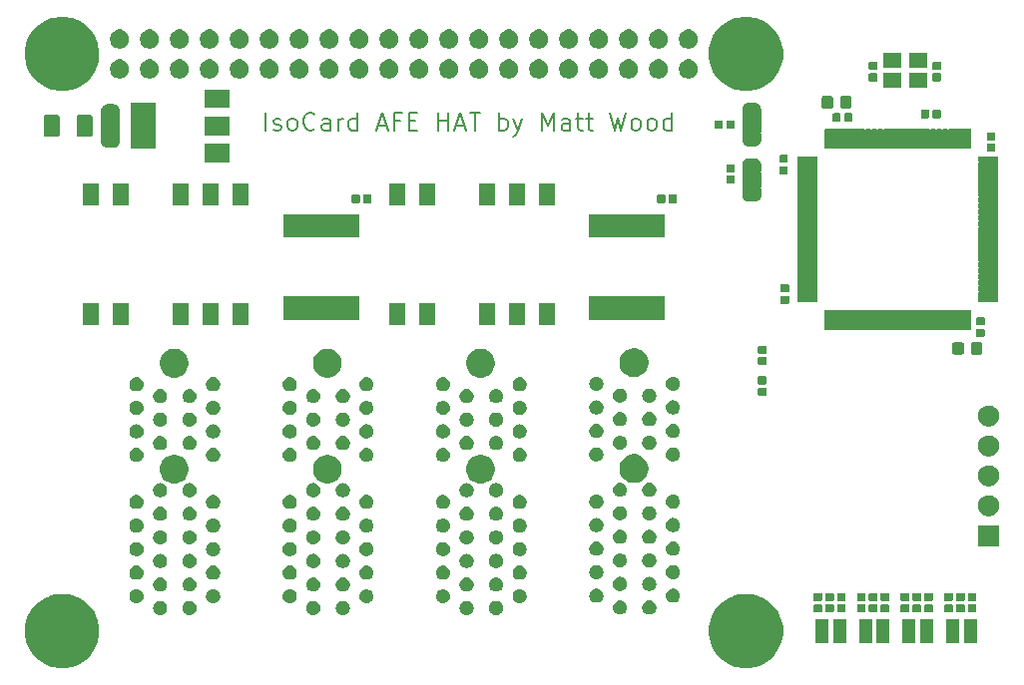
<source format=gbr>
G04 #@! TF.GenerationSoftware,KiCad,Pcbnew,(5.1.5)-3*
G04 #@! TF.CreationDate,2020-03-14T15:24:04+00:00*
G04 #@! TF.ProjectId,Hat,4861742e-6b69-4636-9164-5f7063625858,A*
G04 #@! TF.SameCoordinates,Original*
G04 #@! TF.FileFunction,Soldermask,Top*
G04 #@! TF.FilePolarity,Negative*
%FSLAX46Y46*%
G04 Gerber Fmt 4.6, Leading zero omitted, Abs format (unit mm)*
G04 Created by KiCad (PCBNEW (5.1.5)-3) date 2020-03-14 15:24:04*
%MOMM*%
%LPD*%
G04 APERTURE LIST*
%ADD10C,0.200000*%
%ADD11C,0.100000*%
G04 APERTURE END LIST*
D10*
X121785714Y-76978571D02*
X121785714Y-75478571D01*
X122428571Y-76907142D02*
X122571428Y-76978571D01*
X122857142Y-76978571D01*
X122999999Y-76907142D01*
X123071428Y-76764285D01*
X123071428Y-76692857D01*
X122999999Y-76550000D01*
X122857142Y-76478571D01*
X122642857Y-76478571D01*
X122499999Y-76407142D01*
X122428571Y-76264285D01*
X122428571Y-76192857D01*
X122499999Y-76050000D01*
X122642857Y-75978571D01*
X122857142Y-75978571D01*
X122999999Y-76050000D01*
X123928571Y-76978571D02*
X123785714Y-76907142D01*
X123714285Y-76835714D01*
X123642857Y-76692857D01*
X123642857Y-76264285D01*
X123714285Y-76121428D01*
X123785714Y-76050000D01*
X123928571Y-75978571D01*
X124142857Y-75978571D01*
X124285714Y-76050000D01*
X124357142Y-76121428D01*
X124428571Y-76264285D01*
X124428571Y-76692857D01*
X124357142Y-76835714D01*
X124285714Y-76907142D01*
X124142857Y-76978571D01*
X123928571Y-76978571D01*
X125928571Y-76835714D02*
X125857142Y-76907142D01*
X125642857Y-76978571D01*
X125499999Y-76978571D01*
X125285714Y-76907142D01*
X125142857Y-76764285D01*
X125071428Y-76621428D01*
X124999999Y-76335714D01*
X124999999Y-76121428D01*
X125071428Y-75835714D01*
X125142857Y-75692857D01*
X125285714Y-75550000D01*
X125499999Y-75478571D01*
X125642857Y-75478571D01*
X125857142Y-75550000D01*
X125928571Y-75621428D01*
X127214285Y-76978571D02*
X127214285Y-76192857D01*
X127142857Y-76050000D01*
X126999999Y-75978571D01*
X126714285Y-75978571D01*
X126571428Y-76050000D01*
X127214285Y-76907142D02*
X127071428Y-76978571D01*
X126714285Y-76978571D01*
X126571428Y-76907142D01*
X126499999Y-76764285D01*
X126499999Y-76621428D01*
X126571428Y-76478571D01*
X126714285Y-76407142D01*
X127071428Y-76407142D01*
X127214285Y-76335714D01*
X127928571Y-76978571D02*
X127928571Y-75978571D01*
X127928571Y-76264285D02*
X127999999Y-76121428D01*
X128071428Y-76050000D01*
X128214285Y-75978571D01*
X128357142Y-75978571D01*
X129499999Y-76978571D02*
X129499999Y-75478571D01*
X129499999Y-76907142D02*
X129357142Y-76978571D01*
X129071428Y-76978571D01*
X128928571Y-76907142D01*
X128857142Y-76835714D01*
X128785714Y-76692857D01*
X128785714Y-76264285D01*
X128857142Y-76121428D01*
X128928571Y-76050000D01*
X129071428Y-75978571D01*
X129357142Y-75978571D01*
X129499999Y-76050000D01*
X131285714Y-76550000D02*
X131999999Y-76550000D01*
X131142857Y-76978571D02*
X131642857Y-75478571D01*
X132142857Y-76978571D01*
X133142857Y-76192857D02*
X132642857Y-76192857D01*
X132642857Y-76978571D02*
X132642857Y-75478571D01*
X133357142Y-75478571D01*
X133928571Y-76192857D02*
X134428571Y-76192857D01*
X134642857Y-76978571D02*
X133928571Y-76978571D01*
X133928571Y-75478571D01*
X134642857Y-75478571D01*
X136428571Y-76978571D02*
X136428571Y-75478571D01*
X136428571Y-76192857D02*
X137285714Y-76192857D01*
X137285714Y-76978571D02*
X137285714Y-75478571D01*
X137928571Y-76550000D02*
X138642857Y-76550000D01*
X137785714Y-76978571D02*
X138285714Y-75478571D01*
X138785714Y-76978571D01*
X139071428Y-75478571D02*
X139928571Y-75478571D01*
X139500000Y-76978571D02*
X139500000Y-75478571D01*
X141571428Y-76978571D02*
X141571428Y-75478571D01*
X141571428Y-76050000D02*
X141714285Y-75978571D01*
X142000000Y-75978571D01*
X142142857Y-76050000D01*
X142214285Y-76121428D01*
X142285714Y-76264285D01*
X142285714Y-76692857D01*
X142214285Y-76835714D01*
X142142857Y-76907142D01*
X142000000Y-76978571D01*
X141714285Y-76978571D01*
X141571428Y-76907142D01*
X142785714Y-75978571D02*
X143142857Y-76978571D01*
X143500000Y-75978571D02*
X143142857Y-76978571D01*
X143000000Y-77335714D01*
X142928571Y-77407142D01*
X142785714Y-77478571D01*
X145214285Y-76978571D02*
X145214285Y-75478571D01*
X145714285Y-76550000D01*
X146214285Y-75478571D01*
X146214285Y-76978571D01*
X147571428Y-76978571D02*
X147571428Y-76192857D01*
X147500000Y-76050000D01*
X147357142Y-75978571D01*
X147071428Y-75978571D01*
X146928571Y-76050000D01*
X147571428Y-76907142D02*
X147428571Y-76978571D01*
X147071428Y-76978571D01*
X146928571Y-76907142D01*
X146857142Y-76764285D01*
X146857142Y-76621428D01*
X146928571Y-76478571D01*
X147071428Y-76407142D01*
X147428571Y-76407142D01*
X147571428Y-76335714D01*
X148071428Y-75978571D02*
X148642857Y-75978571D01*
X148285714Y-75478571D02*
X148285714Y-76764285D01*
X148357142Y-76907142D01*
X148500000Y-76978571D01*
X148642857Y-76978571D01*
X148928571Y-75978571D02*
X149500000Y-75978571D01*
X149142857Y-75478571D02*
X149142857Y-76764285D01*
X149214285Y-76907142D01*
X149357142Y-76978571D01*
X149500000Y-76978571D01*
X151000000Y-75478571D02*
X151357142Y-76978571D01*
X151642857Y-75907142D01*
X151928571Y-76978571D01*
X152285714Y-75478571D01*
X153071428Y-76978571D02*
X152928571Y-76907142D01*
X152857142Y-76835714D01*
X152785714Y-76692857D01*
X152785714Y-76264285D01*
X152857142Y-76121428D01*
X152928571Y-76050000D01*
X153071428Y-75978571D01*
X153285714Y-75978571D01*
X153428571Y-76050000D01*
X153500000Y-76121428D01*
X153571428Y-76264285D01*
X153571428Y-76692857D01*
X153500000Y-76835714D01*
X153428571Y-76907142D01*
X153285714Y-76978571D01*
X153071428Y-76978571D01*
X154428571Y-76978571D02*
X154285714Y-76907142D01*
X154214285Y-76835714D01*
X154142857Y-76692857D01*
X154142857Y-76264285D01*
X154214285Y-76121428D01*
X154285714Y-76050000D01*
X154428571Y-75978571D01*
X154642857Y-75978571D01*
X154785714Y-76050000D01*
X154857142Y-76121428D01*
X154928571Y-76264285D01*
X154928571Y-76692857D01*
X154857142Y-76835714D01*
X154785714Y-76907142D01*
X154642857Y-76978571D01*
X154428571Y-76978571D01*
X156214285Y-76978571D02*
X156214285Y-75478571D01*
X156214285Y-76907142D02*
X156071428Y-76978571D01*
X155785714Y-76978571D01*
X155642857Y-76907142D01*
X155571428Y-76835714D01*
X155500000Y-76692857D01*
X155500000Y-76264285D01*
X155571428Y-76121428D01*
X155642857Y-76050000D01*
X155785714Y-75978571D01*
X156071428Y-75978571D01*
X156214285Y-76050000D01*
D11*
G36*
X163108212Y-116408249D02*
G01*
X163419113Y-116470091D01*
X163730792Y-116599193D01*
X163914541Y-116675304D01*
X163992558Y-116707620D01*
X164508645Y-117052459D01*
X164947541Y-117491355D01*
X165235309Y-117922029D01*
X165292381Y-118007444D01*
X165302801Y-118032600D01*
X165529909Y-118580887D01*
X165651000Y-119189654D01*
X165651000Y-119810346D01*
X165529909Y-120419113D01*
X165292380Y-120992558D01*
X164947541Y-121508645D01*
X164508645Y-121947541D01*
X163992558Y-122292380D01*
X163419113Y-122529909D01*
X163216191Y-122570273D01*
X162810348Y-122651000D01*
X162189652Y-122651000D01*
X161783809Y-122570273D01*
X161580887Y-122529909D01*
X161007442Y-122292380D01*
X160491355Y-121947541D01*
X160052459Y-121508645D01*
X159707620Y-120992558D01*
X159470091Y-120419113D01*
X159349000Y-119810346D01*
X159349000Y-119189654D01*
X159470091Y-118580887D01*
X159697199Y-118032600D01*
X159707619Y-118007444D01*
X159764692Y-117922029D01*
X160052459Y-117491355D01*
X160491355Y-117052459D01*
X161007442Y-116707620D01*
X161085460Y-116675304D01*
X161269208Y-116599193D01*
X161580887Y-116470091D01*
X161891788Y-116408249D01*
X162189652Y-116349000D01*
X162810348Y-116349000D01*
X163108212Y-116408249D01*
G37*
G36*
X105108212Y-116408249D02*
G01*
X105419113Y-116470091D01*
X105730792Y-116599193D01*
X105914541Y-116675304D01*
X105992558Y-116707620D01*
X106508645Y-117052459D01*
X106947541Y-117491355D01*
X107235309Y-117922029D01*
X107292381Y-118007444D01*
X107302801Y-118032600D01*
X107529909Y-118580887D01*
X107651000Y-119189654D01*
X107651000Y-119810346D01*
X107529909Y-120419113D01*
X107292380Y-120992558D01*
X106947541Y-121508645D01*
X106508645Y-121947541D01*
X105992558Y-122292380D01*
X105419113Y-122529909D01*
X105216191Y-122570273D01*
X104810348Y-122651000D01*
X104189652Y-122651000D01*
X103783809Y-122570273D01*
X103580887Y-122529909D01*
X103007442Y-122292380D01*
X102491355Y-121947541D01*
X102052459Y-121508645D01*
X101707620Y-120992558D01*
X101470091Y-120419113D01*
X101349000Y-119810346D01*
X101349000Y-119189654D01*
X101470091Y-118580887D01*
X101697199Y-118032600D01*
X101707619Y-118007444D01*
X101764692Y-117922029D01*
X102052459Y-117491355D01*
X102491355Y-117052459D01*
X103007442Y-116707620D01*
X103085460Y-116675304D01*
X103269208Y-116599193D01*
X103580887Y-116470091D01*
X103891788Y-116408249D01*
X104189652Y-116349000D01*
X104810348Y-116349000D01*
X105108212Y-116408249D01*
G37*
G36*
X171001000Y-120501000D02*
G01*
X169899000Y-120501000D01*
X169899000Y-118499000D01*
X171001000Y-118499000D01*
X171001000Y-120501000D01*
G37*
G36*
X169501000Y-120501000D02*
G01*
X168399000Y-120501000D01*
X168399000Y-118499000D01*
X169501000Y-118499000D01*
X169501000Y-120501000D01*
G37*
G36*
X174701000Y-120501000D02*
G01*
X173599000Y-120501000D01*
X173599000Y-118499000D01*
X174701000Y-118499000D01*
X174701000Y-120501000D01*
G37*
G36*
X173201000Y-120501000D02*
G01*
X172099000Y-120501000D01*
X172099000Y-118499000D01*
X173201000Y-118499000D01*
X173201000Y-120501000D01*
G37*
G36*
X178401000Y-120501000D02*
G01*
X177299000Y-120501000D01*
X177299000Y-118499000D01*
X178401000Y-118499000D01*
X178401000Y-120501000D01*
G37*
G36*
X180601000Y-120501000D02*
G01*
X179499000Y-120501000D01*
X179499000Y-118499000D01*
X180601000Y-118499000D01*
X180601000Y-120501000D01*
G37*
G36*
X182101000Y-120501000D02*
G01*
X180999000Y-120501000D01*
X180999000Y-118499000D01*
X182101000Y-118499000D01*
X182101000Y-120501000D01*
G37*
G36*
X176901000Y-120501000D02*
G01*
X175799000Y-120501000D01*
X175799000Y-118499000D01*
X176901000Y-118499000D01*
X176901000Y-120501000D01*
G37*
G36*
X112934695Y-116952029D02*
G01*
X112985305Y-116962096D01*
X112998112Y-116967401D01*
X113094680Y-117007400D01*
X113193115Y-117073173D01*
X113276827Y-117156885D01*
X113342600Y-117255320D01*
X113387904Y-117364696D01*
X113411000Y-117480805D01*
X113411000Y-117599195D01*
X113387904Y-117715304D01*
X113342600Y-117824680D01*
X113276827Y-117923115D01*
X113193115Y-118006827D01*
X113094680Y-118072600D01*
X113026115Y-118101000D01*
X112985305Y-118117904D01*
X112946601Y-118125603D01*
X112869195Y-118141000D01*
X112750805Y-118141000D01*
X112673399Y-118125603D01*
X112634695Y-118117904D01*
X112593885Y-118101000D01*
X112525320Y-118072600D01*
X112426885Y-118006827D01*
X112343173Y-117923115D01*
X112277400Y-117824680D01*
X112232096Y-117715304D01*
X112209000Y-117599195D01*
X112209000Y-117480805D01*
X112232096Y-117364696D01*
X112277400Y-117255320D01*
X112343173Y-117156885D01*
X112426885Y-117073173D01*
X112525320Y-117007400D01*
X112621888Y-116967401D01*
X112634695Y-116962096D01*
X112685305Y-116952029D01*
X112750805Y-116939000D01*
X112869195Y-116939000D01*
X112934695Y-116952029D01*
G37*
G36*
X138934695Y-116952029D02*
G01*
X138985305Y-116962096D01*
X138998112Y-116967401D01*
X139094680Y-117007400D01*
X139193115Y-117073173D01*
X139276827Y-117156885D01*
X139342600Y-117255320D01*
X139387904Y-117364696D01*
X139411000Y-117480805D01*
X139411000Y-117599195D01*
X139387904Y-117715304D01*
X139342600Y-117824680D01*
X139276827Y-117923115D01*
X139193115Y-118006827D01*
X139094680Y-118072600D01*
X139026115Y-118101000D01*
X138985305Y-118117904D01*
X138946601Y-118125603D01*
X138869195Y-118141000D01*
X138750805Y-118141000D01*
X138673399Y-118125603D01*
X138634695Y-118117904D01*
X138593885Y-118101000D01*
X138525320Y-118072600D01*
X138426885Y-118006827D01*
X138343173Y-117923115D01*
X138277400Y-117824680D01*
X138232096Y-117715304D01*
X138209000Y-117599195D01*
X138209000Y-117480805D01*
X138232096Y-117364696D01*
X138277400Y-117255320D01*
X138343173Y-117156885D01*
X138426885Y-117073173D01*
X138525320Y-117007400D01*
X138621888Y-116967401D01*
X138634695Y-116962096D01*
X138685305Y-116952029D01*
X138750805Y-116939000D01*
X138869195Y-116939000D01*
X138934695Y-116952029D01*
G37*
G36*
X141434695Y-116952029D02*
G01*
X141485305Y-116962096D01*
X141498112Y-116967401D01*
X141594680Y-117007400D01*
X141693115Y-117073173D01*
X141776827Y-117156885D01*
X141842600Y-117255320D01*
X141887904Y-117364696D01*
X141911000Y-117480805D01*
X141911000Y-117599195D01*
X141887904Y-117715304D01*
X141842600Y-117824680D01*
X141776827Y-117923115D01*
X141693115Y-118006827D01*
X141594680Y-118072600D01*
X141526115Y-118101000D01*
X141485305Y-118117904D01*
X141446601Y-118125603D01*
X141369195Y-118141000D01*
X141250805Y-118141000D01*
X141173399Y-118125603D01*
X141134695Y-118117904D01*
X141093885Y-118101000D01*
X141025320Y-118072600D01*
X140926885Y-118006827D01*
X140843173Y-117923115D01*
X140777400Y-117824680D01*
X140732096Y-117715304D01*
X140709000Y-117599195D01*
X140709000Y-117480805D01*
X140732096Y-117364696D01*
X140777400Y-117255320D01*
X140843173Y-117156885D01*
X140926885Y-117073173D01*
X141025320Y-117007400D01*
X141121888Y-116967401D01*
X141134695Y-116962096D01*
X141185305Y-116952029D01*
X141250805Y-116939000D01*
X141369195Y-116939000D01*
X141434695Y-116952029D01*
G37*
G36*
X115434695Y-116952029D02*
G01*
X115485305Y-116962096D01*
X115498112Y-116967401D01*
X115594680Y-117007400D01*
X115693115Y-117073173D01*
X115776827Y-117156885D01*
X115842600Y-117255320D01*
X115887904Y-117364696D01*
X115911000Y-117480805D01*
X115911000Y-117599195D01*
X115887904Y-117715304D01*
X115842600Y-117824680D01*
X115776827Y-117923115D01*
X115693115Y-118006827D01*
X115594680Y-118072600D01*
X115526115Y-118101000D01*
X115485305Y-118117904D01*
X115446601Y-118125603D01*
X115369195Y-118141000D01*
X115250805Y-118141000D01*
X115173399Y-118125603D01*
X115134695Y-118117904D01*
X115093885Y-118101000D01*
X115025320Y-118072600D01*
X114926885Y-118006827D01*
X114843173Y-117923115D01*
X114777400Y-117824680D01*
X114732096Y-117715304D01*
X114709000Y-117599195D01*
X114709000Y-117480805D01*
X114732096Y-117364696D01*
X114777400Y-117255320D01*
X114843173Y-117156885D01*
X114926885Y-117073173D01*
X115025320Y-117007400D01*
X115121888Y-116967401D01*
X115134695Y-116962096D01*
X115185305Y-116952029D01*
X115250805Y-116939000D01*
X115369195Y-116939000D01*
X115434695Y-116952029D01*
G37*
G36*
X125934695Y-116952029D02*
G01*
X125985305Y-116962096D01*
X125998112Y-116967401D01*
X126094680Y-117007400D01*
X126193115Y-117073173D01*
X126276827Y-117156885D01*
X126342600Y-117255320D01*
X126387904Y-117364696D01*
X126411000Y-117480805D01*
X126411000Y-117599195D01*
X126387904Y-117715304D01*
X126342600Y-117824680D01*
X126276827Y-117923115D01*
X126193115Y-118006827D01*
X126094680Y-118072600D01*
X126026115Y-118101000D01*
X125985305Y-118117904D01*
X125946601Y-118125603D01*
X125869195Y-118141000D01*
X125750805Y-118141000D01*
X125673399Y-118125603D01*
X125634695Y-118117904D01*
X125593885Y-118101000D01*
X125525320Y-118072600D01*
X125426885Y-118006827D01*
X125343173Y-117923115D01*
X125277400Y-117824680D01*
X125232096Y-117715304D01*
X125209000Y-117599195D01*
X125209000Y-117480805D01*
X125232096Y-117364696D01*
X125277400Y-117255320D01*
X125343173Y-117156885D01*
X125426885Y-117073173D01*
X125525320Y-117007400D01*
X125621888Y-116967401D01*
X125634695Y-116962096D01*
X125685305Y-116952029D01*
X125750805Y-116939000D01*
X125869195Y-116939000D01*
X125934695Y-116952029D01*
G37*
G36*
X128434695Y-116952029D02*
G01*
X128485305Y-116962096D01*
X128498112Y-116967401D01*
X128594680Y-117007400D01*
X128693115Y-117073173D01*
X128776827Y-117156885D01*
X128842600Y-117255320D01*
X128887904Y-117364696D01*
X128911000Y-117480805D01*
X128911000Y-117599195D01*
X128887904Y-117715304D01*
X128842600Y-117824680D01*
X128776827Y-117923115D01*
X128693115Y-118006827D01*
X128594680Y-118072600D01*
X128526115Y-118101000D01*
X128485305Y-118117904D01*
X128446601Y-118125603D01*
X128369195Y-118141000D01*
X128250805Y-118141000D01*
X128173399Y-118125603D01*
X128134695Y-118117904D01*
X128093885Y-118101000D01*
X128025320Y-118072600D01*
X127926885Y-118006827D01*
X127843173Y-117923115D01*
X127777400Y-117824680D01*
X127732096Y-117715304D01*
X127709000Y-117599195D01*
X127709000Y-117480805D01*
X127732096Y-117364696D01*
X127777400Y-117255320D01*
X127843173Y-117156885D01*
X127926885Y-117073173D01*
X128025320Y-117007400D01*
X128121888Y-116967401D01*
X128134695Y-116962096D01*
X128185305Y-116952029D01*
X128250805Y-116939000D01*
X128369195Y-116939000D01*
X128434695Y-116952029D01*
G37*
G36*
X154432302Y-116911553D02*
G01*
X154485305Y-116922096D01*
X154517340Y-116935365D01*
X154594680Y-116967400D01*
X154693115Y-117033173D01*
X154776827Y-117116885D01*
X154842600Y-117215320D01*
X154887904Y-117324696D01*
X154911000Y-117440805D01*
X154911000Y-117559195D01*
X154887904Y-117675304D01*
X154842600Y-117784680D01*
X154776827Y-117883115D01*
X154693115Y-117966827D01*
X154594680Y-118032600D01*
X154517340Y-118064635D01*
X154485305Y-118077904D01*
X154446601Y-118085603D01*
X154369195Y-118101000D01*
X154250805Y-118101000D01*
X154173399Y-118085603D01*
X154134695Y-118077904D01*
X154102660Y-118064635D01*
X154025320Y-118032600D01*
X153926885Y-117966827D01*
X153843173Y-117883115D01*
X153777400Y-117784680D01*
X153732096Y-117675304D01*
X153709000Y-117559195D01*
X153709000Y-117440805D01*
X153732096Y-117324696D01*
X153777400Y-117215320D01*
X153843173Y-117116885D01*
X153926885Y-117033173D01*
X154025320Y-116967400D01*
X154102660Y-116935365D01*
X154134695Y-116922096D01*
X154187698Y-116911553D01*
X154250805Y-116899000D01*
X154369195Y-116899000D01*
X154432302Y-116911553D01*
G37*
G36*
X151932302Y-116911553D02*
G01*
X151985305Y-116922096D01*
X152017340Y-116935365D01*
X152094680Y-116967400D01*
X152193115Y-117033173D01*
X152276827Y-117116885D01*
X152342600Y-117215320D01*
X152387904Y-117324696D01*
X152411000Y-117440805D01*
X152411000Y-117559195D01*
X152387904Y-117675304D01*
X152342600Y-117784680D01*
X152276827Y-117883115D01*
X152193115Y-117966827D01*
X152094680Y-118032600D01*
X152017340Y-118064635D01*
X151985305Y-118077904D01*
X151946601Y-118085603D01*
X151869195Y-118101000D01*
X151750805Y-118101000D01*
X151673399Y-118085603D01*
X151634695Y-118077904D01*
X151602660Y-118064635D01*
X151525320Y-118032600D01*
X151426885Y-117966827D01*
X151343173Y-117883115D01*
X151277400Y-117784680D01*
X151232096Y-117675304D01*
X151209000Y-117559195D01*
X151209000Y-117440805D01*
X151232096Y-117324696D01*
X151277400Y-117215320D01*
X151343173Y-117116885D01*
X151426885Y-117033173D01*
X151525320Y-116967400D01*
X151602660Y-116935365D01*
X151634695Y-116922096D01*
X151687698Y-116911553D01*
X151750805Y-116899000D01*
X151869195Y-116899000D01*
X151932302Y-116911553D01*
G37*
G36*
X181981938Y-117241716D02*
G01*
X182002557Y-117247971D01*
X182021553Y-117258124D01*
X182038208Y-117271792D01*
X182051876Y-117288447D01*
X182062029Y-117307443D01*
X182068284Y-117328062D01*
X182071000Y-117355640D01*
X182071000Y-117814360D01*
X182068284Y-117841938D01*
X182062029Y-117862557D01*
X182051876Y-117881553D01*
X182038208Y-117898208D01*
X182021553Y-117911876D01*
X182002557Y-117922029D01*
X181981938Y-117928284D01*
X181954360Y-117931000D01*
X181445640Y-117931000D01*
X181418062Y-117928284D01*
X181397443Y-117922029D01*
X181378447Y-117911876D01*
X181361792Y-117898208D01*
X181348124Y-117881553D01*
X181337971Y-117862557D01*
X181331716Y-117841938D01*
X181329000Y-117814360D01*
X181329000Y-117355640D01*
X181331716Y-117328062D01*
X181337971Y-117307443D01*
X181348124Y-117288447D01*
X181361792Y-117271792D01*
X181378447Y-117258124D01*
X181397443Y-117247971D01*
X181418062Y-117241716D01*
X181445640Y-117239000D01*
X181954360Y-117239000D01*
X181981938Y-117241716D01*
G37*
G36*
X180981938Y-117241716D02*
G01*
X181002557Y-117247971D01*
X181021553Y-117258124D01*
X181038208Y-117271792D01*
X181051876Y-117288447D01*
X181062029Y-117307443D01*
X181068284Y-117328062D01*
X181071000Y-117355640D01*
X181071000Y-117814360D01*
X181068284Y-117841938D01*
X181062029Y-117862557D01*
X181051876Y-117881553D01*
X181038208Y-117898208D01*
X181021553Y-117911876D01*
X181002557Y-117922029D01*
X180981938Y-117928284D01*
X180954360Y-117931000D01*
X180445640Y-117931000D01*
X180418062Y-117928284D01*
X180397443Y-117922029D01*
X180378447Y-117911876D01*
X180361792Y-117898208D01*
X180348124Y-117881553D01*
X180337971Y-117862557D01*
X180331716Y-117841938D01*
X180329000Y-117814360D01*
X180329000Y-117355640D01*
X180331716Y-117328062D01*
X180337971Y-117307443D01*
X180348124Y-117288447D01*
X180361792Y-117271792D01*
X180378447Y-117258124D01*
X180397443Y-117247971D01*
X180418062Y-117241716D01*
X180445640Y-117239000D01*
X180954360Y-117239000D01*
X180981938Y-117241716D01*
G37*
G36*
X168881938Y-117241716D02*
G01*
X168902557Y-117247971D01*
X168921553Y-117258124D01*
X168938208Y-117271792D01*
X168951876Y-117288447D01*
X168962029Y-117307443D01*
X168968284Y-117328062D01*
X168971000Y-117355640D01*
X168971000Y-117814360D01*
X168968284Y-117841938D01*
X168962029Y-117862557D01*
X168951876Y-117881553D01*
X168938208Y-117898208D01*
X168921553Y-117911876D01*
X168902557Y-117922029D01*
X168881938Y-117928284D01*
X168854360Y-117931000D01*
X168345640Y-117931000D01*
X168318062Y-117928284D01*
X168297443Y-117922029D01*
X168278447Y-117911876D01*
X168261792Y-117898208D01*
X168248124Y-117881553D01*
X168237971Y-117862557D01*
X168231716Y-117841938D01*
X168229000Y-117814360D01*
X168229000Y-117355640D01*
X168231716Y-117328062D01*
X168237971Y-117307443D01*
X168248124Y-117288447D01*
X168261792Y-117271792D01*
X168278447Y-117258124D01*
X168297443Y-117247971D01*
X168318062Y-117241716D01*
X168345640Y-117239000D01*
X168854360Y-117239000D01*
X168881938Y-117241716D01*
G37*
G36*
X179981938Y-117241716D02*
G01*
X180002557Y-117247971D01*
X180021553Y-117258124D01*
X180038208Y-117271792D01*
X180051876Y-117288447D01*
X180062029Y-117307443D01*
X180068284Y-117328062D01*
X180071000Y-117355640D01*
X180071000Y-117814360D01*
X180068284Y-117841938D01*
X180062029Y-117862557D01*
X180051876Y-117881553D01*
X180038208Y-117898208D01*
X180021553Y-117911876D01*
X180002557Y-117922029D01*
X179981938Y-117928284D01*
X179954360Y-117931000D01*
X179445640Y-117931000D01*
X179418062Y-117928284D01*
X179397443Y-117922029D01*
X179378447Y-117911876D01*
X179361792Y-117898208D01*
X179348124Y-117881553D01*
X179337971Y-117862557D01*
X179331716Y-117841938D01*
X179329000Y-117814360D01*
X179329000Y-117355640D01*
X179331716Y-117328062D01*
X179337971Y-117307443D01*
X179348124Y-117288447D01*
X179361792Y-117271792D01*
X179378447Y-117258124D01*
X179397443Y-117247971D01*
X179418062Y-117241716D01*
X179445640Y-117239000D01*
X179954360Y-117239000D01*
X179981938Y-117241716D01*
G37*
G36*
X178281938Y-117241716D02*
G01*
X178302557Y-117247971D01*
X178321553Y-117258124D01*
X178338208Y-117271792D01*
X178351876Y-117288447D01*
X178362029Y-117307443D01*
X178368284Y-117328062D01*
X178371000Y-117355640D01*
X178371000Y-117814360D01*
X178368284Y-117841938D01*
X178362029Y-117862557D01*
X178351876Y-117881553D01*
X178338208Y-117898208D01*
X178321553Y-117911876D01*
X178302557Y-117922029D01*
X178281938Y-117928284D01*
X178254360Y-117931000D01*
X177745640Y-117931000D01*
X177718062Y-117928284D01*
X177697443Y-117922029D01*
X177678447Y-117911876D01*
X177661792Y-117898208D01*
X177648124Y-117881553D01*
X177637971Y-117862557D01*
X177631716Y-117841938D01*
X177629000Y-117814360D01*
X177629000Y-117355640D01*
X177631716Y-117328062D01*
X177637971Y-117307443D01*
X177648124Y-117288447D01*
X177661792Y-117271792D01*
X177678447Y-117258124D01*
X177697443Y-117247971D01*
X177718062Y-117241716D01*
X177745640Y-117239000D01*
X178254360Y-117239000D01*
X178281938Y-117241716D01*
G37*
G36*
X177281938Y-117241716D02*
G01*
X177302557Y-117247971D01*
X177321553Y-117258124D01*
X177338208Y-117271792D01*
X177351876Y-117288447D01*
X177362029Y-117307443D01*
X177368284Y-117328062D01*
X177371000Y-117355640D01*
X177371000Y-117814360D01*
X177368284Y-117841938D01*
X177362029Y-117862557D01*
X177351876Y-117881553D01*
X177338208Y-117898208D01*
X177321553Y-117911876D01*
X177302557Y-117922029D01*
X177281938Y-117928284D01*
X177254360Y-117931000D01*
X176745640Y-117931000D01*
X176718062Y-117928284D01*
X176697443Y-117922029D01*
X176678447Y-117911876D01*
X176661792Y-117898208D01*
X176648124Y-117881553D01*
X176637971Y-117862557D01*
X176631716Y-117841938D01*
X176629000Y-117814360D01*
X176629000Y-117355640D01*
X176631716Y-117328062D01*
X176637971Y-117307443D01*
X176648124Y-117288447D01*
X176661792Y-117271792D01*
X176678447Y-117258124D01*
X176697443Y-117247971D01*
X176718062Y-117241716D01*
X176745640Y-117239000D01*
X177254360Y-117239000D01*
X177281938Y-117241716D01*
G37*
G36*
X174581938Y-117241716D02*
G01*
X174602557Y-117247971D01*
X174621553Y-117258124D01*
X174638208Y-117271792D01*
X174651876Y-117288447D01*
X174662029Y-117307443D01*
X174668284Y-117328062D01*
X174671000Y-117355640D01*
X174671000Y-117814360D01*
X174668284Y-117841938D01*
X174662029Y-117862557D01*
X174651876Y-117881553D01*
X174638208Y-117898208D01*
X174621553Y-117911876D01*
X174602557Y-117922029D01*
X174581938Y-117928284D01*
X174554360Y-117931000D01*
X174045640Y-117931000D01*
X174018062Y-117928284D01*
X173997443Y-117922029D01*
X173978447Y-117911876D01*
X173961792Y-117898208D01*
X173948124Y-117881553D01*
X173937971Y-117862557D01*
X173931716Y-117841938D01*
X173929000Y-117814360D01*
X173929000Y-117355640D01*
X173931716Y-117328062D01*
X173937971Y-117307443D01*
X173948124Y-117288447D01*
X173961792Y-117271792D01*
X173978447Y-117258124D01*
X173997443Y-117247971D01*
X174018062Y-117241716D01*
X174045640Y-117239000D01*
X174554360Y-117239000D01*
X174581938Y-117241716D01*
G37*
G36*
X173581938Y-117241716D02*
G01*
X173602557Y-117247971D01*
X173621553Y-117258124D01*
X173638208Y-117271792D01*
X173651876Y-117288447D01*
X173662029Y-117307443D01*
X173668284Y-117328062D01*
X173671000Y-117355640D01*
X173671000Y-117814360D01*
X173668284Y-117841938D01*
X173662029Y-117862557D01*
X173651876Y-117881553D01*
X173638208Y-117898208D01*
X173621553Y-117911876D01*
X173602557Y-117922029D01*
X173581938Y-117928284D01*
X173554360Y-117931000D01*
X173045640Y-117931000D01*
X173018062Y-117928284D01*
X172997443Y-117922029D01*
X172978447Y-117911876D01*
X172961792Y-117898208D01*
X172948124Y-117881553D01*
X172937971Y-117862557D01*
X172931716Y-117841938D01*
X172929000Y-117814360D01*
X172929000Y-117355640D01*
X172931716Y-117328062D01*
X172937971Y-117307443D01*
X172948124Y-117288447D01*
X172961792Y-117271792D01*
X172978447Y-117258124D01*
X172997443Y-117247971D01*
X173018062Y-117241716D01*
X173045640Y-117239000D01*
X173554360Y-117239000D01*
X173581938Y-117241716D01*
G37*
G36*
X170881938Y-117241716D02*
G01*
X170902557Y-117247971D01*
X170921553Y-117258124D01*
X170938208Y-117271792D01*
X170951876Y-117288447D01*
X170962029Y-117307443D01*
X170968284Y-117328062D01*
X170971000Y-117355640D01*
X170971000Y-117814360D01*
X170968284Y-117841938D01*
X170962029Y-117862557D01*
X170951876Y-117881553D01*
X170938208Y-117898208D01*
X170921553Y-117911876D01*
X170902557Y-117922029D01*
X170881938Y-117928284D01*
X170854360Y-117931000D01*
X170345640Y-117931000D01*
X170318062Y-117928284D01*
X170297443Y-117922029D01*
X170278447Y-117911876D01*
X170261792Y-117898208D01*
X170248124Y-117881553D01*
X170237971Y-117862557D01*
X170231716Y-117841938D01*
X170229000Y-117814360D01*
X170229000Y-117355640D01*
X170231716Y-117328062D01*
X170237971Y-117307443D01*
X170248124Y-117288447D01*
X170261792Y-117271792D01*
X170278447Y-117258124D01*
X170297443Y-117247971D01*
X170318062Y-117241716D01*
X170345640Y-117239000D01*
X170854360Y-117239000D01*
X170881938Y-117241716D01*
G37*
G36*
X172581938Y-117241716D02*
G01*
X172602557Y-117247971D01*
X172621553Y-117258124D01*
X172638208Y-117271792D01*
X172651876Y-117288447D01*
X172662029Y-117307443D01*
X172668284Y-117328062D01*
X172671000Y-117355640D01*
X172671000Y-117814360D01*
X172668284Y-117841938D01*
X172662029Y-117862557D01*
X172651876Y-117881553D01*
X172638208Y-117898208D01*
X172621553Y-117911876D01*
X172602557Y-117922029D01*
X172581938Y-117928284D01*
X172554360Y-117931000D01*
X172045640Y-117931000D01*
X172018062Y-117928284D01*
X171997443Y-117922029D01*
X171978447Y-117911876D01*
X171961792Y-117898208D01*
X171948124Y-117881553D01*
X171937971Y-117862557D01*
X171931716Y-117841938D01*
X171929000Y-117814360D01*
X171929000Y-117355640D01*
X171931716Y-117328062D01*
X171937971Y-117307443D01*
X171948124Y-117288447D01*
X171961792Y-117271792D01*
X171978447Y-117258124D01*
X171997443Y-117247971D01*
X172018062Y-117241716D01*
X172045640Y-117239000D01*
X172554360Y-117239000D01*
X172581938Y-117241716D01*
G37*
G36*
X169881938Y-117241716D02*
G01*
X169902557Y-117247971D01*
X169921553Y-117258124D01*
X169938208Y-117271792D01*
X169951876Y-117288447D01*
X169962029Y-117307443D01*
X169968284Y-117328062D01*
X169971000Y-117355640D01*
X169971000Y-117814360D01*
X169968284Y-117841938D01*
X169962029Y-117862557D01*
X169951876Y-117881553D01*
X169938208Y-117898208D01*
X169921553Y-117911876D01*
X169902557Y-117922029D01*
X169881938Y-117928284D01*
X169854360Y-117931000D01*
X169345640Y-117931000D01*
X169318062Y-117928284D01*
X169297443Y-117922029D01*
X169278447Y-117911876D01*
X169261792Y-117898208D01*
X169248124Y-117881553D01*
X169237971Y-117862557D01*
X169231716Y-117841938D01*
X169229000Y-117814360D01*
X169229000Y-117355640D01*
X169231716Y-117328062D01*
X169237971Y-117307443D01*
X169248124Y-117288447D01*
X169261792Y-117271792D01*
X169278447Y-117258124D01*
X169297443Y-117247971D01*
X169318062Y-117241716D01*
X169345640Y-117239000D01*
X169854360Y-117239000D01*
X169881938Y-117241716D01*
G37*
G36*
X176281938Y-117241716D02*
G01*
X176302557Y-117247971D01*
X176321553Y-117258124D01*
X176338208Y-117271792D01*
X176351876Y-117288447D01*
X176362029Y-117307443D01*
X176368284Y-117328062D01*
X176371000Y-117355640D01*
X176371000Y-117814360D01*
X176368284Y-117841938D01*
X176362029Y-117862557D01*
X176351876Y-117881553D01*
X176338208Y-117898208D01*
X176321553Y-117911876D01*
X176302557Y-117922029D01*
X176281938Y-117928284D01*
X176254360Y-117931000D01*
X175745640Y-117931000D01*
X175718062Y-117928284D01*
X175697443Y-117922029D01*
X175678447Y-117911876D01*
X175661792Y-117898208D01*
X175648124Y-117881553D01*
X175637971Y-117862557D01*
X175631716Y-117841938D01*
X175629000Y-117814360D01*
X175629000Y-117355640D01*
X175631716Y-117328062D01*
X175637971Y-117307443D01*
X175648124Y-117288447D01*
X175661792Y-117271792D01*
X175678447Y-117258124D01*
X175697443Y-117247971D01*
X175718062Y-117241716D01*
X175745640Y-117239000D01*
X176254360Y-117239000D01*
X176281938Y-117241716D01*
G37*
G36*
X110946601Y-115954397D02*
G01*
X110985305Y-115962096D01*
X110998112Y-115967401D01*
X111094680Y-116007400D01*
X111193115Y-116073173D01*
X111276827Y-116156885D01*
X111342600Y-116255320D01*
X111387904Y-116364696D01*
X111408869Y-116470091D01*
X111411000Y-116480807D01*
X111411000Y-116599193D01*
X111389433Y-116707620D01*
X111387904Y-116715304D01*
X111342600Y-116824680D01*
X111276827Y-116923115D01*
X111193115Y-117006827D01*
X111094680Y-117072600D01*
X111026115Y-117101000D01*
X110985305Y-117117904D01*
X110946601Y-117125603D01*
X110869195Y-117141000D01*
X110750805Y-117141000D01*
X110673399Y-117125603D01*
X110634695Y-117117904D01*
X110593885Y-117101000D01*
X110525320Y-117072600D01*
X110426885Y-117006827D01*
X110343173Y-116923115D01*
X110277400Y-116824680D01*
X110232096Y-116715304D01*
X110230568Y-116707620D01*
X110209000Y-116599193D01*
X110209000Y-116480807D01*
X110211132Y-116470091D01*
X110232096Y-116364696D01*
X110277400Y-116255320D01*
X110343173Y-116156885D01*
X110426885Y-116073173D01*
X110525320Y-116007400D01*
X110621888Y-115967401D01*
X110634695Y-115962096D01*
X110673399Y-115954397D01*
X110750805Y-115939000D01*
X110869195Y-115939000D01*
X110946601Y-115954397D01*
G37*
G36*
X136946601Y-115954397D02*
G01*
X136985305Y-115962096D01*
X136998112Y-115967401D01*
X137094680Y-116007400D01*
X137193115Y-116073173D01*
X137276827Y-116156885D01*
X137342600Y-116255320D01*
X137387904Y-116364696D01*
X137408869Y-116470091D01*
X137411000Y-116480807D01*
X137411000Y-116599193D01*
X137389433Y-116707620D01*
X137387904Y-116715304D01*
X137342600Y-116824680D01*
X137276827Y-116923115D01*
X137193115Y-117006827D01*
X137094680Y-117072600D01*
X137026115Y-117101000D01*
X136985305Y-117117904D01*
X136946601Y-117125603D01*
X136869195Y-117141000D01*
X136750805Y-117141000D01*
X136673399Y-117125603D01*
X136634695Y-117117904D01*
X136593885Y-117101000D01*
X136525320Y-117072600D01*
X136426885Y-117006827D01*
X136343173Y-116923115D01*
X136277400Y-116824680D01*
X136232096Y-116715304D01*
X136230568Y-116707620D01*
X136209000Y-116599193D01*
X136209000Y-116480807D01*
X136211132Y-116470091D01*
X136232096Y-116364696D01*
X136277400Y-116255320D01*
X136343173Y-116156885D01*
X136426885Y-116073173D01*
X136525320Y-116007400D01*
X136621888Y-115967401D01*
X136634695Y-115962096D01*
X136673399Y-115954397D01*
X136750805Y-115939000D01*
X136869195Y-115939000D01*
X136946601Y-115954397D01*
G37*
G36*
X117446601Y-115954397D02*
G01*
X117485305Y-115962096D01*
X117498112Y-115967401D01*
X117594680Y-116007400D01*
X117693115Y-116073173D01*
X117776827Y-116156885D01*
X117842600Y-116255320D01*
X117887904Y-116364696D01*
X117908869Y-116470091D01*
X117911000Y-116480807D01*
X117911000Y-116599193D01*
X117889433Y-116707620D01*
X117887904Y-116715304D01*
X117842600Y-116824680D01*
X117776827Y-116923115D01*
X117693115Y-117006827D01*
X117594680Y-117072600D01*
X117526115Y-117101000D01*
X117485305Y-117117904D01*
X117446601Y-117125603D01*
X117369195Y-117141000D01*
X117250805Y-117141000D01*
X117173399Y-117125603D01*
X117134695Y-117117904D01*
X117093885Y-117101000D01*
X117025320Y-117072600D01*
X116926885Y-117006827D01*
X116843173Y-116923115D01*
X116777400Y-116824680D01*
X116732096Y-116715304D01*
X116730568Y-116707620D01*
X116709000Y-116599193D01*
X116709000Y-116480807D01*
X116711132Y-116470091D01*
X116732096Y-116364696D01*
X116777400Y-116255320D01*
X116843173Y-116156885D01*
X116926885Y-116073173D01*
X117025320Y-116007400D01*
X117121888Y-115967401D01*
X117134695Y-115962096D01*
X117173399Y-115954397D01*
X117250805Y-115939000D01*
X117369195Y-115939000D01*
X117446601Y-115954397D01*
G37*
G36*
X123946601Y-115954397D02*
G01*
X123985305Y-115962096D01*
X123998112Y-115967401D01*
X124094680Y-116007400D01*
X124193115Y-116073173D01*
X124276827Y-116156885D01*
X124342600Y-116255320D01*
X124387904Y-116364696D01*
X124408869Y-116470091D01*
X124411000Y-116480807D01*
X124411000Y-116599193D01*
X124389433Y-116707620D01*
X124387904Y-116715304D01*
X124342600Y-116824680D01*
X124276827Y-116923115D01*
X124193115Y-117006827D01*
X124094680Y-117072600D01*
X124026115Y-117101000D01*
X123985305Y-117117904D01*
X123946601Y-117125603D01*
X123869195Y-117141000D01*
X123750805Y-117141000D01*
X123673399Y-117125603D01*
X123634695Y-117117904D01*
X123593885Y-117101000D01*
X123525320Y-117072600D01*
X123426885Y-117006827D01*
X123343173Y-116923115D01*
X123277400Y-116824680D01*
X123232096Y-116715304D01*
X123230568Y-116707620D01*
X123209000Y-116599193D01*
X123209000Y-116480807D01*
X123211132Y-116470091D01*
X123232096Y-116364696D01*
X123277400Y-116255320D01*
X123343173Y-116156885D01*
X123426885Y-116073173D01*
X123525320Y-116007400D01*
X123621888Y-115967401D01*
X123634695Y-115962096D01*
X123673399Y-115954397D01*
X123750805Y-115939000D01*
X123869195Y-115939000D01*
X123946601Y-115954397D01*
G37*
G36*
X130446601Y-115954397D02*
G01*
X130485305Y-115962096D01*
X130498112Y-115967401D01*
X130594680Y-116007400D01*
X130693115Y-116073173D01*
X130776827Y-116156885D01*
X130842600Y-116255320D01*
X130887904Y-116364696D01*
X130908869Y-116470091D01*
X130911000Y-116480807D01*
X130911000Y-116599193D01*
X130889433Y-116707620D01*
X130887904Y-116715304D01*
X130842600Y-116824680D01*
X130776827Y-116923115D01*
X130693115Y-117006827D01*
X130594680Y-117072600D01*
X130526115Y-117101000D01*
X130485305Y-117117904D01*
X130446601Y-117125603D01*
X130369195Y-117141000D01*
X130250805Y-117141000D01*
X130173399Y-117125603D01*
X130134695Y-117117904D01*
X130093885Y-117101000D01*
X130025320Y-117072600D01*
X129926885Y-117006827D01*
X129843173Y-116923115D01*
X129777400Y-116824680D01*
X129732096Y-116715304D01*
X129730568Y-116707620D01*
X129709000Y-116599193D01*
X129709000Y-116480807D01*
X129711132Y-116470091D01*
X129732096Y-116364696D01*
X129777400Y-116255320D01*
X129843173Y-116156885D01*
X129926885Y-116073173D01*
X130025320Y-116007400D01*
X130121888Y-115967401D01*
X130134695Y-115962096D01*
X130173399Y-115954397D01*
X130250805Y-115939000D01*
X130369195Y-115939000D01*
X130446601Y-115954397D01*
G37*
G36*
X143446601Y-115954397D02*
G01*
X143485305Y-115962096D01*
X143498112Y-115967401D01*
X143594680Y-116007400D01*
X143693115Y-116073173D01*
X143776827Y-116156885D01*
X143842600Y-116255320D01*
X143887904Y-116364696D01*
X143908869Y-116470091D01*
X143911000Y-116480807D01*
X143911000Y-116599193D01*
X143889433Y-116707620D01*
X143887904Y-116715304D01*
X143842600Y-116824680D01*
X143776827Y-116923115D01*
X143693115Y-117006827D01*
X143594680Y-117072600D01*
X143526115Y-117101000D01*
X143485305Y-117117904D01*
X143446601Y-117125603D01*
X143369195Y-117141000D01*
X143250805Y-117141000D01*
X143173399Y-117125603D01*
X143134695Y-117117904D01*
X143093885Y-117101000D01*
X143025320Y-117072600D01*
X142926885Y-117006827D01*
X142843173Y-116923115D01*
X142777400Y-116824680D01*
X142732096Y-116715304D01*
X142730568Y-116707620D01*
X142709000Y-116599193D01*
X142709000Y-116480807D01*
X142711132Y-116470091D01*
X142732096Y-116364696D01*
X142777400Y-116255320D01*
X142843173Y-116156885D01*
X142926885Y-116073173D01*
X143025320Y-116007400D01*
X143121888Y-115967401D01*
X143134695Y-115962096D01*
X143173399Y-115954397D01*
X143250805Y-115939000D01*
X143369195Y-115939000D01*
X143446601Y-115954397D01*
G37*
G36*
X156446601Y-115914397D02*
G01*
X156485305Y-115922096D01*
X156517340Y-115935365D01*
X156594680Y-115967400D01*
X156693115Y-116033173D01*
X156776827Y-116116885D01*
X156842600Y-116215320D01*
X156859168Y-116255320D01*
X156887904Y-116324695D01*
X156894541Y-116358062D01*
X156911000Y-116440805D01*
X156911000Y-116559195D01*
X156887904Y-116675304D01*
X156842600Y-116784680D01*
X156776827Y-116883115D01*
X156693115Y-116966827D01*
X156594680Y-117032600D01*
X156517340Y-117064635D01*
X156485305Y-117077904D01*
X156446601Y-117085603D01*
X156369195Y-117101000D01*
X156250805Y-117101000D01*
X156173399Y-117085603D01*
X156134695Y-117077904D01*
X156102660Y-117064635D01*
X156025320Y-117032600D01*
X155926885Y-116966827D01*
X155843173Y-116883115D01*
X155777400Y-116784680D01*
X155732096Y-116675304D01*
X155709000Y-116559195D01*
X155709000Y-116440805D01*
X155725459Y-116358062D01*
X155732096Y-116324695D01*
X155760832Y-116255320D01*
X155777400Y-116215320D01*
X155843173Y-116116885D01*
X155926885Y-116033173D01*
X156025320Y-115967400D01*
X156102660Y-115935365D01*
X156134695Y-115922096D01*
X156173399Y-115914397D01*
X156250805Y-115899000D01*
X156369195Y-115899000D01*
X156446601Y-115914397D01*
G37*
G36*
X149946601Y-115914397D02*
G01*
X149985305Y-115922096D01*
X150017340Y-115935365D01*
X150094680Y-115967400D01*
X150193115Y-116033173D01*
X150276827Y-116116885D01*
X150342600Y-116215320D01*
X150359168Y-116255320D01*
X150387904Y-116324695D01*
X150394541Y-116358062D01*
X150411000Y-116440805D01*
X150411000Y-116559195D01*
X150387904Y-116675304D01*
X150342600Y-116784680D01*
X150276827Y-116883115D01*
X150193115Y-116966827D01*
X150094680Y-117032600D01*
X150017340Y-117064635D01*
X149985305Y-117077904D01*
X149946601Y-117085603D01*
X149869195Y-117101000D01*
X149750805Y-117101000D01*
X149673399Y-117085603D01*
X149634695Y-117077904D01*
X149602660Y-117064635D01*
X149525320Y-117032600D01*
X149426885Y-116966827D01*
X149343173Y-116883115D01*
X149277400Y-116784680D01*
X149232096Y-116675304D01*
X149209000Y-116559195D01*
X149209000Y-116440805D01*
X149225459Y-116358062D01*
X149232096Y-116324695D01*
X149260832Y-116255320D01*
X149277400Y-116215320D01*
X149343173Y-116116885D01*
X149426885Y-116033173D01*
X149525320Y-115967400D01*
X149602660Y-115935365D01*
X149634695Y-115922096D01*
X149673399Y-115914397D01*
X149750805Y-115899000D01*
X149869195Y-115899000D01*
X149946601Y-115914397D01*
G37*
G36*
X169881938Y-116271716D02*
G01*
X169902557Y-116277971D01*
X169921553Y-116288124D01*
X169938208Y-116301792D01*
X169951876Y-116318447D01*
X169962029Y-116337443D01*
X169968284Y-116358062D01*
X169971000Y-116385640D01*
X169971000Y-116844360D01*
X169968284Y-116871938D01*
X169962029Y-116892557D01*
X169951876Y-116911553D01*
X169938208Y-116928208D01*
X169921553Y-116941876D01*
X169902557Y-116952029D01*
X169881938Y-116958284D01*
X169854360Y-116961000D01*
X169345640Y-116961000D01*
X169318062Y-116958284D01*
X169297443Y-116952029D01*
X169278447Y-116941876D01*
X169261792Y-116928208D01*
X169248124Y-116911553D01*
X169237971Y-116892557D01*
X169231716Y-116871938D01*
X169229000Y-116844360D01*
X169229000Y-116385640D01*
X169231716Y-116358062D01*
X169237971Y-116337443D01*
X169248124Y-116318447D01*
X169261792Y-116301792D01*
X169278447Y-116288124D01*
X169297443Y-116277971D01*
X169318062Y-116271716D01*
X169345640Y-116269000D01*
X169854360Y-116269000D01*
X169881938Y-116271716D01*
G37*
G36*
X168881938Y-116271716D02*
G01*
X168902557Y-116277971D01*
X168921553Y-116288124D01*
X168938208Y-116301792D01*
X168951876Y-116318447D01*
X168962029Y-116337443D01*
X168968284Y-116358062D01*
X168971000Y-116385640D01*
X168971000Y-116844360D01*
X168968284Y-116871938D01*
X168962029Y-116892557D01*
X168951876Y-116911553D01*
X168938208Y-116928208D01*
X168921553Y-116941876D01*
X168902557Y-116952029D01*
X168881938Y-116958284D01*
X168854360Y-116961000D01*
X168345640Y-116961000D01*
X168318062Y-116958284D01*
X168297443Y-116952029D01*
X168278447Y-116941876D01*
X168261792Y-116928208D01*
X168248124Y-116911553D01*
X168237971Y-116892557D01*
X168231716Y-116871938D01*
X168229000Y-116844360D01*
X168229000Y-116385640D01*
X168231716Y-116358062D01*
X168237971Y-116337443D01*
X168248124Y-116318447D01*
X168261792Y-116301792D01*
X168278447Y-116288124D01*
X168297443Y-116277971D01*
X168318062Y-116271716D01*
X168345640Y-116269000D01*
X168854360Y-116269000D01*
X168881938Y-116271716D01*
G37*
G36*
X181981938Y-116271716D02*
G01*
X182002557Y-116277971D01*
X182021553Y-116288124D01*
X182038208Y-116301792D01*
X182051876Y-116318447D01*
X182062029Y-116337443D01*
X182068284Y-116358062D01*
X182071000Y-116385640D01*
X182071000Y-116844360D01*
X182068284Y-116871938D01*
X182062029Y-116892557D01*
X182051876Y-116911553D01*
X182038208Y-116928208D01*
X182021553Y-116941876D01*
X182002557Y-116952029D01*
X181981938Y-116958284D01*
X181954360Y-116961000D01*
X181445640Y-116961000D01*
X181418062Y-116958284D01*
X181397443Y-116952029D01*
X181378447Y-116941876D01*
X181361792Y-116928208D01*
X181348124Y-116911553D01*
X181337971Y-116892557D01*
X181331716Y-116871938D01*
X181329000Y-116844360D01*
X181329000Y-116385640D01*
X181331716Y-116358062D01*
X181337971Y-116337443D01*
X181348124Y-116318447D01*
X181361792Y-116301792D01*
X181378447Y-116288124D01*
X181397443Y-116277971D01*
X181418062Y-116271716D01*
X181445640Y-116269000D01*
X181954360Y-116269000D01*
X181981938Y-116271716D01*
G37*
G36*
X180981938Y-116271716D02*
G01*
X181002557Y-116277971D01*
X181021553Y-116288124D01*
X181038208Y-116301792D01*
X181051876Y-116318447D01*
X181062029Y-116337443D01*
X181068284Y-116358062D01*
X181071000Y-116385640D01*
X181071000Y-116844360D01*
X181068284Y-116871938D01*
X181062029Y-116892557D01*
X181051876Y-116911553D01*
X181038208Y-116928208D01*
X181021553Y-116941876D01*
X181002557Y-116952029D01*
X180981938Y-116958284D01*
X180954360Y-116961000D01*
X180445640Y-116961000D01*
X180418062Y-116958284D01*
X180397443Y-116952029D01*
X180378447Y-116941876D01*
X180361792Y-116928208D01*
X180348124Y-116911553D01*
X180337971Y-116892557D01*
X180331716Y-116871938D01*
X180329000Y-116844360D01*
X180329000Y-116385640D01*
X180331716Y-116358062D01*
X180337971Y-116337443D01*
X180348124Y-116318447D01*
X180361792Y-116301792D01*
X180378447Y-116288124D01*
X180397443Y-116277971D01*
X180418062Y-116271716D01*
X180445640Y-116269000D01*
X180954360Y-116269000D01*
X180981938Y-116271716D01*
G37*
G36*
X179981938Y-116271716D02*
G01*
X180002557Y-116277971D01*
X180021553Y-116288124D01*
X180038208Y-116301792D01*
X180051876Y-116318447D01*
X180062029Y-116337443D01*
X180068284Y-116358062D01*
X180071000Y-116385640D01*
X180071000Y-116844360D01*
X180068284Y-116871938D01*
X180062029Y-116892557D01*
X180051876Y-116911553D01*
X180038208Y-116928208D01*
X180021553Y-116941876D01*
X180002557Y-116952029D01*
X179981938Y-116958284D01*
X179954360Y-116961000D01*
X179445640Y-116961000D01*
X179418062Y-116958284D01*
X179397443Y-116952029D01*
X179378447Y-116941876D01*
X179361792Y-116928208D01*
X179348124Y-116911553D01*
X179337971Y-116892557D01*
X179331716Y-116871938D01*
X179329000Y-116844360D01*
X179329000Y-116385640D01*
X179331716Y-116358062D01*
X179337971Y-116337443D01*
X179348124Y-116318447D01*
X179361792Y-116301792D01*
X179378447Y-116288124D01*
X179397443Y-116277971D01*
X179418062Y-116271716D01*
X179445640Y-116269000D01*
X179954360Y-116269000D01*
X179981938Y-116271716D01*
G37*
G36*
X178281938Y-116271716D02*
G01*
X178302557Y-116277971D01*
X178321553Y-116288124D01*
X178338208Y-116301792D01*
X178351876Y-116318447D01*
X178362029Y-116337443D01*
X178368284Y-116358062D01*
X178371000Y-116385640D01*
X178371000Y-116844360D01*
X178368284Y-116871938D01*
X178362029Y-116892557D01*
X178351876Y-116911553D01*
X178338208Y-116928208D01*
X178321553Y-116941876D01*
X178302557Y-116952029D01*
X178281938Y-116958284D01*
X178254360Y-116961000D01*
X177745640Y-116961000D01*
X177718062Y-116958284D01*
X177697443Y-116952029D01*
X177678447Y-116941876D01*
X177661792Y-116928208D01*
X177648124Y-116911553D01*
X177637971Y-116892557D01*
X177631716Y-116871938D01*
X177629000Y-116844360D01*
X177629000Y-116385640D01*
X177631716Y-116358062D01*
X177637971Y-116337443D01*
X177648124Y-116318447D01*
X177661792Y-116301792D01*
X177678447Y-116288124D01*
X177697443Y-116277971D01*
X177718062Y-116271716D01*
X177745640Y-116269000D01*
X178254360Y-116269000D01*
X178281938Y-116271716D01*
G37*
G36*
X177281938Y-116271716D02*
G01*
X177302557Y-116277971D01*
X177321553Y-116288124D01*
X177338208Y-116301792D01*
X177351876Y-116318447D01*
X177362029Y-116337443D01*
X177368284Y-116358062D01*
X177371000Y-116385640D01*
X177371000Y-116844360D01*
X177368284Y-116871938D01*
X177362029Y-116892557D01*
X177351876Y-116911553D01*
X177338208Y-116928208D01*
X177321553Y-116941876D01*
X177302557Y-116952029D01*
X177281938Y-116958284D01*
X177254360Y-116961000D01*
X176745640Y-116961000D01*
X176718062Y-116958284D01*
X176697443Y-116952029D01*
X176678447Y-116941876D01*
X176661792Y-116928208D01*
X176648124Y-116911553D01*
X176637971Y-116892557D01*
X176631716Y-116871938D01*
X176629000Y-116844360D01*
X176629000Y-116385640D01*
X176631716Y-116358062D01*
X176637971Y-116337443D01*
X176648124Y-116318447D01*
X176661792Y-116301792D01*
X176678447Y-116288124D01*
X176697443Y-116277971D01*
X176718062Y-116271716D01*
X176745640Y-116269000D01*
X177254360Y-116269000D01*
X177281938Y-116271716D01*
G37*
G36*
X176281938Y-116271716D02*
G01*
X176302557Y-116277971D01*
X176321553Y-116288124D01*
X176338208Y-116301792D01*
X176351876Y-116318447D01*
X176362029Y-116337443D01*
X176368284Y-116358062D01*
X176371000Y-116385640D01*
X176371000Y-116844360D01*
X176368284Y-116871938D01*
X176362029Y-116892557D01*
X176351876Y-116911553D01*
X176338208Y-116928208D01*
X176321553Y-116941876D01*
X176302557Y-116952029D01*
X176281938Y-116958284D01*
X176254360Y-116961000D01*
X175745640Y-116961000D01*
X175718062Y-116958284D01*
X175697443Y-116952029D01*
X175678447Y-116941876D01*
X175661792Y-116928208D01*
X175648124Y-116911553D01*
X175637971Y-116892557D01*
X175631716Y-116871938D01*
X175629000Y-116844360D01*
X175629000Y-116385640D01*
X175631716Y-116358062D01*
X175637971Y-116337443D01*
X175648124Y-116318447D01*
X175661792Y-116301792D01*
X175678447Y-116288124D01*
X175697443Y-116277971D01*
X175718062Y-116271716D01*
X175745640Y-116269000D01*
X176254360Y-116269000D01*
X176281938Y-116271716D01*
G37*
G36*
X174581938Y-116271716D02*
G01*
X174602557Y-116277971D01*
X174621553Y-116288124D01*
X174638208Y-116301792D01*
X174651876Y-116318447D01*
X174662029Y-116337443D01*
X174668284Y-116358062D01*
X174671000Y-116385640D01*
X174671000Y-116844360D01*
X174668284Y-116871938D01*
X174662029Y-116892557D01*
X174651876Y-116911553D01*
X174638208Y-116928208D01*
X174621553Y-116941876D01*
X174602557Y-116952029D01*
X174581938Y-116958284D01*
X174554360Y-116961000D01*
X174045640Y-116961000D01*
X174018062Y-116958284D01*
X173997443Y-116952029D01*
X173978447Y-116941876D01*
X173961792Y-116928208D01*
X173948124Y-116911553D01*
X173937971Y-116892557D01*
X173931716Y-116871938D01*
X173929000Y-116844360D01*
X173929000Y-116385640D01*
X173931716Y-116358062D01*
X173937971Y-116337443D01*
X173948124Y-116318447D01*
X173961792Y-116301792D01*
X173978447Y-116288124D01*
X173997443Y-116277971D01*
X174018062Y-116271716D01*
X174045640Y-116269000D01*
X174554360Y-116269000D01*
X174581938Y-116271716D01*
G37*
G36*
X173581938Y-116271716D02*
G01*
X173602557Y-116277971D01*
X173621553Y-116288124D01*
X173638208Y-116301792D01*
X173651876Y-116318447D01*
X173662029Y-116337443D01*
X173668284Y-116358062D01*
X173671000Y-116385640D01*
X173671000Y-116844360D01*
X173668284Y-116871938D01*
X173662029Y-116892557D01*
X173651876Y-116911553D01*
X173638208Y-116928208D01*
X173621553Y-116941876D01*
X173602557Y-116952029D01*
X173581938Y-116958284D01*
X173554360Y-116961000D01*
X173045640Y-116961000D01*
X173018062Y-116958284D01*
X172997443Y-116952029D01*
X172978447Y-116941876D01*
X172961792Y-116928208D01*
X172948124Y-116911553D01*
X172937971Y-116892557D01*
X172931716Y-116871938D01*
X172929000Y-116844360D01*
X172929000Y-116385640D01*
X172931716Y-116358062D01*
X172937971Y-116337443D01*
X172948124Y-116318447D01*
X172961792Y-116301792D01*
X172978447Y-116288124D01*
X172997443Y-116277971D01*
X173018062Y-116271716D01*
X173045640Y-116269000D01*
X173554360Y-116269000D01*
X173581938Y-116271716D01*
G37*
G36*
X172581938Y-116271716D02*
G01*
X172602557Y-116277971D01*
X172621553Y-116288124D01*
X172638208Y-116301792D01*
X172651876Y-116318447D01*
X172662029Y-116337443D01*
X172668284Y-116358062D01*
X172671000Y-116385640D01*
X172671000Y-116844360D01*
X172668284Y-116871938D01*
X172662029Y-116892557D01*
X172651876Y-116911553D01*
X172638208Y-116928208D01*
X172621553Y-116941876D01*
X172602557Y-116952029D01*
X172581938Y-116958284D01*
X172554360Y-116961000D01*
X172045640Y-116961000D01*
X172018062Y-116958284D01*
X171997443Y-116952029D01*
X171978447Y-116941876D01*
X171961792Y-116928208D01*
X171948124Y-116911553D01*
X171937971Y-116892557D01*
X171931716Y-116871938D01*
X171929000Y-116844360D01*
X171929000Y-116385640D01*
X171931716Y-116358062D01*
X171937971Y-116337443D01*
X171948124Y-116318447D01*
X171961792Y-116301792D01*
X171978447Y-116288124D01*
X171997443Y-116277971D01*
X172018062Y-116271716D01*
X172045640Y-116269000D01*
X172554360Y-116269000D01*
X172581938Y-116271716D01*
G37*
G36*
X170881938Y-116271716D02*
G01*
X170902557Y-116277971D01*
X170921553Y-116288124D01*
X170938208Y-116301792D01*
X170951876Y-116318447D01*
X170962029Y-116337443D01*
X170968284Y-116358062D01*
X170971000Y-116385640D01*
X170971000Y-116844360D01*
X170968284Y-116871938D01*
X170962029Y-116892557D01*
X170951876Y-116911553D01*
X170938208Y-116928208D01*
X170921553Y-116941876D01*
X170902557Y-116952029D01*
X170881938Y-116958284D01*
X170854360Y-116961000D01*
X170345640Y-116961000D01*
X170318062Y-116958284D01*
X170297443Y-116952029D01*
X170278447Y-116941876D01*
X170261792Y-116928208D01*
X170248124Y-116911553D01*
X170237971Y-116892557D01*
X170231716Y-116871938D01*
X170229000Y-116844360D01*
X170229000Y-116385640D01*
X170231716Y-116358062D01*
X170237971Y-116337443D01*
X170248124Y-116318447D01*
X170261792Y-116301792D01*
X170278447Y-116288124D01*
X170297443Y-116277971D01*
X170318062Y-116271716D01*
X170345640Y-116269000D01*
X170854360Y-116269000D01*
X170881938Y-116271716D01*
G37*
G36*
X128446601Y-114954397D02*
G01*
X128485305Y-114962096D01*
X128498112Y-114967401D01*
X128594680Y-115007400D01*
X128693115Y-115073173D01*
X128776827Y-115156885D01*
X128842600Y-115255320D01*
X128887904Y-115364696D01*
X128911000Y-115480805D01*
X128911000Y-115599195D01*
X128887904Y-115715304D01*
X128842600Y-115824680D01*
X128776827Y-115923115D01*
X128693115Y-116006827D01*
X128594680Y-116072600D01*
X128526115Y-116101000D01*
X128485305Y-116117904D01*
X128446601Y-116125603D01*
X128369195Y-116141000D01*
X128250805Y-116141000D01*
X128173399Y-116125603D01*
X128134695Y-116117904D01*
X128093885Y-116101000D01*
X128025320Y-116072600D01*
X127926885Y-116006827D01*
X127843173Y-115923115D01*
X127777400Y-115824680D01*
X127732096Y-115715304D01*
X127709000Y-115599195D01*
X127709000Y-115480805D01*
X127732096Y-115364696D01*
X127777400Y-115255320D01*
X127843173Y-115156885D01*
X127926885Y-115073173D01*
X128025320Y-115007400D01*
X128121888Y-114967401D01*
X128134695Y-114962096D01*
X128173399Y-114954397D01*
X128250805Y-114939000D01*
X128369195Y-114939000D01*
X128446601Y-114954397D01*
G37*
G36*
X125946601Y-114954397D02*
G01*
X125985305Y-114962096D01*
X125998112Y-114967401D01*
X126094680Y-115007400D01*
X126193115Y-115073173D01*
X126276827Y-115156885D01*
X126342600Y-115255320D01*
X126387904Y-115364696D01*
X126411000Y-115480805D01*
X126411000Y-115599195D01*
X126387904Y-115715304D01*
X126342600Y-115824680D01*
X126276827Y-115923115D01*
X126193115Y-116006827D01*
X126094680Y-116072600D01*
X126026115Y-116101000D01*
X125985305Y-116117904D01*
X125946601Y-116125603D01*
X125869195Y-116141000D01*
X125750805Y-116141000D01*
X125673399Y-116125603D01*
X125634695Y-116117904D01*
X125593885Y-116101000D01*
X125525320Y-116072600D01*
X125426885Y-116006827D01*
X125343173Y-115923115D01*
X125277400Y-115824680D01*
X125232096Y-115715304D01*
X125209000Y-115599195D01*
X125209000Y-115480805D01*
X125232096Y-115364696D01*
X125277400Y-115255320D01*
X125343173Y-115156885D01*
X125426885Y-115073173D01*
X125525320Y-115007400D01*
X125621888Y-114967401D01*
X125634695Y-114962096D01*
X125673399Y-114954397D01*
X125750805Y-114939000D01*
X125869195Y-114939000D01*
X125946601Y-114954397D01*
G37*
G36*
X138946601Y-114954397D02*
G01*
X138985305Y-114962096D01*
X138998112Y-114967401D01*
X139094680Y-115007400D01*
X139193115Y-115073173D01*
X139276827Y-115156885D01*
X139342600Y-115255320D01*
X139387904Y-115364696D01*
X139411000Y-115480805D01*
X139411000Y-115599195D01*
X139387904Y-115715304D01*
X139342600Y-115824680D01*
X139276827Y-115923115D01*
X139193115Y-116006827D01*
X139094680Y-116072600D01*
X139026115Y-116101000D01*
X138985305Y-116117904D01*
X138946601Y-116125603D01*
X138869195Y-116141000D01*
X138750805Y-116141000D01*
X138673399Y-116125603D01*
X138634695Y-116117904D01*
X138593885Y-116101000D01*
X138525320Y-116072600D01*
X138426885Y-116006827D01*
X138343173Y-115923115D01*
X138277400Y-115824680D01*
X138232096Y-115715304D01*
X138209000Y-115599195D01*
X138209000Y-115480805D01*
X138232096Y-115364696D01*
X138277400Y-115255320D01*
X138343173Y-115156885D01*
X138426885Y-115073173D01*
X138525320Y-115007400D01*
X138621888Y-114967401D01*
X138634695Y-114962096D01*
X138673399Y-114954397D01*
X138750805Y-114939000D01*
X138869195Y-114939000D01*
X138946601Y-114954397D01*
G37*
G36*
X115446601Y-114954397D02*
G01*
X115485305Y-114962096D01*
X115498112Y-114967401D01*
X115594680Y-115007400D01*
X115693115Y-115073173D01*
X115776827Y-115156885D01*
X115842600Y-115255320D01*
X115887904Y-115364696D01*
X115911000Y-115480805D01*
X115911000Y-115599195D01*
X115887904Y-115715304D01*
X115842600Y-115824680D01*
X115776827Y-115923115D01*
X115693115Y-116006827D01*
X115594680Y-116072600D01*
X115526115Y-116101000D01*
X115485305Y-116117904D01*
X115446601Y-116125603D01*
X115369195Y-116141000D01*
X115250805Y-116141000D01*
X115173399Y-116125603D01*
X115134695Y-116117904D01*
X115093885Y-116101000D01*
X115025320Y-116072600D01*
X114926885Y-116006827D01*
X114843173Y-115923115D01*
X114777400Y-115824680D01*
X114732096Y-115715304D01*
X114709000Y-115599195D01*
X114709000Y-115480805D01*
X114732096Y-115364696D01*
X114777400Y-115255320D01*
X114843173Y-115156885D01*
X114926885Y-115073173D01*
X115025320Y-115007400D01*
X115121888Y-114967401D01*
X115134695Y-114962096D01*
X115173399Y-114954397D01*
X115250805Y-114939000D01*
X115369195Y-114939000D01*
X115446601Y-114954397D01*
G37*
G36*
X141446601Y-114954397D02*
G01*
X141485305Y-114962096D01*
X141498112Y-114967401D01*
X141594680Y-115007400D01*
X141693115Y-115073173D01*
X141776827Y-115156885D01*
X141842600Y-115255320D01*
X141887904Y-115364696D01*
X141911000Y-115480805D01*
X141911000Y-115599195D01*
X141887904Y-115715304D01*
X141842600Y-115824680D01*
X141776827Y-115923115D01*
X141693115Y-116006827D01*
X141594680Y-116072600D01*
X141526115Y-116101000D01*
X141485305Y-116117904D01*
X141446601Y-116125603D01*
X141369195Y-116141000D01*
X141250805Y-116141000D01*
X141173399Y-116125603D01*
X141134695Y-116117904D01*
X141093885Y-116101000D01*
X141025320Y-116072600D01*
X140926885Y-116006827D01*
X140843173Y-115923115D01*
X140777400Y-115824680D01*
X140732096Y-115715304D01*
X140709000Y-115599195D01*
X140709000Y-115480805D01*
X140732096Y-115364696D01*
X140777400Y-115255320D01*
X140843173Y-115156885D01*
X140926885Y-115073173D01*
X141025320Y-115007400D01*
X141121888Y-114967401D01*
X141134695Y-114962096D01*
X141173399Y-114954397D01*
X141250805Y-114939000D01*
X141369195Y-114939000D01*
X141446601Y-114954397D01*
G37*
G36*
X112946601Y-114954397D02*
G01*
X112985305Y-114962096D01*
X112998112Y-114967401D01*
X113094680Y-115007400D01*
X113193115Y-115073173D01*
X113276827Y-115156885D01*
X113342600Y-115255320D01*
X113387904Y-115364696D01*
X113411000Y-115480805D01*
X113411000Y-115599195D01*
X113387904Y-115715304D01*
X113342600Y-115824680D01*
X113276827Y-115923115D01*
X113193115Y-116006827D01*
X113094680Y-116072600D01*
X113026115Y-116101000D01*
X112985305Y-116117904D01*
X112946601Y-116125603D01*
X112869195Y-116141000D01*
X112750805Y-116141000D01*
X112673399Y-116125603D01*
X112634695Y-116117904D01*
X112593885Y-116101000D01*
X112525320Y-116072600D01*
X112426885Y-116006827D01*
X112343173Y-115923115D01*
X112277400Y-115824680D01*
X112232096Y-115715304D01*
X112209000Y-115599195D01*
X112209000Y-115480805D01*
X112232096Y-115364696D01*
X112277400Y-115255320D01*
X112343173Y-115156885D01*
X112426885Y-115073173D01*
X112525320Y-115007400D01*
X112621888Y-114967401D01*
X112634695Y-114962096D01*
X112673399Y-114954397D01*
X112750805Y-114939000D01*
X112869195Y-114939000D01*
X112946601Y-114954397D01*
G37*
G36*
X154446601Y-114914397D02*
G01*
X154485305Y-114922096D01*
X154517340Y-114935365D01*
X154594680Y-114967400D01*
X154693115Y-115033173D01*
X154776827Y-115116885D01*
X154842600Y-115215320D01*
X154887904Y-115324696D01*
X154911000Y-115440805D01*
X154911000Y-115559195D01*
X154887904Y-115675304D01*
X154842600Y-115784680D01*
X154776827Y-115883115D01*
X154693115Y-115966827D01*
X154594680Y-116032600D01*
X154517340Y-116064635D01*
X154485305Y-116077904D01*
X154446601Y-116085603D01*
X154369195Y-116101000D01*
X154250805Y-116101000D01*
X154173399Y-116085603D01*
X154134695Y-116077904D01*
X154102660Y-116064635D01*
X154025320Y-116032600D01*
X153926885Y-115966827D01*
X153843173Y-115883115D01*
X153777400Y-115784680D01*
X153732096Y-115675304D01*
X153709000Y-115559195D01*
X153709000Y-115440805D01*
X153732096Y-115324696D01*
X153777400Y-115215320D01*
X153843173Y-115116885D01*
X153926885Y-115033173D01*
X154025320Y-114967400D01*
X154102660Y-114935365D01*
X154134695Y-114922096D01*
X154173399Y-114914397D01*
X154250805Y-114899000D01*
X154369195Y-114899000D01*
X154446601Y-114914397D01*
G37*
G36*
X151946601Y-114914397D02*
G01*
X151985305Y-114922096D01*
X152017340Y-114935365D01*
X152094680Y-114967400D01*
X152193115Y-115033173D01*
X152276827Y-115116885D01*
X152342600Y-115215320D01*
X152387904Y-115324696D01*
X152411000Y-115440805D01*
X152411000Y-115559195D01*
X152387904Y-115675304D01*
X152342600Y-115784680D01*
X152276827Y-115883115D01*
X152193115Y-115966827D01*
X152094680Y-116032600D01*
X152017340Y-116064635D01*
X151985305Y-116077904D01*
X151946601Y-116085603D01*
X151869195Y-116101000D01*
X151750805Y-116101000D01*
X151673399Y-116085603D01*
X151634695Y-116077904D01*
X151602660Y-116064635D01*
X151525320Y-116032600D01*
X151426885Y-115966827D01*
X151343173Y-115883115D01*
X151277400Y-115784680D01*
X151232096Y-115675304D01*
X151209000Y-115559195D01*
X151209000Y-115440805D01*
X151232096Y-115324696D01*
X151277400Y-115215320D01*
X151343173Y-115116885D01*
X151426885Y-115033173D01*
X151525320Y-114967400D01*
X151602660Y-114935365D01*
X151634695Y-114922096D01*
X151673399Y-114914397D01*
X151750805Y-114899000D01*
X151869195Y-114899000D01*
X151946601Y-114914397D01*
G37*
G36*
X117446601Y-113954397D02*
G01*
X117485305Y-113962096D01*
X117498112Y-113967401D01*
X117594680Y-114007400D01*
X117693115Y-114073173D01*
X117776827Y-114156885D01*
X117842600Y-114255320D01*
X117887904Y-114364696D01*
X117911000Y-114480805D01*
X117911000Y-114599195D01*
X117887904Y-114715304D01*
X117842600Y-114824680D01*
X117776827Y-114923115D01*
X117693115Y-115006827D01*
X117594680Y-115072600D01*
X117526115Y-115101000D01*
X117485305Y-115117904D01*
X117446601Y-115125603D01*
X117369195Y-115141000D01*
X117250805Y-115141000D01*
X117173399Y-115125603D01*
X117134695Y-115117904D01*
X117093885Y-115101000D01*
X117025320Y-115072600D01*
X116926885Y-115006827D01*
X116843173Y-114923115D01*
X116777400Y-114824680D01*
X116732096Y-114715304D01*
X116709000Y-114599195D01*
X116709000Y-114480805D01*
X116732096Y-114364696D01*
X116777400Y-114255320D01*
X116843173Y-114156885D01*
X116926885Y-114073173D01*
X117025320Y-114007400D01*
X117121888Y-113967401D01*
X117134695Y-113962096D01*
X117173399Y-113954397D01*
X117250805Y-113939000D01*
X117369195Y-113939000D01*
X117446601Y-113954397D01*
G37*
G36*
X110946601Y-113954397D02*
G01*
X110985305Y-113962096D01*
X110998112Y-113967401D01*
X111094680Y-114007400D01*
X111193115Y-114073173D01*
X111276827Y-114156885D01*
X111342600Y-114255320D01*
X111387904Y-114364696D01*
X111411000Y-114480805D01*
X111411000Y-114599195D01*
X111387904Y-114715304D01*
X111342600Y-114824680D01*
X111276827Y-114923115D01*
X111193115Y-115006827D01*
X111094680Y-115072600D01*
X111026115Y-115101000D01*
X110985305Y-115117904D01*
X110946601Y-115125603D01*
X110869195Y-115141000D01*
X110750805Y-115141000D01*
X110673399Y-115125603D01*
X110634695Y-115117904D01*
X110593885Y-115101000D01*
X110525320Y-115072600D01*
X110426885Y-115006827D01*
X110343173Y-114923115D01*
X110277400Y-114824680D01*
X110232096Y-114715304D01*
X110209000Y-114599195D01*
X110209000Y-114480805D01*
X110232096Y-114364696D01*
X110277400Y-114255320D01*
X110343173Y-114156885D01*
X110426885Y-114073173D01*
X110525320Y-114007400D01*
X110621888Y-113967401D01*
X110634695Y-113962096D01*
X110673399Y-113954397D01*
X110750805Y-113939000D01*
X110869195Y-113939000D01*
X110946601Y-113954397D01*
G37*
G36*
X123946601Y-113954397D02*
G01*
X123985305Y-113962096D01*
X123998112Y-113967401D01*
X124094680Y-114007400D01*
X124193115Y-114073173D01*
X124276827Y-114156885D01*
X124342600Y-114255320D01*
X124387904Y-114364696D01*
X124411000Y-114480805D01*
X124411000Y-114599195D01*
X124387904Y-114715304D01*
X124342600Y-114824680D01*
X124276827Y-114923115D01*
X124193115Y-115006827D01*
X124094680Y-115072600D01*
X124026115Y-115101000D01*
X123985305Y-115117904D01*
X123946601Y-115125603D01*
X123869195Y-115141000D01*
X123750805Y-115141000D01*
X123673399Y-115125603D01*
X123634695Y-115117904D01*
X123593885Y-115101000D01*
X123525320Y-115072600D01*
X123426885Y-115006827D01*
X123343173Y-114923115D01*
X123277400Y-114824680D01*
X123232096Y-114715304D01*
X123209000Y-114599195D01*
X123209000Y-114480805D01*
X123232096Y-114364696D01*
X123277400Y-114255320D01*
X123343173Y-114156885D01*
X123426885Y-114073173D01*
X123525320Y-114007400D01*
X123621888Y-113967401D01*
X123634695Y-113962096D01*
X123673399Y-113954397D01*
X123750805Y-113939000D01*
X123869195Y-113939000D01*
X123946601Y-113954397D01*
G37*
G36*
X130446601Y-113954397D02*
G01*
X130485305Y-113962096D01*
X130498112Y-113967401D01*
X130594680Y-114007400D01*
X130693115Y-114073173D01*
X130776827Y-114156885D01*
X130842600Y-114255320D01*
X130887904Y-114364696D01*
X130911000Y-114480805D01*
X130911000Y-114599195D01*
X130887904Y-114715304D01*
X130842600Y-114824680D01*
X130776827Y-114923115D01*
X130693115Y-115006827D01*
X130594680Y-115072600D01*
X130526115Y-115101000D01*
X130485305Y-115117904D01*
X130446601Y-115125603D01*
X130369195Y-115141000D01*
X130250805Y-115141000D01*
X130173399Y-115125603D01*
X130134695Y-115117904D01*
X130093885Y-115101000D01*
X130025320Y-115072600D01*
X129926885Y-115006827D01*
X129843173Y-114923115D01*
X129777400Y-114824680D01*
X129732096Y-114715304D01*
X129709000Y-114599195D01*
X129709000Y-114480805D01*
X129732096Y-114364696D01*
X129777400Y-114255320D01*
X129843173Y-114156885D01*
X129926885Y-114073173D01*
X130025320Y-114007400D01*
X130121888Y-113967401D01*
X130134695Y-113962096D01*
X130173399Y-113954397D01*
X130250805Y-113939000D01*
X130369195Y-113939000D01*
X130446601Y-113954397D01*
G37*
G36*
X143446601Y-113954397D02*
G01*
X143485305Y-113962096D01*
X143498112Y-113967401D01*
X143594680Y-114007400D01*
X143693115Y-114073173D01*
X143776827Y-114156885D01*
X143842600Y-114255320D01*
X143887904Y-114364696D01*
X143911000Y-114480805D01*
X143911000Y-114599195D01*
X143887904Y-114715304D01*
X143842600Y-114824680D01*
X143776827Y-114923115D01*
X143693115Y-115006827D01*
X143594680Y-115072600D01*
X143526115Y-115101000D01*
X143485305Y-115117904D01*
X143446601Y-115125603D01*
X143369195Y-115141000D01*
X143250805Y-115141000D01*
X143173399Y-115125603D01*
X143134695Y-115117904D01*
X143093885Y-115101000D01*
X143025320Y-115072600D01*
X142926885Y-115006827D01*
X142843173Y-114923115D01*
X142777400Y-114824680D01*
X142732096Y-114715304D01*
X142709000Y-114599195D01*
X142709000Y-114480805D01*
X142732096Y-114364696D01*
X142777400Y-114255320D01*
X142843173Y-114156885D01*
X142926885Y-114073173D01*
X143025320Y-114007400D01*
X143121888Y-113967401D01*
X143134695Y-113962096D01*
X143173399Y-113954397D01*
X143250805Y-113939000D01*
X143369195Y-113939000D01*
X143446601Y-113954397D01*
G37*
G36*
X136946601Y-113954397D02*
G01*
X136985305Y-113962096D01*
X136998112Y-113967401D01*
X137094680Y-114007400D01*
X137193115Y-114073173D01*
X137276827Y-114156885D01*
X137342600Y-114255320D01*
X137387904Y-114364696D01*
X137411000Y-114480805D01*
X137411000Y-114599195D01*
X137387904Y-114715304D01*
X137342600Y-114824680D01*
X137276827Y-114923115D01*
X137193115Y-115006827D01*
X137094680Y-115072600D01*
X137026115Y-115101000D01*
X136985305Y-115117904D01*
X136946601Y-115125603D01*
X136869195Y-115141000D01*
X136750805Y-115141000D01*
X136673399Y-115125603D01*
X136634695Y-115117904D01*
X136593885Y-115101000D01*
X136525320Y-115072600D01*
X136426885Y-115006827D01*
X136343173Y-114923115D01*
X136277400Y-114824680D01*
X136232096Y-114715304D01*
X136209000Y-114599195D01*
X136209000Y-114480805D01*
X136232096Y-114364696D01*
X136277400Y-114255320D01*
X136343173Y-114156885D01*
X136426885Y-114073173D01*
X136525320Y-114007400D01*
X136621888Y-113967401D01*
X136634695Y-113962096D01*
X136673399Y-113954397D01*
X136750805Y-113939000D01*
X136869195Y-113939000D01*
X136946601Y-113954397D01*
G37*
G36*
X149946601Y-113914397D02*
G01*
X149985305Y-113922096D01*
X150017340Y-113935365D01*
X150094680Y-113967400D01*
X150193115Y-114033173D01*
X150276827Y-114116885D01*
X150342600Y-114215320D01*
X150387904Y-114324696D01*
X150411000Y-114440805D01*
X150411000Y-114559195D01*
X150387904Y-114675304D01*
X150342600Y-114784680D01*
X150276827Y-114883115D01*
X150193115Y-114966827D01*
X150094680Y-115032600D01*
X150017340Y-115064635D01*
X149985305Y-115077904D01*
X149946601Y-115085603D01*
X149869195Y-115101000D01*
X149750805Y-115101000D01*
X149673399Y-115085603D01*
X149634695Y-115077904D01*
X149602660Y-115064635D01*
X149525320Y-115032600D01*
X149426885Y-114966827D01*
X149343173Y-114883115D01*
X149277400Y-114784680D01*
X149232096Y-114675304D01*
X149209000Y-114559195D01*
X149209000Y-114440805D01*
X149232096Y-114324696D01*
X149277400Y-114215320D01*
X149343173Y-114116885D01*
X149426885Y-114033173D01*
X149525320Y-113967400D01*
X149602660Y-113935365D01*
X149634695Y-113922096D01*
X149673399Y-113914397D01*
X149750805Y-113899000D01*
X149869195Y-113899000D01*
X149946601Y-113914397D01*
G37*
G36*
X156446601Y-113914397D02*
G01*
X156485305Y-113922096D01*
X156517340Y-113935365D01*
X156594680Y-113967400D01*
X156693115Y-114033173D01*
X156776827Y-114116885D01*
X156842600Y-114215320D01*
X156887904Y-114324696D01*
X156911000Y-114440805D01*
X156911000Y-114559195D01*
X156887904Y-114675304D01*
X156842600Y-114784680D01*
X156776827Y-114883115D01*
X156693115Y-114966827D01*
X156594680Y-115032600D01*
X156517340Y-115064635D01*
X156485305Y-115077904D01*
X156446601Y-115085603D01*
X156369195Y-115101000D01*
X156250805Y-115101000D01*
X156173399Y-115085603D01*
X156134695Y-115077904D01*
X156102660Y-115064635D01*
X156025320Y-115032600D01*
X155926885Y-114966827D01*
X155843173Y-114883115D01*
X155777400Y-114784680D01*
X155732096Y-114675304D01*
X155709000Y-114559195D01*
X155709000Y-114440805D01*
X155732096Y-114324696D01*
X155777400Y-114215320D01*
X155843173Y-114116885D01*
X155926885Y-114033173D01*
X156025320Y-113967400D01*
X156102660Y-113935365D01*
X156134695Y-113922096D01*
X156173399Y-113914397D01*
X156250805Y-113899000D01*
X156369195Y-113899000D01*
X156446601Y-113914397D01*
G37*
G36*
X138946601Y-112954397D02*
G01*
X138985305Y-112962096D01*
X138998112Y-112967401D01*
X139094680Y-113007400D01*
X139193115Y-113073173D01*
X139276827Y-113156885D01*
X139342600Y-113255320D01*
X139387904Y-113364696D01*
X139411000Y-113480805D01*
X139411000Y-113599195D01*
X139387904Y-113715304D01*
X139342600Y-113824680D01*
X139276827Y-113923115D01*
X139193115Y-114006827D01*
X139094680Y-114072600D01*
X139026115Y-114101000D01*
X138985305Y-114117904D01*
X138946601Y-114125603D01*
X138869195Y-114141000D01*
X138750805Y-114141000D01*
X138673399Y-114125603D01*
X138634695Y-114117904D01*
X138593885Y-114101000D01*
X138525320Y-114072600D01*
X138426885Y-114006827D01*
X138343173Y-113923115D01*
X138277400Y-113824680D01*
X138232096Y-113715304D01*
X138209000Y-113599195D01*
X138209000Y-113480805D01*
X138232096Y-113364696D01*
X138277400Y-113255320D01*
X138343173Y-113156885D01*
X138426885Y-113073173D01*
X138525320Y-113007400D01*
X138621888Y-112967401D01*
X138634695Y-112962096D01*
X138673399Y-112954397D01*
X138750805Y-112939000D01*
X138869195Y-112939000D01*
X138946601Y-112954397D01*
G37*
G36*
X141446601Y-112954397D02*
G01*
X141485305Y-112962096D01*
X141498112Y-112967401D01*
X141594680Y-113007400D01*
X141693115Y-113073173D01*
X141776827Y-113156885D01*
X141842600Y-113255320D01*
X141887904Y-113364696D01*
X141911000Y-113480805D01*
X141911000Y-113599195D01*
X141887904Y-113715304D01*
X141842600Y-113824680D01*
X141776827Y-113923115D01*
X141693115Y-114006827D01*
X141594680Y-114072600D01*
X141526115Y-114101000D01*
X141485305Y-114117904D01*
X141446601Y-114125603D01*
X141369195Y-114141000D01*
X141250805Y-114141000D01*
X141173399Y-114125603D01*
X141134695Y-114117904D01*
X141093885Y-114101000D01*
X141025320Y-114072600D01*
X140926885Y-114006827D01*
X140843173Y-113923115D01*
X140777400Y-113824680D01*
X140732096Y-113715304D01*
X140709000Y-113599195D01*
X140709000Y-113480805D01*
X140732096Y-113364696D01*
X140777400Y-113255320D01*
X140843173Y-113156885D01*
X140926885Y-113073173D01*
X141025320Y-113007400D01*
X141121888Y-112967401D01*
X141134695Y-112962096D01*
X141173399Y-112954397D01*
X141250805Y-112939000D01*
X141369195Y-112939000D01*
X141446601Y-112954397D01*
G37*
G36*
X125946601Y-112954397D02*
G01*
X125985305Y-112962096D01*
X125998112Y-112967401D01*
X126094680Y-113007400D01*
X126193115Y-113073173D01*
X126276827Y-113156885D01*
X126342600Y-113255320D01*
X126387904Y-113364696D01*
X126411000Y-113480805D01*
X126411000Y-113599195D01*
X126387904Y-113715304D01*
X126342600Y-113824680D01*
X126276827Y-113923115D01*
X126193115Y-114006827D01*
X126094680Y-114072600D01*
X126026115Y-114101000D01*
X125985305Y-114117904D01*
X125946601Y-114125603D01*
X125869195Y-114141000D01*
X125750805Y-114141000D01*
X125673399Y-114125603D01*
X125634695Y-114117904D01*
X125593885Y-114101000D01*
X125525320Y-114072600D01*
X125426885Y-114006827D01*
X125343173Y-113923115D01*
X125277400Y-113824680D01*
X125232096Y-113715304D01*
X125209000Y-113599195D01*
X125209000Y-113480805D01*
X125232096Y-113364696D01*
X125277400Y-113255320D01*
X125343173Y-113156885D01*
X125426885Y-113073173D01*
X125525320Y-113007400D01*
X125621888Y-112967401D01*
X125634695Y-112962096D01*
X125673399Y-112954397D01*
X125750805Y-112939000D01*
X125869195Y-112939000D01*
X125946601Y-112954397D01*
G37*
G36*
X128446601Y-112954397D02*
G01*
X128485305Y-112962096D01*
X128498112Y-112967401D01*
X128594680Y-113007400D01*
X128693115Y-113073173D01*
X128776827Y-113156885D01*
X128842600Y-113255320D01*
X128887904Y-113364696D01*
X128911000Y-113480805D01*
X128911000Y-113599195D01*
X128887904Y-113715304D01*
X128842600Y-113824680D01*
X128776827Y-113923115D01*
X128693115Y-114006827D01*
X128594680Y-114072600D01*
X128526115Y-114101000D01*
X128485305Y-114117904D01*
X128446601Y-114125603D01*
X128369195Y-114141000D01*
X128250805Y-114141000D01*
X128173399Y-114125603D01*
X128134695Y-114117904D01*
X128093885Y-114101000D01*
X128025320Y-114072600D01*
X127926885Y-114006827D01*
X127843173Y-113923115D01*
X127777400Y-113824680D01*
X127732096Y-113715304D01*
X127709000Y-113599195D01*
X127709000Y-113480805D01*
X127732096Y-113364696D01*
X127777400Y-113255320D01*
X127843173Y-113156885D01*
X127926885Y-113073173D01*
X128025320Y-113007400D01*
X128121888Y-112967401D01*
X128134695Y-112962096D01*
X128173399Y-112954397D01*
X128250805Y-112939000D01*
X128369195Y-112939000D01*
X128446601Y-112954397D01*
G37*
G36*
X115446601Y-112954397D02*
G01*
X115485305Y-112962096D01*
X115498112Y-112967401D01*
X115594680Y-113007400D01*
X115693115Y-113073173D01*
X115776827Y-113156885D01*
X115842600Y-113255320D01*
X115887904Y-113364696D01*
X115911000Y-113480805D01*
X115911000Y-113599195D01*
X115887904Y-113715304D01*
X115842600Y-113824680D01*
X115776827Y-113923115D01*
X115693115Y-114006827D01*
X115594680Y-114072600D01*
X115526115Y-114101000D01*
X115485305Y-114117904D01*
X115446601Y-114125603D01*
X115369195Y-114141000D01*
X115250805Y-114141000D01*
X115173399Y-114125603D01*
X115134695Y-114117904D01*
X115093885Y-114101000D01*
X115025320Y-114072600D01*
X114926885Y-114006827D01*
X114843173Y-113923115D01*
X114777400Y-113824680D01*
X114732096Y-113715304D01*
X114709000Y-113599195D01*
X114709000Y-113480805D01*
X114732096Y-113364696D01*
X114777400Y-113255320D01*
X114843173Y-113156885D01*
X114926885Y-113073173D01*
X115025320Y-113007400D01*
X115121888Y-112967401D01*
X115134695Y-112962096D01*
X115173399Y-112954397D01*
X115250805Y-112939000D01*
X115369195Y-112939000D01*
X115446601Y-112954397D01*
G37*
G36*
X112946601Y-112954397D02*
G01*
X112985305Y-112962096D01*
X112998112Y-112967401D01*
X113094680Y-113007400D01*
X113193115Y-113073173D01*
X113276827Y-113156885D01*
X113342600Y-113255320D01*
X113387904Y-113364696D01*
X113411000Y-113480805D01*
X113411000Y-113599195D01*
X113387904Y-113715304D01*
X113342600Y-113824680D01*
X113276827Y-113923115D01*
X113193115Y-114006827D01*
X113094680Y-114072600D01*
X113026115Y-114101000D01*
X112985305Y-114117904D01*
X112946601Y-114125603D01*
X112869195Y-114141000D01*
X112750805Y-114141000D01*
X112673399Y-114125603D01*
X112634695Y-114117904D01*
X112593885Y-114101000D01*
X112525320Y-114072600D01*
X112426885Y-114006827D01*
X112343173Y-113923115D01*
X112277400Y-113824680D01*
X112232096Y-113715304D01*
X112209000Y-113599195D01*
X112209000Y-113480805D01*
X112232096Y-113364696D01*
X112277400Y-113255320D01*
X112343173Y-113156885D01*
X112426885Y-113073173D01*
X112525320Y-113007400D01*
X112621888Y-112967401D01*
X112634695Y-112962096D01*
X112673399Y-112954397D01*
X112750805Y-112939000D01*
X112869195Y-112939000D01*
X112946601Y-112954397D01*
G37*
G36*
X154446601Y-112914397D02*
G01*
X154485305Y-112922096D01*
X154517340Y-112935365D01*
X154594680Y-112967400D01*
X154693115Y-113033173D01*
X154776827Y-113116885D01*
X154842600Y-113215320D01*
X154887904Y-113324696D01*
X154911000Y-113440805D01*
X154911000Y-113559195D01*
X154887904Y-113675304D01*
X154842600Y-113784680D01*
X154776827Y-113883115D01*
X154693115Y-113966827D01*
X154594680Y-114032600D01*
X154517340Y-114064635D01*
X154485305Y-114077904D01*
X154446601Y-114085603D01*
X154369195Y-114101000D01*
X154250805Y-114101000D01*
X154173399Y-114085603D01*
X154134695Y-114077904D01*
X154102660Y-114064635D01*
X154025320Y-114032600D01*
X153926885Y-113966827D01*
X153843173Y-113883115D01*
X153777400Y-113784680D01*
X153732096Y-113675304D01*
X153709000Y-113559195D01*
X153709000Y-113440805D01*
X153732096Y-113324696D01*
X153777400Y-113215320D01*
X153843173Y-113116885D01*
X153926885Y-113033173D01*
X154025320Y-112967400D01*
X154102660Y-112935365D01*
X154134695Y-112922096D01*
X154173399Y-112914397D01*
X154250805Y-112899000D01*
X154369195Y-112899000D01*
X154446601Y-112914397D01*
G37*
G36*
X151946601Y-112914397D02*
G01*
X151985305Y-112922096D01*
X152017340Y-112935365D01*
X152094680Y-112967400D01*
X152193115Y-113033173D01*
X152276827Y-113116885D01*
X152342600Y-113215320D01*
X152387904Y-113324696D01*
X152411000Y-113440805D01*
X152411000Y-113559195D01*
X152387904Y-113675304D01*
X152342600Y-113784680D01*
X152276827Y-113883115D01*
X152193115Y-113966827D01*
X152094680Y-114032600D01*
X152017340Y-114064635D01*
X151985305Y-114077904D01*
X151946601Y-114085603D01*
X151869195Y-114101000D01*
X151750805Y-114101000D01*
X151673399Y-114085603D01*
X151634695Y-114077904D01*
X151602660Y-114064635D01*
X151525320Y-114032600D01*
X151426885Y-113966827D01*
X151343173Y-113883115D01*
X151277400Y-113784680D01*
X151232096Y-113675304D01*
X151209000Y-113559195D01*
X151209000Y-113440805D01*
X151232096Y-113324696D01*
X151277400Y-113215320D01*
X151343173Y-113116885D01*
X151426885Y-113033173D01*
X151525320Y-112967400D01*
X151602660Y-112935365D01*
X151634695Y-112922096D01*
X151673399Y-112914397D01*
X151750805Y-112899000D01*
X151869195Y-112899000D01*
X151946601Y-112914397D01*
G37*
G36*
X136946601Y-111954397D02*
G01*
X136985305Y-111962096D01*
X136998112Y-111967401D01*
X137094680Y-112007400D01*
X137193115Y-112073173D01*
X137276827Y-112156885D01*
X137342600Y-112255320D01*
X137387904Y-112364696D01*
X137411000Y-112480805D01*
X137411000Y-112599195D01*
X137387904Y-112715304D01*
X137342600Y-112824680D01*
X137276827Y-112923115D01*
X137193115Y-113006827D01*
X137094680Y-113072600D01*
X137026115Y-113101000D01*
X136985305Y-113117904D01*
X136946601Y-113125603D01*
X136869195Y-113141000D01*
X136750805Y-113141000D01*
X136673399Y-113125603D01*
X136634695Y-113117904D01*
X136593885Y-113101000D01*
X136525320Y-113072600D01*
X136426885Y-113006827D01*
X136343173Y-112923115D01*
X136277400Y-112824680D01*
X136232096Y-112715304D01*
X136209000Y-112599195D01*
X136209000Y-112480805D01*
X136232096Y-112364696D01*
X136277400Y-112255320D01*
X136343173Y-112156885D01*
X136426885Y-112073173D01*
X136525320Y-112007400D01*
X136621888Y-111967401D01*
X136634695Y-111962096D01*
X136673399Y-111954397D01*
X136750805Y-111939000D01*
X136869195Y-111939000D01*
X136946601Y-111954397D01*
G37*
G36*
X123946601Y-111954397D02*
G01*
X123985305Y-111962096D01*
X123998112Y-111967401D01*
X124094680Y-112007400D01*
X124193115Y-112073173D01*
X124276827Y-112156885D01*
X124342600Y-112255320D01*
X124387904Y-112364696D01*
X124411000Y-112480805D01*
X124411000Y-112599195D01*
X124387904Y-112715304D01*
X124342600Y-112824680D01*
X124276827Y-112923115D01*
X124193115Y-113006827D01*
X124094680Y-113072600D01*
X124026115Y-113101000D01*
X123985305Y-113117904D01*
X123946601Y-113125603D01*
X123869195Y-113141000D01*
X123750805Y-113141000D01*
X123673399Y-113125603D01*
X123634695Y-113117904D01*
X123593885Y-113101000D01*
X123525320Y-113072600D01*
X123426885Y-113006827D01*
X123343173Y-112923115D01*
X123277400Y-112824680D01*
X123232096Y-112715304D01*
X123209000Y-112599195D01*
X123209000Y-112480805D01*
X123232096Y-112364696D01*
X123277400Y-112255320D01*
X123343173Y-112156885D01*
X123426885Y-112073173D01*
X123525320Y-112007400D01*
X123621888Y-111967401D01*
X123634695Y-111962096D01*
X123673399Y-111954397D01*
X123750805Y-111939000D01*
X123869195Y-111939000D01*
X123946601Y-111954397D01*
G37*
G36*
X130446601Y-111954397D02*
G01*
X130485305Y-111962096D01*
X130498112Y-111967401D01*
X130594680Y-112007400D01*
X130693115Y-112073173D01*
X130776827Y-112156885D01*
X130842600Y-112255320D01*
X130887904Y-112364696D01*
X130911000Y-112480805D01*
X130911000Y-112599195D01*
X130887904Y-112715304D01*
X130842600Y-112824680D01*
X130776827Y-112923115D01*
X130693115Y-113006827D01*
X130594680Y-113072600D01*
X130526115Y-113101000D01*
X130485305Y-113117904D01*
X130446601Y-113125603D01*
X130369195Y-113141000D01*
X130250805Y-113141000D01*
X130173399Y-113125603D01*
X130134695Y-113117904D01*
X130093885Y-113101000D01*
X130025320Y-113072600D01*
X129926885Y-113006827D01*
X129843173Y-112923115D01*
X129777400Y-112824680D01*
X129732096Y-112715304D01*
X129709000Y-112599195D01*
X129709000Y-112480805D01*
X129732096Y-112364696D01*
X129777400Y-112255320D01*
X129843173Y-112156885D01*
X129926885Y-112073173D01*
X130025320Y-112007400D01*
X130121888Y-111967401D01*
X130134695Y-111962096D01*
X130173399Y-111954397D01*
X130250805Y-111939000D01*
X130369195Y-111939000D01*
X130446601Y-111954397D01*
G37*
G36*
X117446601Y-111954397D02*
G01*
X117485305Y-111962096D01*
X117498112Y-111967401D01*
X117594680Y-112007400D01*
X117693115Y-112073173D01*
X117776827Y-112156885D01*
X117842600Y-112255320D01*
X117887904Y-112364696D01*
X117911000Y-112480805D01*
X117911000Y-112599195D01*
X117887904Y-112715304D01*
X117842600Y-112824680D01*
X117776827Y-112923115D01*
X117693115Y-113006827D01*
X117594680Y-113072600D01*
X117526115Y-113101000D01*
X117485305Y-113117904D01*
X117446601Y-113125603D01*
X117369195Y-113141000D01*
X117250805Y-113141000D01*
X117173399Y-113125603D01*
X117134695Y-113117904D01*
X117093885Y-113101000D01*
X117025320Y-113072600D01*
X116926885Y-113006827D01*
X116843173Y-112923115D01*
X116777400Y-112824680D01*
X116732096Y-112715304D01*
X116709000Y-112599195D01*
X116709000Y-112480805D01*
X116732096Y-112364696D01*
X116777400Y-112255320D01*
X116843173Y-112156885D01*
X116926885Y-112073173D01*
X117025320Y-112007400D01*
X117121888Y-111967401D01*
X117134695Y-111962096D01*
X117173399Y-111954397D01*
X117250805Y-111939000D01*
X117369195Y-111939000D01*
X117446601Y-111954397D01*
G37*
G36*
X110946601Y-111954397D02*
G01*
X110985305Y-111962096D01*
X110998112Y-111967401D01*
X111094680Y-112007400D01*
X111193115Y-112073173D01*
X111276827Y-112156885D01*
X111342600Y-112255320D01*
X111387904Y-112364696D01*
X111411000Y-112480805D01*
X111411000Y-112599195D01*
X111387904Y-112715304D01*
X111342600Y-112824680D01*
X111276827Y-112923115D01*
X111193115Y-113006827D01*
X111094680Y-113072600D01*
X111026115Y-113101000D01*
X110985305Y-113117904D01*
X110946601Y-113125603D01*
X110869195Y-113141000D01*
X110750805Y-113141000D01*
X110673399Y-113125603D01*
X110634695Y-113117904D01*
X110593885Y-113101000D01*
X110525320Y-113072600D01*
X110426885Y-113006827D01*
X110343173Y-112923115D01*
X110277400Y-112824680D01*
X110232096Y-112715304D01*
X110209000Y-112599195D01*
X110209000Y-112480805D01*
X110232096Y-112364696D01*
X110277400Y-112255320D01*
X110343173Y-112156885D01*
X110426885Y-112073173D01*
X110525320Y-112007400D01*
X110621888Y-111967401D01*
X110634695Y-111962096D01*
X110673399Y-111954397D01*
X110750805Y-111939000D01*
X110869195Y-111939000D01*
X110946601Y-111954397D01*
G37*
G36*
X143446601Y-111954397D02*
G01*
X143485305Y-111962096D01*
X143498112Y-111967401D01*
X143594680Y-112007400D01*
X143693115Y-112073173D01*
X143776827Y-112156885D01*
X143842600Y-112255320D01*
X143887904Y-112364696D01*
X143911000Y-112480805D01*
X143911000Y-112599195D01*
X143887904Y-112715304D01*
X143842600Y-112824680D01*
X143776827Y-112923115D01*
X143693115Y-113006827D01*
X143594680Y-113072600D01*
X143526115Y-113101000D01*
X143485305Y-113117904D01*
X143446601Y-113125603D01*
X143369195Y-113141000D01*
X143250805Y-113141000D01*
X143173399Y-113125603D01*
X143134695Y-113117904D01*
X143093885Y-113101000D01*
X143025320Y-113072600D01*
X142926885Y-113006827D01*
X142843173Y-112923115D01*
X142777400Y-112824680D01*
X142732096Y-112715304D01*
X142709000Y-112599195D01*
X142709000Y-112480805D01*
X142732096Y-112364696D01*
X142777400Y-112255320D01*
X142843173Y-112156885D01*
X142926885Y-112073173D01*
X143025320Y-112007400D01*
X143121888Y-111967401D01*
X143134695Y-111962096D01*
X143173399Y-111954397D01*
X143250805Y-111939000D01*
X143369195Y-111939000D01*
X143446601Y-111954397D01*
G37*
G36*
X156446601Y-111914397D02*
G01*
X156485305Y-111922096D01*
X156517340Y-111935365D01*
X156594680Y-111967400D01*
X156693115Y-112033173D01*
X156776827Y-112116885D01*
X156842600Y-112215320D01*
X156887904Y-112324696D01*
X156911000Y-112440805D01*
X156911000Y-112559195D01*
X156887904Y-112675304D01*
X156842600Y-112784680D01*
X156776827Y-112883115D01*
X156693115Y-112966827D01*
X156594680Y-113032600D01*
X156517340Y-113064635D01*
X156485305Y-113077904D01*
X156446601Y-113085603D01*
X156369195Y-113101000D01*
X156250805Y-113101000D01*
X156173399Y-113085603D01*
X156134695Y-113077904D01*
X156102660Y-113064635D01*
X156025320Y-113032600D01*
X155926885Y-112966827D01*
X155843173Y-112883115D01*
X155777400Y-112784680D01*
X155732096Y-112675304D01*
X155709000Y-112559195D01*
X155709000Y-112440805D01*
X155732096Y-112324696D01*
X155777400Y-112215320D01*
X155843173Y-112116885D01*
X155926885Y-112033173D01*
X156025320Y-111967400D01*
X156102660Y-111935365D01*
X156134695Y-111922096D01*
X156173399Y-111914397D01*
X156250805Y-111899000D01*
X156369195Y-111899000D01*
X156446601Y-111914397D01*
G37*
G36*
X149946601Y-111914397D02*
G01*
X149985305Y-111922096D01*
X150017340Y-111935365D01*
X150094680Y-111967400D01*
X150193115Y-112033173D01*
X150276827Y-112116885D01*
X150342600Y-112215320D01*
X150387904Y-112324696D01*
X150411000Y-112440805D01*
X150411000Y-112559195D01*
X150387904Y-112675304D01*
X150342600Y-112784680D01*
X150276827Y-112883115D01*
X150193115Y-112966827D01*
X150094680Y-113032600D01*
X150017340Y-113064635D01*
X149985305Y-113077904D01*
X149946601Y-113085603D01*
X149869195Y-113101000D01*
X149750805Y-113101000D01*
X149673399Y-113085603D01*
X149634695Y-113077904D01*
X149602660Y-113064635D01*
X149525320Y-113032600D01*
X149426885Y-112966827D01*
X149343173Y-112883115D01*
X149277400Y-112784680D01*
X149232096Y-112675304D01*
X149209000Y-112559195D01*
X149209000Y-112440805D01*
X149232096Y-112324696D01*
X149277400Y-112215320D01*
X149343173Y-112116885D01*
X149426885Y-112033173D01*
X149525320Y-111967400D01*
X149602660Y-111935365D01*
X149634695Y-111922096D01*
X149673399Y-111914397D01*
X149750805Y-111899000D01*
X149869195Y-111899000D01*
X149946601Y-111914397D01*
G37*
G36*
X184001000Y-112301000D02*
G01*
X182199000Y-112301000D01*
X182199000Y-110499000D01*
X184001000Y-110499000D01*
X184001000Y-112301000D01*
G37*
G36*
X112946601Y-110954397D02*
G01*
X112985305Y-110962096D01*
X112998112Y-110967401D01*
X113094680Y-111007400D01*
X113193115Y-111073173D01*
X113276827Y-111156885D01*
X113342600Y-111255320D01*
X113387904Y-111364696D01*
X113411000Y-111480805D01*
X113411000Y-111599195D01*
X113387904Y-111715304D01*
X113342600Y-111824680D01*
X113276827Y-111923115D01*
X113193115Y-112006827D01*
X113094680Y-112072600D01*
X113026115Y-112101000D01*
X112985305Y-112117904D01*
X112946601Y-112125603D01*
X112869195Y-112141000D01*
X112750805Y-112141000D01*
X112673399Y-112125603D01*
X112634695Y-112117904D01*
X112593885Y-112101000D01*
X112525320Y-112072600D01*
X112426885Y-112006827D01*
X112343173Y-111923115D01*
X112277400Y-111824680D01*
X112232096Y-111715304D01*
X112209000Y-111599195D01*
X112209000Y-111480805D01*
X112232096Y-111364696D01*
X112277400Y-111255320D01*
X112343173Y-111156885D01*
X112426885Y-111073173D01*
X112525320Y-111007400D01*
X112621888Y-110967401D01*
X112634695Y-110962096D01*
X112673399Y-110954397D01*
X112750805Y-110939000D01*
X112869195Y-110939000D01*
X112946601Y-110954397D01*
G37*
G36*
X141446601Y-110954397D02*
G01*
X141485305Y-110962096D01*
X141498112Y-110967401D01*
X141594680Y-111007400D01*
X141693115Y-111073173D01*
X141776827Y-111156885D01*
X141842600Y-111255320D01*
X141887904Y-111364696D01*
X141911000Y-111480805D01*
X141911000Y-111599195D01*
X141887904Y-111715304D01*
X141842600Y-111824680D01*
X141776827Y-111923115D01*
X141693115Y-112006827D01*
X141594680Y-112072600D01*
X141526115Y-112101000D01*
X141485305Y-112117904D01*
X141446601Y-112125603D01*
X141369195Y-112141000D01*
X141250805Y-112141000D01*
X141173399Y-112125603D01*
X141134695Y-112117904D01*
X141093885Y-112101000D01*
X141025320Y-112072600D01*
X140926885Y-112006827D01*
X140843173Y-111923115D01*
X140777400Y-111824680D01*
X140732096Y-111715304D01*
X140709000Y-111599195D01*
X140709000Y-111480805D01*
X140732096Y-111364696D01*
X140777400Y-111255320D01*
X140843173Y-111156885D01*
X140926885Y-111073173D01*
X141025320Y-111007400D01*
X141121888Y-110967401D01*
X141134695Y-110962096D01*
X141173399Y-110954397D01*
X141250805Y-110939000D01*
X141369195Y-110939000D01*
X141446601Y-110954397D01*
G37*
G36*
X138946601Y-110954397D02*
G01*
X138985305Y-110962096D01*
X138998112Y-110967401D01*
X139094680Y-111007400D01*
X139193115Y-111073173D01*
X139276827Y-111156885D01*
X139342600Y-111255320D01*
X139387904Y-111364696D01*
X139411000Y-111480805D01*
X139411000Y-111599195D01*
X139387904Y-111715304D01*
X139342600Y-111824680D01*
X139276827Y-111923115D01*
X139193115Y-112006827D01*
X139094680Y-112072600D01*
X139026115Y-112101000D01*
X138985305Y-112117904D01*
X138946601Y-112125603D01*
X138869195Y-112141000D01*
X138750805Y-112141000D01*
X138673399Y-112125603D01*
X138634695Y-112117904D01*
X138593885Y-112101000D01*
X138525320Y-112072600D01*
X138426885Y-112006827D01*
X138343173Y-111923115D01*
X138277400Y-111824680D01*
X138232096Y-111715304D01*
X138209000Y-111599195D01*
X138209000Y-111480805D01*
X138232096Y-111364696D01*
X138277400Y-111255320D01*
X138343173Y-111156885D01*
X138426885Y-111073173D01*
X138525320Y-111007400D01*
X138621888Y-110967401D01*
X138634695Y-110962096D01*
X138673399Y-110954397D01*
X138750805Y-110939000D01*
X138869195Y-110939000D01*
X138946601Y-110954397D01*
G37*
G36*
X115446601Y-110954397D02*
G01*
X115485305Y-110962096D01*
X115498112Y-110967401D01*
X115594680Y-111007400D01*
X115693115Y-111073173D01*
X115776827Y-111156885D01*
X115842600Y-111255320D01*
X115887904Y-111364696D01*
X115911000Y-111480805D01*
X115911000Y-111599195D01*
X115887904Y-111715304D01*
X115842600Y-111824680D01*
X115776827Y-111923115D01*
X115693115Y-112006827D01*
X115594680Y-112072600D01*
X115526115Y-112101000D01*
X115485305Y-112117904D01*
X115446601Y-112125603D01*
X115369195Y-112141000D01*
X115250805Y-112141000D01*
X115173399Y-112125603D01*
X115134695Y-112117904D01*
X115093885Y-112101000D01*
X115025320Y-112072600D01*
X114926885Y-112006827D01*
X114843173Y-111923115D01*
X114777400Y-111824680D01*
X114732096Y-111715304D01*
X114709000Y-111599195D01*
X114709000Y-111480805D01*
X114732096Y-111364696D01*
X114777400Y-111255320D01*
X114843173Y-111156885D01*
X114926885Y-111073173D01*
X115025320Y-111007400D01*
X115121888Y-110967401D01*
X115134695Y-110962096D01*
X115173399Y-110954397D01*
X115250805Y-110939000D01*
X115369195Y-110939000D01*
X115446601Y-110954397D01*
G37*
G36*
X125946601Y-110954397D02*
G01*
X125985305Y-110962096D01*
X125998112Y-110967401D01*
X126094680Y-111007400D01*
X126193115Y-111073173D01*
X126276827Y-111156885D01*
X126342600Y-111255320D01*
X126387904Y-111364696D01*
X126411000Y-111480805D01*
X126411000Y-111599195D01*
X126387904Y-111715304D01*
X126342600Y-111824680D01*
X126276827Y-111923115D01*
X126193115Y-112006827D01*
X126094680Y-112072600D01*
X126026115Y-112101000D01*
X125985305Y-112117904D01*
X125946601Y-112125603D01*
X125869195Y-112141000D01*
X125750805Y-112141000D01*
X125673399Y-112125603D01*
X125634695Y-112117904D01*
X125593885Y-112101000D01*
X125525320Y-112072600D01*
X125426885Y-112006827D01*
X125343173Y-111923115D01*
X125277400Y-111824680D01*
X125232096Y-111715304D01*
X125209000Y-111599195D01*
X125209000Y-111480805D01*
X125232096Y-111364696D01*
X125277400Y-111255320D01*
X125343173Y-111156885D01*
X125426885Y-111073173D01*
X125525320Y-111007400D01*
X125621888Y-110967401D01*
X125634695Y-110962096D01*
X125673399Y-110954397D01*
X125750805Y-110939000D01*
X125869195Y-110939000D01*
X125946601Y-110954397D01*
G37*
G36*
X128446601Y-110954397D02*
G01*
X128485305Y-110962096D01*
X128498112Y-110967401D01*
X128594680Y-111007400D01*
X128693115Y-111073173D01*
X128776827Y-111156885D01*
X128842600Y-111255320D01*
X128887904Y-111364696D01*
X128911000Y-111480805D01*
X128911000Y-111599195D01*
X128887904Y-111715304D01*
X128842600Y-111824680D01*
X128776827Y-111923115D01*
X128693115Y-112006827D01*
X128594680Y-112072600D01*
X128526115Y-112101000D01*
X128485305Y-112117904D01*
X128446601Y-112125603D01*
X128369195Y-112141000D01*
X128250805Y-112141000D01*
X128173399Y-112125603D01*
X128134695Y-112117904D01*
X128093885Y-112101000D01*
X128025320Y-112072600D01*
X127926885Y-112006827D01*
X127843173Y-111923115D01*
X127777400Y-111824680D01*
X127732096Y-111715304D01*
X127709000Y-111599195D01*
X127709000Y-111480805D01*
X127732096Y-111364696D01*
X127777400Y-111255320D01*
X127843173Y-111156885D01*
X127926885Y-111073173D01*
X128025320Y-111007400D01*
X128121888Y-110967401D01*
X128134695Y-110962096D01*
X128173399Y-110954397D01*
X128250805Y-110939000D01*
X128369195Y-110939000D01*
X128446601Y-110954397D01*
G37*
G36*
X151946601Y-110914397D02*
G01*
X151985305Y-110922096D01*
X152017340Y-110935365D01*
X152094680Y-110967400D01*
X152193115Y-111033173D01*
X152276827Y-111116885D01*
X152342600Y-111215320D01*
X152387904Y-111324696D01*
X152411000Y-111440805D01*
X152411000Y-111559195D01*
X152387904Y-111675304D01*
X152342600Y-111784680D01*
X152276827Y-111883115D01*
X152193115Y-111966827D01*
X152094680Y-112032600D01*
X152017340Y-112064635D01*
X151985305Y-112077904D01*
X151946601Y-112085603D01*
X151869195Y-112101000D01*
X151750805Y-112101000D01*
X151673399Y-112085603D01*
X151634695Y-112077904D01*
X151602660Y-112064635D01*
X151525320Y-112032600D01*
X151426885Y-111966827D01*
X151343173Y-111883115D01*
X151277400Y-111784680D01*
X151232096Y-111675304D01*
X151209000Y-111559195D01*
X151209000Y-111440805D01*
X151232096Y-111324696D01*
X151277400Y-111215320D01*
X151343173Y-111116885D01*
X151426885Y-111033173D01*
X151525320Y-110967400D01*
X151602660Y-110935365D01*
X151634695Y-110922096D01*
X151673399Y-110914397D01*
X151750805Y-110899000D01*
X151869195Y-110899000D01*
X151946601Y-110914397D01*
G37*
G36*
X154446601Y-110914397D02*
G01*
X154485305Y-110922096D01*
X154517340Y-110935365D01*
X154594680Y-110967400D01*
X154693115Y-111033173D01*
X154776827Y-111116885D01*
X154842600Y-111215320D01*
X154887904Y-111324696D01*
X154911000Y-111440805D01*
X154911000Y-111559195D01*
X154887904Y-111675304D01*
X154842600Y-111784680D01*
X154776827Y-111883115D01*
X154693115Y-111966827D01*
X154594680Y-112032600D01*
X154517340Y-112064635D01*
X154485305Y-112077904D01*
X154446601Y-112085603D01*
X154369195Y-112101000D01*
X154250805Y-112101000D01*
X154173399Y-112085603D01*
X154134695Y-112077904D01*
X154102660Y-112064635D01*
X154025320Y-112032600D01*
X153926885Y-111966827D01*
X153843173Y-111883115D01*
X153777400Y-111784680D01*
X153732096Y-111675304D01*
X153709000Y-111559195D01*
X153709000Y-111440805D01*
X153732096Y-111324696D01*
X153777400Y-111215320D01*
X153843173Y-111116885D01*
X153926885Y-111033173D01*
X154025320Y-110967400D01*
X154102660Y-110935365D01*
X154134695Y-110922096D01*
X154173399Y-110914397D01*
X154250805Y-110899000D01*
X154369195Y-110899000D01*
X154446601Y-110914397D01*
G37*
G36*
X117446601Y-109954397D02*
G01*
X117485305Y-109962096D01*
X117498112Y-109967401D01*
X117594680Y-110007400D01*
X117693115Y-110073173D01*
X117776827Y-110156885D01*
X117842600Y-110255320D01*
X117887904Y-110364696D01*
X117911000Y-110480805D01*
X117911000Y-110599195D01*
X117887904Y-110715304D01*
X117842600Y-110824680D01*
X117776827Y-110923115D01*
X117693115Y-111006827D01*
X117594680Y-111072600D01*
X117526115Y-111101000D01*
X117485305Y-111117904D01*
X117446601Y-111125603D01*
X117369195Y-111141000D01*
X117250805Y-111141000D01*
X117173399Y-111125603D01*
X117134695Y-111117904D01*
X117093885Y-111101000D01*
X117025320Y-111072600D01*
X116926885Y-111006827D01*
X116843173Y-110923115D01*
X116777400Y-110824680D01*
X116732096Y-110715304D01*
X116709000Y-110599195D01*
X116709000Y-110480805D01*
X116732096Y-110364696D01*
X116777400Y-110255320D01*
X116843173Y-110156885D01*
X116926885Y-110073173D01*
X117025320Y-110007400D01*
X117121888Y-109967401D01*
X117134695Y-109962096D01*
X117173399Y-109954397D01*
X117250805Y-109939000D01*
X117369195Y-109939000D01*
X117446601Y-109954397D01*
G37*
G36*
X110946601Y-109954397D02*
G01*
X110985305Y-109962096D01*
X110998112Y-109967401D01*
X111094680Y-110007400D01*
X111193115Y-110073173D01*
X111276827Y-110156885D01*
X111342600Y-110255320D01*
X111387904Y-110364696D01*
X111411000Y-110480805D01*
X111411000Y-110599195D01*
X111387904Y-110715304D01*
X111342600Y-110824680D01*
X111276827Y-110923115D01*
X111193115Y-111006827D01*
X111094680Y-111072600D01*
X111026115Y-111101000D01*
X110985305Y-111117904D01*
X110946601Y-111125603D01*
X110869195Y-111141000D01*
X110750805Y-111141000D01*
X110673399Y-111125603D01*
X110634695Y-111117904D01*
X110593885Y-111101000D01*
X110525320Y-111072600D01*
X110426885Y-111006827D01*
X110343173Y-110923115D01*
X110277400Y-110824680D01*
X110232096Y-110715304D01*
X110209000Y-110599195D01*
X110209000Y-110480805D01*
X110232096Y-110364696D01*
X110277400Y-110255320D01*
X110343173Y-110156885D01*
X110426885Y-110073173D01*
X110525320Y-110007400D01*
X110621888Y-109967401D01*
X110634695Y-109962096D01*
X110673399Y-109954397D01*
X110750805Y-109939000D01*
X110869195Y-109939000D01*
X110946601Y-109954397D01*
G37*
G36*
X123946601Y-109954397D02*
G01*
X123985305Y-109962096D01*
X123998112Y-109967401D01*
X124094680Y-110007400D01*
X124193115Y-110073173D01*
X124276827Y-110156885D01*
X124342600Y-110255320D01*
X124387904Y-110364696D01*
X124411000Y-110480805D01*
X124411000Y-110599195D01*
X124387904Y-110715304D01*
X124342600Y-110824680D01*
X124276827Y-110923115D01*
X124193115Y-111006827D01*
X124094680Y-111072600D01*
X124026115Y-111101000D01*
X123985305Y-111117904D01*
X123946601Y-111125603D01*
X123869195Y-111141000D01*
X123750805Y-111141000D01*
X123673399Y-111125603D01*
X123634695Y-111117904D01*
X123593885Y-111101000D01*
X123525320Y-111072600D01*
X123426885Y-111006827D01*
X123343173Y-110923115D01*
X123277400Y-110824680D01*
X123232096Y-110715304D01*
X123209000Y-110599195D01*
X123209000Y-110480805D01*
X123232096Y-110364696D01*
X123277400Y-110255320D01*
X123343173Y-110156885D01*
X123426885Y-110073173D01*
X123525320Y-110007400D01*
X123621888Y-109967401D01*
X123634695Y-109962096D01*
X123673399Y-109954397D01*
X123750805Y-109939000D01*
X123869195Y-109939000D01*
X123946601Y-109954397D01*
G37*
G36*
X130446601Y-109954397D02*
G01*
X130485305Y-109962096D01*
X130498112Y-109967401D01*
X130594680Y-110007400D01*
X130693115Y-110073173D01*
X130776827Y-110156885D01*
X130842600Y-110255320D01*
X130887904Y-110364696D01*
X130911000Y-110480805D01*
X130911000Y-110599195D01*
X130887904Y-110715304D01*
X130842600Y-110824680D01*
X130776827Y-110923115D01*
X130693115Y-111006827D01*
X130594680Y-111072600D01*
X130526115Y-111101000D01*
X130485305Y-111117904D01*
X130446601Y-111125603D01*
X130369195Y-111141000D01*
X130250805Y-111141000D01*
X130173399Y-111125603D01*
X130134695Y-111117904D01*
X130093885Y-111101000D01*
X130025320Y-111072600D01*
X129926885Y-111006827D01*
X129843173Y-110923115D01*
X129777400Y-110824680D01*
X129732096Y-110715304D01*
X129709000Y-110599195D01*
X129709000Y-110480805D01*
X129732096Y-110364696D01*
X129777400Y-110255320D01*
X129843173Y-110156885D01*
X129926885Y-110073173D01*
X130025320Y-110007400D01*
X130121888Y-109967401D01*
X130134695Y-109962096D01*
X130173399Y-109954397D01*
X130250805Y-109939000D01*
X130369195Y-109939000D01*
X130446601Y-109954397D01*
G37*
G36*
X136946601Y-109954397D02*
G01*
X136985305Y-109962096D01*
X136998112Y-109967401D01*
X137094680Y-110007400D01*
X137193115Y-110073173D01*
X137276827Y-110156885D01*
X137342600Y-110255320D01*
X137387904Y-110364696D01*
X137411000Y-110480805D01*
X137411000Y-110599195D01*
X137387904Y-110715304D01*
X137342600Y-110824680D01*
X137276827Y-110923115D01*
X137193115Y-111006827D01*
X137094680Y-111072600D01*
X137026115Y-111101000D01*
X136985305Y-111117904D01*
X136946601Y-111125603D01*
X136869195Y-111141000D01*
X136750805Y-111141000D01*
X136673399Y-111125603D01*
X136634695Y-111117904D01*
X136593885Y-111101000D01*
X136525320Y-111072600D01*
X136426885Y-111006827D01*
X136343173Y-110923115D01*
X136277400Y-110824680D01*
X136232096Y-110715304D01*
X136209000Y-110599195D01*
X136209000Y-110480805D01*
X136232096Y-110364696D01*
X136277400Y-110255320D01*
X136343173Y-110156885D01*
X136426885Y-110073173D01*
X136525320Y-110007400D01*
X136621888Y-109967401D01*
X136634695Y-109962096D01*
X136673399Y-109954397D01*
X136750805Y-109939000D01*
X136869195Y-109939000D01*
X136946601Y-109954397D01*
G37*
G36*
X143446601Y-109954397D02*
G01*
X143485305Y-109962096D01*
X143498112Y-109967401D01*
X143594680Y-110007400D01*
X143693115Y-110073173D01*
X143776827Y-110156885D01*
X143842600Y-110255320D01*
X143887904Y-110364696D01*
X143911000Y-110480805D01*
X143911000Y-110599195D01*
X143887904Y-110715304D01*
X143842600Y-110824680D01*
X143776827Y-110923115D01*
X143693115Y-111006827D01*
X143594680Y-111072600D01*
X143526115Y-111101000D01*
X143485305Y-111117904D01*
X143446601Y-111125603D01*
X143369195Y-111141000D01*
X143250805Y-111141000D01*
X143173399Y-111125603D01*
X143134695Y-111117904D01*
X143093885Y-111101000D01*
X143025320Y-111072600D01*
X142926885Y-111006827D01*
X142843173Y-110923115D01*
X142777400Y-110824680D01*
X142732096Y-110715304D01*
X142709000Y-110599195D01*
X142709000Y-110480805D01*
X142732096Y-110364696D01*
X142777400Y-110255320D01*
X142843173Y-110156885D01*
X142926885Y-110073173D01*
X143025320Y-110007400D01*
X143121888Y-109967401D01*
X143134695Y-109962096D01*
X143173399Y-109954397D01*
X143250805Y-109939000D01*
X143369195Y-109939000D01*
X143446601Y-109954397D01*
G37*
G36*
X156446601Y-109914397D02*
G01*
X156485305Y-109922096D01*
X156517340Y-109935365D01*
X156594680Y-109967400D01*
X156693115Y-110033173D01*
X156776827Y-110116885D01*
X156842600Y-110215320D01*
X156887904Y-110324696D01*
X156911000Y-110440805D01*
X156911000Y-110559195D01*
X156887904Y-110675304D01*
X156842600Y-110784680D01*
X156776827Y-110883115D01*
X156693115Y-110966827D01*
X156594680Y-111032600D01*
X156517340Y-111064635D01*
X156485305Y-111077904D01*
X156446601Y-111085603D01*
X156369195Y-111101000D01*
X156250805Y-111101000D01*
X156173399Y-111085603D01*
X156134695Y-111077904D01*
X156102660Y-111064635D01*
X156025320Y-111032600D01*
X155926885Y-110966827D01*
X155843173Y-110883115D01*
X155777400Y-110784680D01*
X155732096Y-110675304D01*
X155709000Y-110559195D01*
X155709000Y-110440805D01*
X155732096Y-110324696D01*
X155777400Y-110215320D01*
X155843173Y-110116885D01*
X155926885Y-110033173D01*
X156025320Y-109967400D01*
X156102660Y-109935365D01*
X156134695Y-109922096D01*
X156173399Y-109914397D01*
X156250805Y-109899000D01*
X156369195Y-109899000D01*
X156446601Y-109914397D01*
G37*
G36*
X149946601Y-109914397D02*
G01*
X149985305Y-109922096D01*
X150017340Y-109935365D01*
X150094680Y-109967400D01*
X150193115Y-110033173D01*
X150276827Y-110116885D01*
X150342600Y-110215320D01*
X150387904Y-110324696D01*
X150411000Y-110440805D01*
X150411000Y-110559195D01*
X150387904Y-110675304D01*
X150342600Y-110784680D01*
X150276827Y-110883115D01*
X150193115Y-110966827D01*
X150094680Y-111032600D01*
X150017340Y-111064635D01*
X149985305Y-111077904D01*
X149946601Y-111085603D01*
X149869195Y-111101000D01*
X149750805Y-111101000D01*
X149673399Y-111085603D01*
X149634695Y-111077904D01*
X149602660Y-111064635D01*
X149525320Y-111032600D01*
X149426885Y-110966827D01*
X149343173Y-110883115D01*
X149277400Y-110784680D01*
X149232096Y-110675304D01*
X149209000Y-110559195D01*
X149209000Y-110440805D01*
X149232096Y-110324696D01*
X149277400Y-110215320D01*
X149343173Y-110116885D01*
X149426885Y-110033173D01*
X149525320Y-109967400D01*
X149602660Y-109935365D01*
X149634695Y-109922096D01*
X149673399Y-109914397D01*
X149750805Y-109899000D01*
X149869195Y-109899000D01*
X149946601Y-109914397D01*
G37*
G36*
X138918165Y-108948741D02*
G01*
X138985305Y-108962096D01*
X138998112Y-108967401D01*
X139094680Y-109007400D01*
X139193115Y-109073173D01*
X139276827Y-109156885D01*
X139342600Y-109255320D01*
X139371335Y-109324695D01*
X139387904Y-109364695D01*
X139411000Y-109480807D01*
X139411000Y-109599193D01*
X139387904Y-109715305D01*
X139383318Y-109726376D01*
X139342600Y-109824680D01*
X139276827Y-109923115D01*
X139193115Y-110006827D01*
X139094680Y-110072600D01*
X139026115Y-110101000D01*
X138985305Y-110117904D01*
X138946601Y-110125603D01*
X138869195Y-110141000D01*
X138750805Y-110141000D01*
X138673399Y-110125603D01*
X138634695Y-110117904D01*
X138593885Y-110101000D01*
X138525320Y-110072600D01*
X138426885Y-110006827D01*
X138343173Y-109923115D01*
X138277400Y-109824680D01*
X138236682Y-109726376D01*
X138232096Y-109715305D01*
X138209000Y-109599193D01*
X138209000Y-109480807D01*
X138232096Y-109364695D01*
X138248665Y-109324695D01*
X138277400Y-109255320D01*
X138343173Y-109156885D01*
X138426885Y-109073173D01*
X138525320Y-109007400D01*
X138621888Y-108967401D01*
X138634695Y-108962096D01*
X138701835Y-108948741D01*
X138750805Y-108939000D01*
X138869195Y-108939000D01*
X138918165Y-108948741D01*
G37*
G36*
X141418165Y-108948741D02*
G01*
X141485305Y-108962096D01*
X141498112Y-108967401D01*
X141594680Y-109007400D01*
X141693115Y-109073173D01*
X141776827Y-109156885D01*
X141842600Y-109255320D01*
X141871335Y-109324695D01*
X141887904Y-109364695D01*
X141911000Y-109480807D01*
X141911000Y-109599193D01*
X141887904Y-109715305D01*
X141883318Y-109726376D01*
X141842600Y-109824680D01*
X141776827Y-109923115D01*
X141693115Y-110006827D01*
X141594680Y-110072600D01*
X141526115Y-110101000D01*
X141485305Y-110117904D01*
X141446601Y-110125603D01*
X141369195Y-110141000D01*
X141250805Y-110141000D01*
X141173399Y-110125603D01*
X141134695Y-110117904D01*
X141093885Y-110101000D01*
X141025320Y-110072600D01*
X140926885Y-110006827D01*
X140843173Y-109923115D01*
X140777400Y-109824680D01*
X140736682Y-109726376D01*
X140732096Y-109715305D01*
X140709000Y-109599193D01*
X140709000Y-109480807D01*
X140732096Y-109364695D01*
X140748665Y-109324695D01*
X140777400Y-109255320D01*
X140843173Y-109156885D01*
X140926885Y-109073173D01*
X141025320Y-109007400D01*
X141121888Y-108967401D01*
X141134695Y-108962096D01*
X141201835Y-108948741D01*
X141250805Y-108939000D01*
X141369195Y-108939000D01*
X141418165Y-108948741D01*
G37*
G36*
X115418165Y-108948741D02*
G01*
X115485305Y-108962096D01*
X115498112Y-108967401D01*
X115594680Y-109007400D01*
X115693115Y-109073173D01*
X115776827Y-109156885D01*
X115842600Y-109255320D01*
X115871335Y-109324695D01*
X115887904Y-109364695D01*
X115911000Y-109480807D01*
X115911000Y-109599193D01*
X115887904Y-109715305D01*
X115883318Y-109726376D01*
X115842600Y-109824680D01*
X115776827Y-109923115D01*
X115693115Y-110006827D01*
X115594680Y-110072600D01*
X115526115Y-110101000D01*
X115485305Y-110117904D01*
X115446601Y-110125603D01*
X115369195Y-110141000D01*
X115250805Y-110141000D01*
X115173399Y-110125603D01*
X115134695Y-110117904D01*
X115093885Y-110101000D01*
X115025320Y-110072600D01*
X114926885Y-110006827D01*
X114843173Y-109923115D01*
X114777400Y-109824680D01*
X114736682Y-109726376D01*
X114732096Y-109715305D01*
X114709000Y-109599193D01*
X114709000Y-109480807D01*
X114732096Y-109364695D01*
X114748665Y-109324695D01*
X114777400Y-109255320D01*
X114843173Y-109156885D01*
X114926885Y-109073173D01*
X115025320Y-109007400D01*
X115121888Y-108967401D01*
X115134695Y-108962096D01*
X115201835Y-108948741D01*
X115250805Y-108939000D01*
X115369195Y-108939000D01*
X115418165Y-108948741D01*
G37*
G36*
X128418165Y-108948741D02*
G01*
X128485305Y-108962096D01*
X128498112Y-108967401D01*
X128594680Y-109007400D01*
X128693115Y-109073173D01*
X128776827Y-109156885D01*
X128842600Y-109255320D01*
X128871335Y-109324695D01*
X128887904Y-109364695D01*
X128911000Y-109480807D01*
X128911000Y-109599193D01*
X128887904Y-109715305D01*
X128883318Y-109726376D01*
X128842600Y-109824680D01*
X128776827Y-109923115D01*
X128693115Y-110006827D01*
X128594680Y-110072600D01*
X128526115Y-110101000D01*
X128485305Y-110117904D01*
X128446601Y-110125603D01*
X128369195Y-110141000D01*
X128250805Y-110141000D01*
X128173399Y-110125603D01*
X128134695Y-110117904D01*
X128093885Y-110101000D01*
X128025320Y-110072600D01*
X127926885Y-110006827D01*
X127843173Y-109923115D01*
X127777400Y-109824680D01*
X127736682Y-109726376D01*
X127732096Y-109715305D01*
X127709000Y-109599193D01*
X127709000Y-109480807D01*
X127732096Y-109364695D01*
X127748665Y-109324695D01*
X127777400Y-109255320D01*
X127843173Y-109156885D01*
X127926885Y-109073173D01*
X128025320Y-109007400D01*
X128121888Y-108967401D01*
X128134695Y-108962096D01*
X128201835Y-108948741D01*
X128250805Y-108939000D01*
X128369195Y-108939000D01*
X128418165Y-108948741D01*
G37*
G36*
X125918165Y-108948741D02*
G01*
X125985305Y-108962096D01*
X125998112Y-108967401D01*
X126094680Y-109007400D01*
X126193115Y-109073173D01*
X126276827Y-109156885D01*
X126342600Y-109255320D01*
X126371335Y-109324695D01*
X126387904Y-109364695D01*
X126411000Y-109480807D01*
X126411000Y-109599193D01*
X126387904Y-109715305D01*
X126383318Y-109726376D01*
X126342600Y-109824680D01*
X126276827Y-109923115D01*
X126193115Y-110006827D01*
X126094680Y-110072600D01*
X126026115Y-110101000D01*
X125985305Y-110117904D01*
X125946601Y-110125603D01*
X125869195Y-110141000D01*
X125750805Y-110141000D01*
X125673399Y-110125603D01*
X125634695Y-110117904D01*
X125593885Y-110101000D01*
X125525320Y-110072600D01*
X125426885Y-110006827D01*
X125343173Y-109923115D01*
X125277400Y-109824680D01*
X125236682Y-109726376D01*
X125232096Y-109715305D01*
X125209000Y-109599193D01*
X125209000Y-109480807D01*
X125232096Y-109364695D01*
X125248665Y-109324695D01*
X125277400Y-109255320D01*
X125343173Y-109156885D01*
X125426885Y-109073173D01*
X125525320Y-109007400D01*
X125621888Y-108967401D01*
X125634695Y-108962096D01*
X125701835Y-108948741D01*
X125750805Y-108939000D01*
X125869195Y-108939000D01*
X125918165Y-108948741D01*
G37*
G36*
X112918165Y-108948741D02*
G01*
X112985305Y-108962096D01*
X112998112Y-108967401D01*
X113094680Y-109007400D01*
X113193115Y-109073173D01*
X113276827Y-109156885D01*
X113342600Y-109255320D01*
X113371335Y-109324695D01*
X113387904Y-109364695D01*
X113411000Y-109480807D01*
X113411000Y-109599193D01*
X113387904Y-109715305D01*
X113383318Y-109726376D01*
X113342600Y-109824680D01*
X113276827Y-109923115D01*
X113193115Y-110006827D01*
X113094680Y-110072600D01*
X113026115Y-110101000D01*
X112985305Y-110117904D01*
X112946601Y-110125603D01*
X112869195Y-110141000D01*
X112750805Y-110141000D01*
X112673399Y-110125603D01*
X112634695Y-110117904D01*
X112593885Y-110101000D01*
X112525320Y-110072600D01*
X112426885Y-110006827D01*
X112343173Y-109923115D01*
X112277400Y-109824680D01*
X112236682Y-109726376D01*
X112232096Y-109715305D01*
X112209000Y-109599193D01*
X112209000Y-109480807D01*
X112232096Y-109364695D01*
X112248665Y-109324695D01*
X112277400Y-109255320D01*
X112343173Y-109156885D01*
X112426885Y-109073173D01*
X112525320Y-109007400D01*
X112621888Y-108967401D01*
X112634695Y-108962096D01*
X112701835Y-108948741D01*
X112750805Y-108939000D01*
X112869195Y-108939000D01*
X112918165Y-108948741D01*
G37*
G36*
X154446601Y-108914397D02*
G01*
X154485305Y-108922096D01*
X154517340Y-108935365D01*
X154594680Y-108967400D01*
X154693115Y-109033173D01*
X154776827Y-109116885D01*
X154842600Y-109215320D01*
X154887904Y-109324696D01*
X154911000Y-109440805D01*
X154911000Y-109559195D01*
X154887904Y-109675304D01*
X154842600Y-109784680D01*
X154776827Y-109883115D01*
X154693115Y-109966827D01*
X154594680Y-110032600D01*
X154517340Y-110064635D01*
X154485305Y-110077904D01*
X154446601Y-110085603D01*
X154369195Y-110101000D01*
X154250805Y-110101000D01*
X154173399Y-110085603D01*
X154134695Y-110077904D01*
X154102660Y-110064635D01*
X154025320Y-110032600D01*
X153926885Y-109966827D01*
X153843173Y-109883115D01*
X153777400Y-109784680D01*
X153732096Y-109675304D01*
X153709000Y-109559195D01*
X153709000Y-109440805D01*
X153732096Y-109324696D01*
X153777400Y-109215320D01*
X153843173Y-109116885D01*
X153926885Y-109033173D01*
X154025320Y-108967400D01*
X154102660Y-108935365D01*
X154134695Y-108922096D01*
X154173399Y-108914397D01*
X154250805Y-108899000D01*
X154369195Y-108899000D01*
X154446601Y-108914397D01*
G37*
G36*
X151946601Y-108914397D02*
G01*
X151985305Y-108922096D01*
X152017340Y-108935365D01*
X152094680Y-108967400D01*
X152193115Y-109033173D01*
X152276827Y-109116885D01*
X152342600Y-109215320D01*
X152387904Y-109324696D01*
X152411000Y-109440805D01*
X152411000Y-109559195D01*
X152387904Y-109675304D01*
X152342600Y-109784680D01*
X152276827Y-109883115D01*
X152193115Y-109966827D01*
X152094680Y-110032600D01*
X152017340Y-110064635D01*
X151985305Y-110077904D01*
X151946601Y-110085603D01*
X151869195Y-110101000D01*
X151750805Y-110101000D01*
X151673399Y-110085603D01*
X151634695Y-110077904D01*
X151602660Y-110064635D01*
X151525320Y-110032600D01*
X151426885Y-109966827D01*
X151343173Y-109883115D01*
X151277400Y-109784680D01*
X151232096Y-109675304D01*
X151209000Y-109559195D01*
X151209000Y-109440805D01*
X151232096Y-109324696D01*
X151277400Y-109215320D01*
X151343173Y-109116885D01*
X151426885Y-109033173D01*
X151525320Y-108967400D01*
X151602660Y-108935365D01*
X151634695Y-108922096D01*
X151673399Y-108914397D01*
X151750805Y-108899000D01*
X151869195Y-108899000D01*
X151946601Y-108914397D01*
G37*
G36*
X183204306Y-107962096D02*
G01*
X183362812Y-107993624D01*
X183526784Y-108061544D01*
X183674354Y-108160147D01*
X183799853Y-108285646D01*
X183898456Y-108433216D01*
X183966376Y-108597188D01*
X184001000Y-108771259D01*
X184001000Y-108948741D01*
X183966376Y-109122812D01*
X183898456Y-109286784D01*
X183799853Y-109434354D01*
X183674354Y-109559853D01*
X183526784Y-109658456D01*
X183362812Y-109726376D01*
X183213512Y-109756073D01*
X183188742Y-109761000D01*
X183011258Y-109761000D01*
X182986488Y-109756073D01*
X182837188Y-109726376D01*
X182673216Y-109658456D01*
X182525646Y-109559853D01*
X182400147Y-109434354D01*
X182301544Y-109286784D01*
X182233624Y-109122812D01*
X182199000Y-108948741D01*
X182199000Y-108771259D01*
X182233624Y-108597188D01*
X182301544Y-108433216D01*
X182400147Y-108285646D01*
X182525646Y-108160147D01*
X182673216Y-108061544D01*
X182837188Y-107993624D01*
X182995694Y-107962096D01*
X183011258Y-107959000D01*
X183188742Y-107959000D01*
X183204306Y-107962096D01*
G37*
G36*
X143446601Y-107954397D02*
G01*
X143485305Y-107962096D01*
X143498112Y-107967401D01*
X143594680Y-108007400D01*
X143693115Y-108073173D01*
X143776827Y-108156885D01*
X143842600Y-108255320D01*
X143887904Y-108364696D01*
X143911000Y-108480805D01*
X143911000Y-108599195D01*
X143887904Y-108715304D01*
X143842600Y-108824680D01*
X143776827Y-108923115D01*
X143693115Y-109006827D01*
X143594680Y-109072600D01*
X143526115Y-109101000D01*
X143485305Y-109117904D01*
X143446601Y-109125603D01*
X143369195Y-109141000D01*
X143250805Y-109141000D01*
X143173399Y-109125603D01*
X143134695Y-109117904D01*
X143093885Y-109101000D01*
X143025320Y-109072600D01*
X142926885Y-109006827D01*
X142843173Y-108923115D01*
X142777400Y-108824680D01*
X142732096Y-108715304D01*
X142709000Y-108599195D01*
X142709000Y-108480805D01*
X142732096Y-108364696D01*
X142777400Y-108255320D01*
X142843173Y-108156885D01*
X142926885Y-108073173D01*
X143025320Y-108007400D01*
X143121888Y-107967401D01*
X143134695Y-107962096D01*
X143173399Y-107954397D01*
X143250805Y-107939000D01*
X143369195Y-107939000D01*
X143446601Y-107954397D01*
G37*
G36*
X110946601Y-107954397D02*
G01*
X110985305Y-107962096D01*
X110998112Y-107967401D01*
X111094680Y-108007400D01*
X111193115Y-108073173D01*
X111276827Y-108156885D01*
X111342600Y-108255320D01*
X111387904Y-108364696D01*
X111411000Y-108480805D01*
X111411000Y-108599195D01*
X111387904Y-108715304D01*
X111342600Y-108824680D01*
X111276827Y-108923115D01*
X111193115Y-109006827D01*
X111094680Y-109072600D01*
X111026115Y-109101000D01*
X110985305Y-109117904D01*
X110946601Y-109125603D01*
X110869195Y-109141000D01*
X110750805Y-109141000D01*
X110673399Y-109125603D01*
X110634695Y-109117904D01*
X110593885Y-109101000D01*
X110525320Y-109072600D01*
X110426885Y-109006827D01*
X110343173Y-108923115D01*
X110277400Y-108824680D01*
X110232096Y-108715304D01*
X110209000Y-108599195D01*
X110209000Y-108480805D01*
X110232096Y-108364696D01*
X110277400Y-108255320D01*
X110343173Y-108156885D01*
X110426885Y-108073173D01*
X110525320Y-108007400D01*
X110621888Y-107967401D01*
X110634695Y-107962096D01*
X110673399Y-107954397D01*
X110750805Y-107939000D01*
X110869195Y-107939000D01*
X110946601Y-107954397D01*
G37*
G36*
X123946601Y-107954397D02*
G01*
X123985305Y-107962096D01*
X123998112Y-107967401D01*
X124094680Y-108007400D01*
X124193115Y-108073173D01*
X124276827Y-108156885D01*
X124342600Y-108255320D01*
X124387904Y-108364696D01*
X124411000Y-108480805D01*
X124411000Y-108599195D01*
X124387904Y-108715304D01*
X124342600Y-108824680D01*
X124276827Y-108923115D01*
X124193115Y-109006827D01*
X124094680Y-109072600D01*
X124026115Y-109101000D01*
X123985305Y-109117904D01*
X123946601Y-109125603D01*
X123869195Y-109141000D01*
X123750805Y-109141000D01*
X123673399Y-109125603D01*
X123634695Y-109117904D01*
X123593885Y-109101000D01*
X123525320Y-109072600D01*
X123426885Y-109006827D01*
X123343173Y-108923115D01*
X123277400Y-108824680D01*
X123232096Y-108715304D01*
X123209000Y-108599195D01*
X123209000Y-108480805D01*
X123232096Y-108364696D01*
X123277400Y-108255320D01*
X123343173Y-108156885D01*
X123426885Y-108073173D01*
X123525320Y-108007400D01*
X123621888Y-107967401D01*
X123634695Y-107962096D01*
X123673399Y-107954397D01*
X123750805Y-107939000D01*
X123869195Y-107939000D01*
X123946601Y-107954397D01*
G37*
G36*
X130446601Y-107954397D02*
G01*
X130485305Y-107962096D01*
X130498112Y-107967401D01*
X130594680Y-108007400D01*
X130693115Y-108073173D01*
X130776827Y-108156885D01*
X130842600Y-108255320D01*
X130887904Y-108364696D01*
X130911000Y-108480805D01*
X130911000Y-108599195D01*
X130887904Y-108715304D01*
X130842600Y-108824680D01*
X130776827Y-108923115D01*
X130693115Y-109006827D01*
X130594680Y-109072600D01*
X130526115Y-109101000D01*
X130485305Y-109117904D01*
X130446601Y-109125603D01*
X130369195Y-109141000D01*
X130250805Y-109141000D01*
X130173399Y-109125603D01*
X130134695Y-109117904D01*
X130093885Y-109101000D01*
X130025320Y-109072600D01*
X129926885Y-109006827D01*
X129843173Y-108923115D01*
X129777400Y-108824680D01*
X129732096Y-108715304D01*
X129709000Y-108599195D01*
X129709000Y-108480805D01*
X129732096Y-108364696D01*
X129777400Y-108255320D01*
X129843173Y-108156885D01*
X129926885Y-108073173D01*
X130025320Y-108007400D01*
X130121888Y-107967401D01*
X130134695Y-107962096D01*
X130173399Y-107954397D01*
X130250805Y-107939000D01*
X130369195Y-107939000D01*
X130446601Y-107954397D01*
G37*
G36*
X117446601Y-107954397D02*
G01*
X117485305Y-107962096D01*
X117498112Y-107967401D01*
X117594680Y-108007400D01*
X117693115Y-108073173D01*
X117776827Y-108156885D01*
X117842600Y-108255320D01*
X117887904Y-108364696D01*
X117911000Y-108480805D01*
X117911000Y-108599195D01*
X117887904Y-108715304D01*
X117842600Y-108824680D01*
X117776827Y-108923115D01*
X117693115Y-109006827D01*
X117594680Y-109072600D01*
X117526115Y-109101000D01*
X117485305Y-109117904D01*
X117446601Y-109125603D01*
X117369195Y-109141000D01*
X117250805Y-109141000D01*
X117173399Y-109125603D01*
X117134695Y-109117904D01*
X117093885Y-109101000D01*
X117025320Y-109072600D01*
X116926885Y-109006827D01*
X116843173Y-108923115D01*
X116777400Y-108824680D01*
X116732096Y-108715304D01*
X116709000Y-108599195D01*
X116709000Y-108480805D01*
X116732096Y-108364696D01*
X116777400Y-108255320D01*
X116843173Y-108156885D01*
X116926885Y-108073173D01*
X117025320Y-108007400D01*
X117121888Y-107967401D01*
X117134695Y-107962096D01*
X117173399Y-107954397D01*
X117250805Y-107939000D01*
X117369195Y-107939000D01*
X117446601Y-107954397D01*
G37*
G36*
X136946601Y-107954397D02*
G01*
X136985305Y-107962096D01*
X136998112Y-107967401D01*
X137094680Y-108007400D01*
X137193115Y-108073173D01*
X137276827Y-108156885D01*
X137342600Y-108255320D01*
X137387904Y-108364696D01*
X137411000Y-108480805D01*
X137411000Y-108599195D01*
X137387904Y-108715304D01*
X137342600Y-108824680D01*
X137276827Y-108923115D01*
X137193115Y-109006827D01*
X137094680Y-109072600D01*
X137026115Y-109101000D01*
X136985305Y-109117904D01*
X136946601Y-109125603D01*
X136869195Y-109141000D01*
X136750805Y-109141000D01*
X136673399Y-109125603D01*
X136634695Y-109117904D01*
X136593885Y-109101000D01*
X136525320Y-109072600D01*
X136426885Y-109006827D01*
X136343173Y-108923115D01*
X136277400Y-108824680D01*
X136232096Y-108715304D01*
X136209000Y-108599195D01*
X136209000Y-108480805D01*
X136232096Y-108364696D01*
X136277400Y-108255320D01*
X136343173Y-108156885D01*
X136426885Y-108073173D01*
X136525320Y-108007400D01*
X136621888Y-107967401D01*
X136634695Y-107962096D01*
X136673399Y-107954397D01*
X136750805Y-107939000D01*
X136869195Y-107939000D01*
X136946601Y-107954397D01*
G37*
G36*
X156446601Y-107914397D02*
G01*
X156485305Y-107922096D01*
X156517340Y-107935365D01*
X156594680Y-107967400D01*
X156693115Y-108033173D01*
X156776827Y-108116885D01*
X156842600Y-108215320D01*
X156887904Y-108324696D01*
X156911000Y-108440805D01*
X156911000Y-108559195D01*
X156887904Y-108675304D01*
X156842600Y-108784680D01*
X156776827Y-108883115D01*
X156693115Y-108966827D01*
X156594680Y-109032600D01*
X156517340Y-109064635D01*
X156485305Y-109077904D01*
X156446601Y-109085603D01*
X156369195Y-109101000D01*
X156250805Y-109101000D01*
X156173399Y-109085603D01*
X156134695Y-109077904D01*
X156102660Y-109064635D01*
X156025320Y-109032600D01*
X155926885Y-108966827D01*
X155843173Y-108883115D01*
X155777400Y-108784680D01*
X155732096Y-108675304D01*
X155709000Y-108559195D01*
X155709000Y-108440805D01*
X155732096Y-108324696D01*
X155777400Y-108215320D01*
X155843173Y-108116885D01*
X155926885Y-108033173D01*
X156025320Y-107967400D01*
X156102660Y-107935365D01*
X156134695Y-107922096D01*
X156173399Y-107914397D01*
X156250805Y-107899000D01*
X156369195Y-107899000D01*
X156446601Y-107914397D01*
G37*
G36*
X149946601Y-107914397D02*
G01*
X149985305Y-107922096D01*
X150017340Y-107935365D01*
X150094680Y-107967400D01*
X150193115Y-108033173D01*
X150276827Y-108116885D01*
X150342600Y-108215320D01*
X150387904Y-108324696D01*
X150411000Y-108440805D01*
X150411000Y-108559195D01*
X150387904Y-108675304D01*
X150342600Y-108784680D01*
X150276827Y-108883115D01*
X150193115Y-108966827D01*
X150094680Y-109032600D01*
X150017340Y-109064635D01*
X149985305Y-109077904D01*
X149946601Y-109085603D01*
X149869195Y-109101000D01*
X149750805Y-109101000D01*
X149673399Y-109085603D01*
X149634695Y-109077904D01*
X149602660Y-109064635D01*
X149525320Y-109032600D01*
X149426885Y-108966827D01*
X149343173Y-108883115D01*
X149277400Y-108784680D01*
X149232096Y-108675304D01*
X149209000Y-108559195D01*
X149209000Y-108440805D01*
X149232096Y-108324696D01*
X149277400Y-108215320D01*
X149343173Y-108116885D01*
X149426885Y-108033173D01*
X149525320Y-107967400D01*
X149602660Y-107935365D01*
X149634695Y-107922096D01*
X149673399Y-107914397D01*
X149750805Y-107899000D01*
X149869195Y-107899000D01*
X149946601Y-107914397D01*
G37*
G36*
X125946601Y-106954397D02*
G01*
X125985305Y-106962096D01*
X125998112Y-106967401D01*
X126094680Y-107007400D01*
X126193115Y-107073173D01*
X126276827Y-107156885D01*
X126342600Y-107255320D01*
X126387904Y-107364696D01*
X126411000Y-107480805D01*
X126411000Y-107599195D01*
X126387904Y-107715304D01*
X126342600Y-107824680D01*
X126276827Y-107923115D01*
X126193115Y-108006827D01*
X126094680Y-108072600D01*
X126026115Y-108101000D01*
X125985305Y-108117904D01*
X125946601Y-108125603D01*
X125869195Y-108141000D01*
X125750805Y-108141000D01*
X125673399Y-108125603D01*
X125634695Y-108117904D01*
X125593885Y-108101000D01*
X125525320Y-108072600D01*
X125426885Y-108006827D01*
X125343173Y-107923115D01*
X125277400Y-107824680D01*
X125232096Y-107715304D01*
X125209000Y-107599195D01*
X125209000Y-107480805D01*
X125232096Y-107364696D01*
X125277400Y-107255320D01*
X125343173Y-107156885D01*
X125426885Y-107073173D01*
X125525320Y-107007400D01*
X125621888Y-106967401D01*
X125634695Y-106962096D01*
X125673399Y-106954397D01*
X125750805Y-106939000D01*
X125869195Y-106939000D01*
X125946601Y-106954397D01*
G37*
G36*
X141446601Y-106954397D02*
G01*
X141485305Y-106962096D01*
X141498112Y-106967401D01*
X141594680Y-107007400D01*
X141693115Y-107073173D01*
X141776827Y-107156885D01*
X141842600Y-107255320D01*
X141887904Y-107364696D01*
X141911000Y-107480805D01*
X141911000Y-107599195D01*
X141887904Y-107715304D01*
X141842600Y-107824680D01*
X141776827Y-107923115D01*
X141693115Y-108006827D01*
X141594680Y-108072600D01*
X141526115Y-108101000D01*
X141485305Y-108117904D01*
X141446601Y-108125603D01*
X141369195Y-108141000D01*
X141250805Y-108141000D01*
X141173399Y-108125603D01*
X141134695Y-108117904D01*
X141093885Y-108101000D01*
X141025320Y-108072600D01*
X140926885Y-108006827D01*
X140843173Y-107923115D01*
X140777400Y-107824680D01*
X140732096Y-107715304D01*
X140709000Y-107599195D01*
X140709000Y-107480805D01*
X140732096Y-107364696D01*
X140777400Y-107255320D01*
X140843173Y-107156885D01*
X140926885Y-107073173D01*
X141025320Y-107007400D01*
X141121888Y-106967401D01*
X141134695Y-106962096D01*
X141173399Y-106954397D01*
X141250805Y-106939000D01*
X141369195Y-106939000D01*
X141446601Y-106954397D01*
G37*
G36*
X138946601Y-106954397D02*
G01*
X138985305Y-106962096D01*
X138998112Y-106967401D01*
X139094680Y-107007400D01*
X139193115Y-107073173D01*
X139276827Y-107156885D01*
X139342600Y-107255320D01*
X139387904Y-107364696D01*
X139411000Y-107480805D01*
X139411000Y-107599195D01*
X139387904Y-107715304D01*
X139342600Y-107824680D01*
X139276827Y-107923115D01*
X139193115Y-108006827D01*
X139094680Y-108072600D01*
X139026115Y-108101000D01*
X138985305Y-108117904D01*
X138946601Y-108125603D01*
X138869195Y-108141000D01*
X138750805Y-108141000D01*
X138673399Y-108125603D01*
X138634695Y-108117904D01*
X138593885Y-108101000D01*
X138525320Y-108072600D01*
X138426885Y-108006827D01*
X138343173Y-107923115D01*
X138277400Y-107824680D01*
X138232096Y-107715304D01*
X138209000Y-107599195D01*
X138209000Y-107480805D01*
X138232096Y-107364696D01*
X138277400Y-107255320D01*
X138343173Y-107156885D01*
X138426885Y-107073173D01*
X138525320Y-107007400D01*
X138621888Y-106967401D01*
X138634695Y-106962096D01*
X138673399Y-106954397D01*
X138750805Y-106939000D01*
X138869195Y-106939000D01*
X138946601Y-106954397D01*
G37*
G36*
X128446601Y-106954397D02*
G01*
X128485305Y-106962096D01*
X128498112Y-106967401D01*
X128594680Y-107007400D01*
X128693115Y-107073173D01*
X128776827Y-107156885D01*
X128842600Y-107255320D01*
X128887904Y-107364696D01*
X128911000Y-107480805D01*
X128911000Y-107599195D01*
X128887904Y-107715304D01*
X128842600Y-107824680D01*
X128776827Y-107923115D01*
X128693115Y-108006827D01*
X128594680Y-108072600D01*
X128526115Y-108101000D01*
X128485305Y-108117904D01*
X128446601Y-108125603D01*
X128369195Y-108141000D01*
X128250805Y-108141000D01*
X128173399Y-108125603D01*
X128134695Y-108117904D01*
X128093885Y-108101000D01*
X128025320Y-108072600D01*
X127926885Y-108006827D01*
X127843173Y-107923115D01*
X127777400Y-107824680D01*
X127732096Y-107715304D01*
X127709000Y-107599195D01*
X127709000Y-107480805D01*
X127732096Y-107364696D01*
X127777400Y-107255320D01*
X127843173Y-107156885D01*
X127926885Y-107073173D01*
X128025320Y-107007400D01*
X128121888Y-106967401D01*
X128134695Y-106962096D01*
X128173399Y-106954397D01*
X128250805Y-106939000D01*
X128369195Y-106939000D01*
X128446601Y-106954397D01*
G37*
G36*
X115446601Y-106954397D02*
G01*
X115485305Y-106962096D01*
X115498112Y-106967401D01*
X115594680Y-107007400D01*
X115693115Y-107073173D01*
X115776827Y-107156885D01*
X115842600Y-107255320D01*
X115887904Y-107364696D01*
X115911000Y-107480805D01*
X115911000Y-107599195D01*
X115887904Y-107715304D01*
X115842600Y-107824680D01*
X115776827Y-107923115D01*
X115693115Y-108006827D01*
X115594680Y-108072600D01*
X115526115Y-108101000D01*
X115485305Y-108117904D01*
X115446601Y-108125603D01*
X115369195Y-108141000D01*
X115250805Y-108141000D01*
X115173399Y-108125603D01*
X115134695Y-108117904D01*
X115093885Y-108101000D01*
X115025320Y-108072600D01*
X114926885Y-108006827D01*
X114843173Y-107923115D01*
X114777400Y-107824680D01*
X114732096Y-107715304D01*
X114709000Y-107599195D01*
X114709000Y-107480805D01*
X114732096Y-107364696D01*
X114777400Y-107255320D01*
X114843173Y-107156885D01*
X114926885Y-107073173D01*
X115025320Y-107007400D01*
X115121888Y-106967401D01*
X115134695Y-106962096D01*
X115173399Y-106954397D01*
X115250805Y-106939000D01*
X115369195Y-106939000D01*
X115446601Y-106954397D01*
G37*
G36*
X112946601Y-106954397D02*
G01*
X112985305Y-106962096D01*
X112998112Y-106967401D01*
X113094680Y-107007400D01*
X113193115Y-107073173D01*
X113276827Y-107156885D01*
X113342600Y-107255320D01*
X113387904Y-107364696D01*
X113411000Y-107480805D01*
X113411000Y-107599195D01*
X113387904Y-107715304D01*
X113342600Y-107824680D01*
X113276827Y-107923115D01*
X113193115Y-108006827D01*
X113094680Y-108072600D01*
X113026115Y-108101000D01*
X112985305Y-108117904D01*
X112946601Y-108125603D01*
X112869195Y-108141000D01*
X112750805Y-108141000D01*
X112673399Y-108125603D01*
X112634695Y-108117904D01*
X112593885Y-108101000D01*
X112525320Y-108072600D01*
X112426885Y-108006827D01*
X112343173Y-107923115D01*
X112277400Y-107824680D01*
X112232096Y-107715304D01*
X112209000Y-107599195D01*
X112209000Y-107480805D01*
X112232096Y-107364696D01*
X112277400Y-107255320D01*
X112343173Y-107156885D01*
X112426885Y-107073173D01*
X112525320Y-107007400D01*
X112621888Y-106967401D01*
X112634695Y-106962096D01*
X112673399Y-106954397D01*
X112750805Y-106939000D01*
X112869195Y-106939000D01*
X112946601Y-106954397D01*
G37*
G36*
X154446601Y-106914397D02*
G01*
X154485305Y-106922096D01*
X154501697Y-106928886D01*
X154594680Y-106967400D01*
X154693115Y-107033173D01*
X154776827Y-107116885D01*
X154842600Y-107215320D01*
X154887904Y-107324696D01*
X154911000Y-107440805D01*
X154911000Y-107559195D01*
X154887904Y-107675304D01*
X154842600Y-107784680D01*
X154776827Y-107883115D01*
X154693115Y-107966827D01*
X154594680Y-108032600D01*
X154524801Y-108061544D01*
X154485305Y-108077904D01*
X154446601Y-108085603D01*
X154369195Y-108101000D01*
X154250805Y-108101000D01*
X154173399Y-108085603D01*
X154134695Y-108077904D01*
X154095199Y-108061544D01*
X154025320Y-108032600D01*
X153926885Y-107966827D01*
X153843173Y-107883115D01*
X153777400Y-107784680D01*
X153732096Y-107675304D01*
X153709000Y-107559195D01*
X153709000Y-107440805D01*
X153732096Y-107324696D01*
X153777400Y-107215320D01*
X153843173Y-107116885D01*
X153926885Y-107033173D01*
X154025320Y-106967400D01*
X154118303Y-106928886D01*
X154134695Y-106922096D01*
X154173399Y-106914397D01*
X154250805Y-106899000D01*
X154369195Y-106899000D01*
X154446601Y-106914397D01*
G37*
G36*
X151946601Y-106914397D02*
G01*
X151985305Y-106922096D01*
X152001697Y-106928886D01*
X152094680Y-106967400D01*
X152193115Y-107033173D01*
X152276827Y-107116885D01*
X152342600Y-107215320D01*
X152387904Y-107324696D01*
X152411000Y-107440805D01*
X152411000Y-107559195D01*
X152387904Y-107675304D01*
X152342600Y-107784680D01*
X152276827Y-107883115D01*
X152193115Y-107966827D01*
X152094680Y-108032600D01*
X152024801Y-108061544D01*
X151985305Y-108077904D01*
X151946601Y-108085603D01*
X151869195Y-108101000D01*
X151750805Y-108101000D01*
X151673399Y-108085603D01*
X151634695Y-108077904D01*
X151595199Y-108061544D01*
X151525320Y-108032600D01*
X151426885Y-107966827D01*
X151343173Y-107883115D01*
X151277400Y-107784680D01*
X151232096Y-107675304D01*
X151209000Y-107559195D01*
X151209000Y-107440805D01*
X151232096Y-107324696D01*
X151277400Y-107215320D01*
X151343173Y-107116885D01*
X151426885Y-107033173D01*
X151525320Y-106967400D01*
X151618303Y-106928886D01*
X151634695Y-106922096D01*
X151673399Y-106914397D01*
X151750805Y-106899000D01*
X151869195Y-106899000D01*
X151946601Y-106914397D01*
G37*
G36*
X183213512Y-105423927D02*
G01*
X183362812Y-105453624D01*
X183526784Y-105521544D01*
X183674354Y-105620147D01*
X183799853Y-105745646D01*
X183898456Y-105893216D01*
X183966376Y-106057188D01*
X184001000Y-106231259D01*
X184001000Y-106408741D01*
X183966376Y-106582812D01*
X183898456Y-106746784D01*
X183799853Y-106894354D01*
X183674354Y-107019853D01*
X183526784Y-107118456D01*
X183362812Y-107186376D01*
X183217297Y-107215320D01*
X183188742Y-107221000D01*
X183011258Y-107221000D01*
X182982703Y-107215320D01*
X182837188Y-107186376D01*
X182673216Y-107118456D01*
X182525646Y-107019853D01*
X182400147Y-106894354D01*
X182301544Y-106746784D01*
X182233624Y-106582812D01*
X182199000Y-106408741D01*
X182199000Y-106231259D01*
X182233624Y-106057188D01*
X182301544Y-105893216D01*
X182400147Y-105745646D01*
X182525646Y-105620147D01*
X182673216Y-105521544D01*
X182837188Y-105453624D01*
X182986488Y-105423927D01*
X183011258Y-105419000D01*
X183188742Y-105419000D01*
X183213512Y-105423927D01*
G37*
G36*
X127357610Y-104571114D02*
G01*
X127580727Y-104663532D01*
X127580729Y-104663533D01*
X127598345Y-104675304D01*
X127781529Y-104797703D01*
X127952297Y-104968471D01*
X128086468Y-105169273D01*
X128178886Y-105392390D01*
X128226000Y-105629248D01*
X128226000Y-105870752D01*
X128178886Y-106107610D01*
X128086468Y-106330727D01*
X127952297Y-106531529D01*
X127781529Y-106702297D01*
X127631269Y-106802697D01*
X127580729Y-106836467D01*
X127580728Y-106836468D01*
X127580727Y-106836468D01*
X127357610Y-106928886D01*
X127120752Y-106976000D01*
X126879248Y-106976000D01*
X126642390Y-106928886D01*
X126419273Y-106836468D01*
X126419272Y-106836468D01*
X126419271Y-106836467D01*
X126368731Y-106802697D01*
X126218471Y-106702297D01*
X126047703Y-106531529D01*
X125913532Y-106330727D01*
X125821114Y-106107610D01*
X125774000Y-105870752D01*
X125774000Y-105629248D01*
X125821114Y-105392390D01*
X125913532Y-105169273D01*
X126047703Y-104968471D01*
X126218471Y-104797703D01*
X126401655Y-104675304D01*
X126419271Y-104663533D01*
X126419273Y-104663532D01*
X126642390Y-104571114D01*
X126879248Y-104524000D01*
X127120752Y-104524000D01*
X127357610Y-104571114D01*
G37*
G36*
X114357610Y-104571114D02*
G01*
X114580727Y-104663532D01*
X114580729Y-104663533D01*
X114598345Y-104675304D01*
X114781529Y-104797703D01*
X114952297Y-104968471D01*
X115086468Y-105169273D01*
X115178886Y-105392390D01*
X115226000Y-105629248D01*
X115226000Y-105870752D01*
X115178886Y-106107610D01*
X115086468Y-106330727D01*
X114952297Y-106531529D01*
X114781529Y-106702297D01*
X114631269Y-106802697D01*
X114580729Y-106836467D01*
X114580728Y-106836468D01*
X114580727Y-106836468D01*
X114357610Y-106928886D01*
X114120752Y-106976000D01*
X113879248Y-106976000D01*
X113642390Y-106928886D01*
X113419273Y-106836468D01*
X113419272Y-106836468D01*
X113419271Y-106836467D01*
X113368731Y-106802697D01*
X113218471Y-106702297D01*
X113047703Y-106531529D01*
X112913532Y-106330727D01*
X112821114Y-106107610D01*
X112774000Y-105870752D01*
X112774000Y-105629248D01*
X112821114Y-105392390D01*
X112913532Y-105169273D01*
X113047703Y-104968471D01*
X113218471Y-104797703D01*
X113401655Y-104675304D01*
X113419271Y-104663533D01*
X113419273Y-104663532D01*
X113642390Y-104571114D01*
X113879248Y-104524000D01*
X114120752Y-104524000D01*
X114357610Y-104571114D01*
G37*
G36*
X140357610Y-104571114D02*
G01*
X140580727Y-104663532D01*
X140580729Y-104663533D01*
X140598345Y-104675304D01*
X140781529Y-104797703D01*
X140952297Y-104968471D01*
X141086468Y-105169273D01*
X141178886Y-105392390D01*
X141226000Y-105629248D01*
X141226000Y-105870752D01*
X141178886Y-106107610D01*
X141086468Y-106330727D01*
X140952297Y-106531529D01*
X140781529Y-106702297D01*
X140631269Y-106802697D01*
X140580729Y-106836467D01*
X140580728Y-106836468D01*
X140580727Y-106836468D01*
X140357610Y-106928886D01*
X140120752Y-106976000D01*
X139879248Y-106976000D01*
X139642390Y-106928886D01*
X139419273Y-106836468D01*
X139419272Y-106836468D01*
X139419271Y-106836467D01*
X139368731Y-106802697D01*
X139218471Y-106702297D01*
X139047703Y-106531529D01*
X138913532Y-106330727D01*
X138821114Y-106107610D01*
X138774000Y-105870752D01*
X138774000Y-105629248D01*
X138821114Y-105392390D01*
X138913532Y-105169273D01*
X139047703Y-104968471D01*
X139218471Y-104797703D01*
X139401655Y-104675304D01*
X139419271Y-104663533D01*
X139419273Y-104663532D01*
X139642390Y-104571114D01*
X139879248Y-104524000D01*
X140120752Y-104524000D01*
X140357610Y-104571114D01*
G37*
G36*
X153357610Y-104531114D02*
G01*
X153521967Y-104599193D01*
X153580729Y-104623533D01*
X153614914Y-104646375D01*
X153781529Y-104757703D01*
X153952297Y-104928471D01*
X154086468Y-105129273D01*
X154178886Y-105352390D01*
X154226000Y-105589248D01*
X154226000Y-105830752D01*
X154178886Y-106067610D01*
X154086468Y-106290727D01*
X153952297Y-106491529D01*
X153781529Y-106662297D01*
X153631269Y-106762697D01*
X153580729Y-106796467D01*
X153580728Y-106796468D01*
X153580727Y-106796468D01*
X153357610Y-106888886D01*
X153120752Y-106936000D01*
X152879248Y-106936000D01*
X152642390Y-106888886D01*
X152419273Y-106796468D01*
X152419272Y-106796468D01*
X152419271Y-106796467D01*
X152368731Y-106762697D01*
X152218471Y-106662297D01*
X152047703Y-106491529D01*
X151913532Y-106290727D01*
X151821114Y-106067610D01*
X151774000Y-105830752D01*
X151774000Y-105589248D01*
X151821114Y-105352390D01*
X151913532Y-105129273D01*
X152047703Y-104928471D01*
X152218471Y-104757703D01*
X152385086Y-104646375D01*
X152419271Y-104623533D01*
X152478033Y-104599193D01*
X152642390Y-104531114D01*
X152879248Y-104484000D01*
X153120752Y-104484000D01*
X153357610Y-104531114D01*
G37*
G36*
X123946601Y-103954397D02*
G01*
X123985305Y-103962096D01*
X123998112Y-103967401D01*
X124094680Y-104007400D01*
X124193115Y-104073173D01*
X124276827Y-104156885D01*
X124342600Y-104255320D01*
X124371335Y-104324695D01*
X124383621Y-104354354D01*
X124387904Y-104364696D01*
X124411000Y-104480805D01*
X124411000Y-104599195D01*
X124387904Y-104715304D01*
X124342600Y-104824680D01*
X124276827Y-104923115D01*
X124193115Y-105006827D01*
X124094680Y-105072600D01*
X124026115Y-105101000D01*
X123985305Y-105117904D01*
X123946601Y-105125603D01*
X123869195Y-105141000D01*
X123750805Y-105141000D01*
X123673399Y-105125603D01*
X123634695Y-105117904D01*
X123593885Y-105101000D01*
X123525320Y-105072600D01*
X123426885Y-105006827D01*
X123343173Y-104923115D01*
X123277400Y-104824680D01*
X123232096Y-104715304D01*
X123209000Y-104599195D01*
X123209000Y-104480805D01*
X123232096Y-104364696D01*
X123236380Y-104354354D01*
X123248665Y-104324695D01*
X123277400Y-104255320D01*
X123343173Y-104156885D01*
X123426885Y-104073173D01*
X123525320Y-104007400D01*
X123621888Y-103967401D01*
X123634695Y-103962096D01*
X123673399Y-103954397D01*
X123750805Y-103939000D01*
X123869195Y-103939000D01*
X123946601Y-103954397D01*
G37*
G36*
X130446601Y-103954397D02*
G01*
X130485305Y-103962096D01*
X130498112Y-103967401D01*
X130594680Y-104007400D01*
X130693115Y-104073173D01*
X130776827Y-104156885D01*
X130842600Y-104255320D01*
X130871335Y-104324695D01*
X130883621Y-104354354D01*
X130887904Y-104364696D01*
X130911000Y-104480805D01*
X130911000Y-104599195D01*
X130887904Y-104715304D01*
X130842600Y-104824680D01*
X130776827Y-104923115D01*
X130693115Y-105006827D01*
X130594680Y-105072600D01*
X130526115Y-105101000D01*
X130485305Y-105117904D01*
X130446601Y-105125603D01*
X130369195Y-105141000D01*
X130250805Y-105141000D01*
X130173399Y-105125603D01*
X130134695Y-105117904D01*
X130093885Y-105101000D01*
X130025320Y-105072600D01*
X129926885Y-105006827D01*
X129843173Y-104923115D01*
X129777400Y-104824680D01*
X129732096Y-104715304D01*
X129709000Y-104599195D01*
X129709000Y-104480805D01*
X129732096Y-104364696D01*
X129736380Y-104354354D01*
X129748665Y-104324695D01*
X129777400Y-104255320D01*
X129843173Y-104156885D01*
X129926885Y-104073173D01*
X130025320Y-104007400D01*
X130121888Y-103967401D01*
X130134695Y-103962096D01*
X130173399Y-103954397D01*
X130250805Y-103939000D01*
X130369195Y-103939000D01*
X130446601Y-103954397D01*
G37*
G36*
X143446601Y-103954397D02*
G01*
X143485305Y-103962096D01*
X143498112Y-103967401D01*
X143594680Y-104007400D01*
X143693115Y-104073173D01*
X143776827Y-104156885D01*
X143842600Y-104255320D01*
X143871335Y-104324695D01*
X143883621Y-104354354D01*
X143887904Y-104364696D01*
X143911000Y-104480805D01*
X143911000Y-104599195D01*
X143887904Y-104715304D01*
X143842600Y-104824680D01*
X143776827Y-104923115D01*
X143693115Y-105006827D01*
X143594680Y-105072600D01*
X143526115Y-105101000D01*
X143485305Y-105117904D01*
X143446601Y-105125603D01*
X143369195Y-105141000D01*
X143250805Y-105141000D01*
X143173399Y-105125603D01*
X143134695Y-105117904D01*
X143093885Y-105101000D01*
X143025320Y-105072600D01*
X142926885Y-105006827D01*
X142843173Y-104923115D01*
X142777400Y-104824680D01*
X142732096Y-104715304D01*
X142709000Y-104599195D01*
X142709000Y-104480805D01*
X142732096Y-104364696D01*
X142736380Y-104354354D01*
X142748665Y-104324695D01*
X142777400Y-104255320D01*
X142843173Y-104156885D01*
X142926885Y-104073173D01*
X143025320Y-104007400D01*
X143121888Y-103967401D01*
X143134695Y-103962096D01*
X143173399Y-103954397D01*
X143250805Y-103939000D01*
X143369195Y-103939000D01*
X143446601Y-103954397D01*
G37*
G36*
X117446601Y-103954397D02*
G01*
X117485305Y-103962096D01*
X117498112Y-103967401D01*
X117594680Y-104007400D01*
X117693115Y-104073173D01*
X117776827Y-104156885D01*
X117842600Y-104255320D01*
X117871335Y-104324695D01*
X117883621Y-104354354D01*
X117887904Y-104364696D01*
X117911000Y-104480805D01*
X117911000Y-104599195D01*
X117887904Y-104715304D01*
X117842600Y-104824680D01*
X117776827Y-104923115D01*
X117693115Y-105006827D01*
X117594680Y-105072600D01*
X117526115Y-105101000D01*
X117485305Y-105117904D01*
X117446601Y-105125603D01*
X117369195Y-105141000D01*
X117250805Y-105141000D01*
X117173399Y-105125603D01*
X117134695Y-105117904D01*
X117093885Y-105101000D01*
X117025320Y-105072600D01*
X116926885Y-105006827D01*
X116843173Y-104923115D01*
X116777400Y-104824680D01*
X116732096Y-104715304D01*
X116709000Y-104599195D01*
X116709000Y-104480805D01*
X116732096Y-104364696D01*
X116736380Y-104354354D01*
X116748665Y-104324695D01*
X116777400Y-104255320D01*
X116843173Y-104156885D01*
X116926885Y-104073173D01*
X117025320Y-104007400D01*
X117121888Y-103967401D01*
X117134695Y-103962096D01*
X117173399Y-103954397D01*
X117250805Y-103939000D01*
X117369195Y-103939000D01*
X117446601Y-103954397D01*
G37*
G36*
X136946601Y-103954397D02*
G01*
X136985305Y-103962096D01*
X136998112Y-103967401D01*
X137094680Y-104007400D01*
X137193115Y-104073173D01*
X137276827Y-104156885D01*
X137342600Y-104255320D01*
X137371335Y-104324695D01*
X137383621Y-104354354D01*
X137387904Y-104364696D01*
X137411000Y-104480805D01*
X137411000Y-104599195D01*
X137387904Y-104715304D01*
X137342600Y-104824680D01*
X137276827Y-104923115D01*
X137193115Y-105006827D01*
X137094680Y-105072600D01*
X137026115Y-105101000D01*
X136985305Y-105117904D01*
X136946601Y-105125603D01*
X136869195Y-105141000D01*
X136750805Y-105141000D01*
X136673399Y-105125603D01*
X136634695Y-105117904D01*
X136593885Y-105101000D01*
X136525320Y-105072600D01*
X136426885Y-105006827D01*
X136343173Y-104923115D01*
X136277400Y-104824680D01*
X136232096Y-104715304D01*
X136209000Y-104599195D01*
X136209000Y-104480805D01*
X136232096Y-104364696D01*
X136236380Y-104354354D01*
X136248665Y-104324695D01*
X136277400Y-104255320D01*
X136343173Y-104156885D01*
X136426885Y-104073173D01*
X136525320Y-104007400D01*
X136621888Y-103967401D01*
X136634695Y-103962096D01*
X136673399Y-103954397D01*
X136750805Y-103939000D01*
X136869195Y-103939000D01*
X136946601Y-103954397D01*
G37*
G36*
X110946601Y-103954397D02*
G01*
X110985305Y-103962096D01*
X110998112Y-103967401D01*
X111094680Y-104007400D01*
X111193115Y-104073173D01*
X111276827Y-104156885D01*
X111342600Y-104255320D01*
X111371335Y-104324695D01*
X111383621Y-104354354D01*
X111387904Y-104364696D01*
X111411000Y-104480805D01*
X111411000Y-104599195D01*
X111387904Y-104715304D01*
X111342600Y-104824680D01*
X111276827Y-104923115D01*
X111193115Y-105006827D01*
X111094680Y-105072600D01*
X111026115Y-105101000D01*
X110985305Y-105117904D01*
X110946601Y-105125603D01*
X110869195Y-105141000D01*
X110750805Y-105141000D01*
X110673399Y-105125603D01*
X110634695Y-105117904D01*
X110593885Y-105101000D01*
X110525320Y-105072600D01*
X110426885Y-105006827D01*
X110343173Y-104923115D01*
X110277400Y-104824680D01*
X110232096Y-104715304D01*
X110209000Y-104599195D01*
X110209000Y-104480805D01*
X110232096Y-104364696D01*
X110236380Y-104354354D01*
X110248665Y-104324695D01*
X110277400Y-104255320D01*
X110343173Y-104156885D01*
X110426885Y-104073173D01*
X110525320Y-104007400D01*
X110621888Y-103967401D01*
X110634695Y-103962096D01*
X110673399Y-103954397D01*
X110750805Y-103939000D01*
X110869195Y-103939000D01*
X110946601Y-103954397D01*
G37*
G36*
X149946601Y-103914397D02*
G01*
X149985305Y-103922096D01*
X150017340Y-103935365D01*
X150094680Y-103967400D01*
X150193115Y-104033173D01*
X150276827Y-104116885D01*
X150342600Y-104215320D01*
X150359168Y-104255320D01*
X150387904Y-104324695D01*
X150395603Y-104363399D01*
X150411000Y-104440805D01*
X150411000Y-104559195D01*
X150403044Y-104599193D01*
X150390246Y-104663533D01*
X150387904Y-104675304D01*
X150342600Y-104784680D01*
X150276827Y-104883115D01*
X150193115Y-104966827D01*
X150094680Y-105032600D01*
X150017340Y-105064635D01*
X149985305Y-105077904D01*
X149946601Y-105085603D01*
X149869195Y-105101000D01*
X149750805Y-105101000D01*
X149673399Y-105085603D01*
X149634695Y-105077904D01*
X149602660Y-105064635D01*
X149525320Y-105032600D01*
X149426885Y-104966827D01*
X149343173Y-104883115D01*
X149277400Y-104784680D01*
X149232096Y-104675304D01*
X149229755Y-104663533D01*
X149216956Y-104599193D01*
X149209000Y-104559195D01*
X149209000Y-104440805D01*
X149224397Y-104363399D01*
X149232096Y-104324695D01*
X149260832Y-104255320D01*
X149277400Y-104215320D01*
X149343173Y-104116885D01*
X149426885Y-104033173D01*
X149525320Y-103967400D01*
X149602660Y-103935365D01*
X149634695Y-103922096D01*
X149673399Y-103914397D01*
X149750805Y-103899000D01*
X149869195Y-103899000D01*
X149946601Y-103914397D01*
G37*
G36*
X156446601Y-103914397D02*
G01*
X156485305Y-103922096D01*
X156517340Y-103935365D01*
X156594680Y-103967400D01*
X156693115Y-104033173D01*
X156776827Y-104116885D01*
X156842600Y-104215320D01*
X156859168Y-104255320D01*
X156887904Y-104324695D01*
X156895603Y-104363399D01*
X156911000Y-104440805D01*
X156911000Y-104559195D01*
X156903044Y-104599193D01*
X156890246Y-104663533D01*
X156887904Y-104675304D01*
X156842600Y-104784680D01*
X156776827Y-104883115D01*
X156693115Y-104966827D01*
X156594680Y-105032600D01*
X156517340Y-105064635D01*
X156485305Y-105077904D01*
X156446601Y-105085603D01*
X156369195Y-105101000D01*
X156250805Y-105101000D01*
X156173399Y-105085603D01*
X156134695Y-105077904D01*
X156102660Y-105064635D01*
X156025320Y-105032600D01*
X155926885Y-104966827D01*
X155843173Y-104883115D01*
X155777400Y-104784680D01*
X155732096Y-104675304D01*
X155729755Y-104663533D01*
X155716956Y-104599193D01*
X155709000Y-104559195D01*
X155709000Y-104440805D01*
X155724397Y-104363399D01*
X155732096Y-104324695D01*
X155760832Y-104255320D01*
X155777400Y-104215320D01*
X155843173Y-104116885D01*
X155926885Y-104033173D01*
X156025320Y-103967400D01*
X156102660Y-103935365D01*
X156134695Y-103922096D01*
X156173399Y-103914397D01*
X156250805Y-103899000D01*
X156369195Y-103899000D01*
X156446601Y-103914397D01*
G37*
G36*
X183209429Y-102883115D02*
G01*
X183362812Y-102913624D01*
X183526784Y-102981544D01*
X183674354Y-103080147D01*
X183799853Y-103205646D01*
X183898456Y-103353216D01*
X183966376Y-103517188D01*
X183996073Y-103666488D01*
X183997827Y-103675304D01*
X184001000Y-103691259D01*
X184001000Y-103868741D01*
X183966376Y-104042812D01*
X183898456Y-104206784D01*
X183799853Y-104354354D01*
X183674354Y-104479853D01*
X183526784Y-104578456D01*
X183362812Y-104646376D01*
X183217377Y-104675304D01*
X183188742Y-104681000D01*
X183011258Y-104681000D01*
X182982623Y-104675304D01*
X182837188Y-104646376D01*
X182673216Y-104578456D01*
X182525646Y-104479853D01*
X182400147Y-104354354D01*
X182301544Y-104206784D01*
X182233624Y-104042812D01*
X182199000Y-103868741D01*
X182199000Y-103691259D01*
X182202174Y-103675304D01*
X182203927Y-103666488D01*
X182233624Y-103517188D01*
X182301544Y-103353216D01*
X182400147Y-103205646D01*
X182525646Y-103080147D01*
X182673216Y-102981544D01*
X182837188Y-102913624D01*
X182990571Y-102883115D01*
X183011258Y-102879000D01*
X183188742Y-102879000D01*
X183209429Y-102883115D01*
G37*
G36*
X141446601Y-102954397D02*
G01*
X141485305Y-102962096D01*
X141498112Y-102967401D01*
X141594680Y-103007400D01*
X141693115Y-103073173D01*
X141776827Y-103156885D01*
X141842600Y-103255320D01*
X141887904Y-103364696D01*
X141911000Y-103480805D01*
X141911000Y-103599195D01*
X141887904Y-103715304D01*
X141842600Y-103824680D01*
X141776827Y-103923115D01*
X141693115Y-104006827D01*
X141594680Y-104072600D01*
X141526115Y-104101000D01*
X141485305Y-104117904D01*
X141446601Y-104125603D01*
X141369195Y-104141000D01*
X141250805Y-104141000D01*
X141173399Y-104125603D01*
X141134695Y-104117904D01*
X141093885Y-104101000D01*
X141025320Y-104072600D01*
X140926885Y-104006827D01*
X140843173Y-103923115D01*
X140777400Y-103824680D01*
X140732096Y-103715304D01*
X140709000Y-103599195D01*
X140709000Y-103480805D01*
X140732096Y-103364696D01*
X140777400Y-103255320D01*
X140843173Y-103156885D01*
X140926885Y-103073173D01*
X141025320Y-103007400D01*
X141121888Y-102967401D01*
X141134695Y-102962096D01*
X141173399Y-102954397D01*
X141250805Y-102939000D01*
X141369195Y-102939000D01*
X141446601Y-102954397D01*
G37*
G36*
X138946601Y-102954397D02*
G01*
X138985305Y-102962096D01*
X138998112Y-102967401D01*
X139094680Y-103007400D01*
X139193115Y-103073173D01*
X139276827Y-103156885D01*
X139342600Y-103255320D01*
X139387904Y-103364696D01*
X139411000Y-103480805D01*
X139411000Y-103599195D01*
X139387904Y-103715304D01*
X139342600Y-103824680D01*
X139276827Y-103923115D01*
X139193115Y-104006827D01*
X139094680Y-104072600D01*
X139026115Y-104101000D01*
X138985305Y-104117904D01*
X138946601Y-104125603D01*
X138869195Y-104141000D01*
X138750805Y-104141000D01*
X138673399Y-104125603D01*
X138634695Y-104117904D01*
X138593885Y-104101000D01*
X138525320Y-104072600D01*
X138426885Y-104006827D01*
X138343173Y-103923115D01*
X138277400Y-103824680D01*
X138232096Y-103715304D01*
X138209000Y-103599195D01*
X138209000Y-103480805D01*
X138232096Y-103364696D01*
X138277400Y-103255320D01*
X138343173Y-103156885D01*
X138426885Y-103073173D01*
X138525320Y-103007400D01*
X138621888Y-102967401D01*
X138634695Y-102962096D01*
X138673399Y-102954397D01*
X138750805Y-102939000D01*
X138869195Y-102939000D01*
X138946601Y-102954397D01*
G37*
G36*
X128446601Y-102954397D02*
G01*
X128485305Y-102962096D01*
X128498112Y-102967401D01*
X128594680Y-103007400D01*
X128693115Y-103073173D01*
X128776827Y-103156885D01*
X128842600Y-103255320D01*
X128887904Y-103364696D01*
X128911000Y-103480805D01*
X128911000Y-103599195D01*
X128887904Y-103715304D01*
X128842600Y-103824680D01*
X128776827Y-103923115D01*
X128693115Y-104006827D01*
X128594680Y-104072600D01*
X128526115Y-104101000D01*
X128485305Y-104117904D01*
X128446601Y-104125603D01*
X128369195Y-104141000D01*
X128250805Y-104141000D01*
X128173399Y-104125603D01*
X128134695Y-104117904D01*
X128093885Y-104101000D01*
X128025320Y-104072600D01*
X127926885Y-104006827D01*
X127843173Y-103923115D01*
X127777400Y-103824680D01*
X127732096Y-103715304D01*
X127709000Y-103599195D01*
X127709000Y-103480805D01*
X127732096Y-103364696D01*
X127777400Y-103255320D01*
X127843173Y-103156885D01*
X127926885Y-103073173D01*
X128025320Y-103007400D01*
X128121888Y-102967401D01*
X128134695Y-102962096D01*
X128173399Y-102954397D01*
X128250805Y-102939000D01*
X128369195Y-102939000D01*
X128446601Y-102954397D01*
G37*
G36*
X112946601Y-102954397D02*
G01*
X112985305Y-102962096D01*
X112998112Y-102967401D01*
X113094680Y-103007400D01*
X113193115Y-103073173D01*
X113276827Y-103156885D01*
X113342600Y-103255320D01*
X113387904Y-103364696D01*
X113411000Y-103480805D01*
X113411000Y-103599195D01*
X113387904Y-103715304D01*
X113342600Y-103824680D01*
X113276827Y-103923115D01*
X113193115Y-104006827D01*
X113094680Y-104072600D01*
X113026115Y-104101000D01*
X112985305Y-104117904D01*
X112946601Y-104125603D01*
X112869195Y-104141000D01*
X112750805Y-104141000D01*
X112673399Y-104125603D01*
X112634695Y-104117904D01*
X112593885Y-104101000D01*
X112525320Y-104072600D01*
X112426885Y-104006827D01*
X112343173Y-103923115D01*
X112277400Y-103824680D01*
X112232096Y-103715304D01*
X112209000Y-103599195D01*
X112209000Y-103480805D01*
X112232096Y-103364696D01*
X112277400Y-103255320D01*
X112343173Y-103156885D01*
X112426885Y-103073173D01*
X112525320Y-103007400D01*
X112621888Y-102967401D01*
X112634695Y-102962096D01*
X112673399Y-102954397D01*
X112750805Y-102939000D01*
X112869195Y-102939000D01*
X112946601Y-102954397D01*
G37*
G36*
X125946601Y-102954397D02*
G01*
X125985305Y-102962096D01*
X125998112Y-102967401D01*
X126094680Y-103007400D01*
X126193115Y-103073173D01*
X126276827Y-103156885D01*
X126342600Y-103255320D01*
X126387904Y-103364696D01*
X126411000Y-103480805D01*
X126411000Y-103599195D01*
X126387904Y-103715304D01*
X126342600Y-103824680D01*
X126276827Y-103923115D01*
X126193115Y-104006827D01*
X126094680Y-104072600D01*
X126026115Y-104101000D01*
X125985305Y-104117904D01*
X125946601Y-104125603D01*
X125869195Y-104141000D01*
X125750805Y-104141000D01*
X125673399Y-104125603D01*
X125634695Y-104117904D01*
X125593885Y-104101000D01*
X125525320Y-104072600D01*
X125426885Y-104006827D01*
X125343173Y-103923115D01*
X125277400Y-103824680D01*
X125232096Y-103715304D01*
X125209000Y-103599195D01*
X125209000Y-103480805D01*
X125232096Y-103364696D01*
X125277400Y-103255320D01*
X125343173Y-103156885D01*
X125426885Y-103073173D01*
X125525320Y-103007400D01*
X125621888Y-102967401D01*
X125634695Y-102962096D01*
X125673399Y-102954397D01*
X125750805Y-102939000D01*
X125869195Y-102939000D01*
X125946601Y-102954397D01*
G37*
G36*
X115446601Y-102954397D02*
G01*
X115485305Y-102962096D01*
X115498112Y-102967401D01*
X115594680Y-103007400D01*
X115693115Y-103073173D01*
X115776827Y-103156885D01*
X115842600Y-103255320D01*
X115887904Y-103364696D01*
X115911000Y-103480805D01*
X115911000Y-103599195D01*
X115887904Y-103715304D01*
X115842600Y-103824680D01*
X115776827Y-103923115D01*
X115693115Y-104006827D01*
X115594680Y-104072600D01*
X115526115Y-104101000D01*
X115485305Y-104117904D01*
X115446601Y-104125603D01*
X115369195Y-104141000D01*
X115250805Y-104141000D01*
X115173399Y-104125603D01*
X115134695Y-104117904D01*
X115093885Y-104101000D01*
X115025320Y-104072600D01*
X114926885Y-104006827D01*
X114843173Y-103923115D01*
X114777400Y-103824680D01*
X114732096Y-103715304D01*
X114709000Y-103599195D01*
X114709000Y-103480805D01*
X114732096Y-103364696D01*
X114777400Y-103255320D01*
X114843173Y-103156885D01*
X114926885Y-103073173D01*
X115025320Y-103007400D01*
X115121888Y-102967401D01*
X115134695Y-102962096D01*
X115173399Y-102954397D01*
X115250805Y-102939000D01*
X115369195Y-102939000D01*
X115446601Y-102954397D01*
G37*
G36*
X154442713Y-102913624D02*
G01*
X154485305Y-102922096D01*
X154517340Y-102935365D01*
X154594680Y-102967400D01*
X154693115Y-103033173D01*
X154776827Y-103116885D01*
X154842600Y-103215320D01*
X154859168Y-103255320D01*
X154887904Y-103324695D01*
X154911000Y-103440807D01*
X154911000Y-103559193D01*
X154887904Y-103675305D01*
X154874635Y-103707340D01*
X154842600Y-103784680D01*
X154776827Y-103883115D01*
X154693115Y-103966827D01*
X154594680Y-104032600D01*
X154517340Y-104064635D01*
X154485305Y-104077904D01*
X154446601Y-104085603D01*
X154369195Y-104101000D01*
X154250805Y-104101000D01*
X154173399Y-104085603D01*
X154134695Y-104077904D01*
X154102660Y-104064635D01*
X154025320Y-104032600D01*
X153926885Y-103966827D01*
X153843173Y-103883115D01*
X153777400Y-103784680D01*
X153745365Y-103707340D01*
X153732096Y-103675305D01*
X153709000Y-103559193D01*
X153709000Y-103440807D01*
X153732096Y-103324695D01*
X153760832Y-103255320D01*
X153777400Y-103215320D01*
X153843173Y-103116885D01*
X153926885Y-103033173D01*
X154025320Y-102967400D01*
X154102660Y-102935365D01*
X154134695Y-102922096D01*
X154177287Y-102913624D01*
X154250805Y-102899000D01*
X154369195Y-102899000D01*
X154442713Y-102913624D01*
G37*
G36*
X151942713Y-102913624D02*
G01*
X151985305Y-102922096D01*
X152017340Y-102935365D01*
X152094680Y-102967400D01*
X152193115Y-103033173D01*
X152276827Y-103116885D01*
X152342600Y-103215320D01*
X152359168Y-103255320D01*
X152387904Y-103324695D01*
X152411000Y-103440807D01*
X152411000Y-103559193D01*
X152387904Y-103675305D01*
X152374635Y-103707340D01*
X152342600Y-103784680D01*
X152276827Y-103883115D01*
X152193115Y-103966827D01*
X152094680Y-104032600D01*
X152017340Y-104064635D01*
X151985305Y-104077904D01*
X151946601Y-104085603D01*
X151869195Y-104101000D01*
X151750805Y-104101000D01*
X151673399Y-104085603D01*
X151634695Y-104077904D01*
X151602660Y-104064635D01*
X151525320Y-104032600D01*
X151426885Y-103966827D01*
X151343173Y-103883115D01*
X151277400Y-103784680D01*
X151245365Y-103707340D01*
X151232096Y-103675305D01*
X151209000Y-103559193D01*
X151209000Y-103440807D01*
X151232096Y-103324695D01*
X151260832Y-103255320D01*
X151277400Y-103215320D01*
X151343173Y-103116885D01*
X151426885Y-103033173D01*
X151525320Y-102967400D01*
X151602660Y-102935365D01*
X151634695Y-102922096D01*
X151677287Y-102913624D01*
X151750805Y-102899000D01*
X151869195Y-102899000D01*
X151942713Y-102913624D01*
G37*
G36*
X117446601Y-101954397D02*
G01*
X117485305Y-101962096D01*
X117498112Y-101967401D01*
X117594680Y-102007400D01*
X117693115Y-102073173D01*
X117776827Y-102156885D01*
X117842600Y-102255320D01*
X117887904Y-102364696D01*
X117911000Y-102480805D01*
X117911000Y-102599195D01*
X117887904Y-102715304D01*
X117842600Y-102824680D01*
X117776827Y-102923115D01*
X117693115Y-103006827D01*
X117594680Y-103072600D01*
X117526115Y-103101000D01*
X117485305Y-103117904D01*
X117446601Y-103125603D01*
X117369195Y-103141000D01*
X117250805Y-103141000D01*
X117173399Y-103125603D01*
X117134695Y-103117904D01*
X117093885Y-103101000D01*
X117025320Y-103072600D01*
X116926885Y-103006827D01*
X116843173Y-102923115D01*
X116777400Y-102824680D01*
X116732096Y-102715304D01*
X116709000Y-102599195D01*
X116709000Y-102480805D01*
X116732096Y-102364696D01*
X116777400Y-102255320D01*
X116843173Y-102156885D01*
X116926885Y-102073173D01*
X117025320Y-102007400D01*
X117121888Y-101967401D01*
X117134695Y-101962096D01*
X117173399Y-101954397D01*
X117250805Y-101939000D01*
X117369195Y-101939000D01*
X117446601Y-101954397D01*
G37*
G36*
X136946601Y-101954397D02*
G01*
X136985305Y-101962096D01*
X136998112Y-101967401D01*
X137094680Y-102007400D01*
X137193115Y-102073173D01*
X137276827Y-102156885D01*
X137342600Y-102255320D01*
X137387904Y-102364696D01*
X137411000Y-102480805D01*
X137411000Y-102599195D01*
X137387904Y-102715304D01*
X137342600Y-102824680D01*
X137276827Y-102923115D01*
X137193115Y-103006827D01*
X137094680Y-103072600D01*
X137026115Y-103101000D01*
X136985305Y-103117904D01*
X136946601Y-103125603D01*
X136869195Y-103141000D01*
X136750805Y-103141000D01*
X136673399Y-103125603D01*
X136634695Y-103117904D01*
X136593885Y-103101000D01*
X136525320Y-103072600D01*
X136426885Y-103006827D01*
X136343173Y-102923115D01*
X136277400Y-102824680D01*
X136232096Y-102715304D01*
X136209000Y-102599195D01*
X136209000Y-102480805D01*
X136232096Y-102364696D01*
X136277400Y-102255320D01*
X136343173Y-102156885D01*
X136426885Y-102073173D01*
X136525320Y-102007400D01*
X136621888Y-101967401D01*
X136634695Y-101962096D01*
X136673399Y-101954397D01*
X136750805Y-101939000D01*
X136869195Y-101939000D01*
X136946601Y-101954397D01*
G37*
G36*
X143446601Y-101954397D02*
G01*
X143485305Y-101962096D01*
X143498112Y-101967401D01*
X143594680Y-102007400D01*
X143693115Y-102073173D01*
X143776827Y-102156885D01*
X143842600Y-102255320D01*
X143887904Y-102364696D01*
X143911000Y-102480805D01*
X143911000Y-102599195D01*
X143887904Y-102715304D01*
X143842600Y-102824680D01*
X143776827Y-102923115D01*
X143693115Y-103006827D01*
X143594680Y-103072600D01*
X143526115Y-103101000D01*
X143485305Y-103117904D01*
X143446601Y-103125603D01*
X143369195Y-103141000D01*
X143250805Y-103141000D01*
X143173399Y-103125603D01*
X143134695Y-103117904D01*
X143093885Y-103101000D01*
X143025320Y-103072600D01*
X142926885Y-103006827D01*
X142843173Y-102923115D01*
X142777400Y-102824680D01*
X142732096Y-102715304D01*
X142709000Y-102599195D01*
X142709000Y-102480805D01*
X142732096Y-102364696D01*
X142777400Y-102255320D01*
X142843173Y-102156885D01*
X142926885Y-102073173D01*
X143025320Y-102007400D01*
X143121888Y-101967401D01*
X143134695Y-101962096D01*
X143173399Y-101954397D01*
X143250805Y-101939000D01*
X143369195Y-101939000D01*
X143446601Y-101954397D01*
G37*
G36*
X110946601Y-101954397D02*
G01*
X110985305Y-101962096D01*
X110998112Y-101967401D01*
X111094680Y-102007400D01*
X111193115Y-102073173D01*
X111276827Y-102156885D01*
X111342600Y-102255320D01*
X111387904Y-102364696D01*
X111411000Y-102480805D01*
X111411000Y-102599195D01*
X111387904Y-102715304D01*
X111342600Y-102824680D01*
X111276827Y-102923115D01*
X111193115Y-103006827D01*
X111094680Y-103072600D01*
X111026115Y-103101000D01*
X110985305Y-103117904D01*
X110946601Y-103125603D01*
X110869195Y-103141000D01*
X110750805Y-103141000D01*
X110673399Y-103125603D01*
X110634695Y-103117904D01*
X110593885Y-103101000D01*
X110525320Y-103072600D01*
X110426885Y-103006827D01*
X110343173Y-102923115D01*
X110277400Y-102824680D01*
X110232096Y-102715304D01*
X110209000Y-102599195D01*
X110209000Y-102480805D01*
X110232096Y-102364696D01*
X110277400Y-102255320D01*
X110343173Y-102156885D01*
X110426885Y-102073173D01*
X110525320Y-102007400D01*
X110621888Y-101967401D01*
X110634695Y-101962096D01*
X110673399Y-101954397D01*
X110750805Y-101939000D01*
X110869195Y-101939000D01*
X110946601Y-101954397D01*
G37*
G36*
X123946601Y-101954397D02*
G01*
X123985305Y-101962096D01*
X123998112Y-101967401D01*
X124094680Y-102007400D01*
X124193115Y-102073173D01*
X124276827Y-102156885D01*
X124342600Y-102255320D01*
X124387904Y-102364696D01*
X124411000Y-102480805D01*
X124411000Y-102599195D01*
X124387904Y-102715304D01*
X124342600Y-102824680D01*
X124276827Y-102923115D01*
X124193115Y-103006827D01*
X124094680Y-103072600D01*
X124026115Y-103101000D01*
X123985305Y-103117904D01*
X123946601Y-103125603D01*
X123869195Y-103141000D01*
X123750805Y-103141000D01*
X123673399Y-103125603D01*
X123634695Y-103117904D01*
X123593885Y-103101000D01*
X123525320Y-103072600D01*
X123426885Y-103006827D01*
X123343173Y-102923115D01*
X123277400Y-102824680D01*
X123232096Y-102715304D01*
X123209000Y-102599195D01*
X123209000Y-102480805D01*
X123232096Y-102364696D01*
X123277400Y-102255320D01*
X123343173Y-102156885D01*
X123426885Y-102073173D01*
X123525320Y-102007400D01*
X123621888Y-101967401D01*
X123634695Y-101962096D01*
X123673399Y-101954397D01*
X123750805Y-101939000D01*
X123869195Y-101939000D01*
X123946601Y-101954397D01*
G37*
G36*
X130446601Y-101954397D02*
G01*
X130485305Y-101962096D01*
X130498112Y-101967401D01*
X130594680Y-102007400D01*
X130693115Y-102073173D01*
X130776827Y-102156885D01*
X130842600Y-102255320D01*
X130887904Y-102364696D01*
X130911000Y-102480805D01*
X130911000Y-102599195D01*
X130887904Y-102715304D01*
X130842600Y-102824680D01*
X130776827Y-102923115D01*
X130693115Y-103006827D01*
X130594680Y-103072600D01*
X130526115Y-103101000D01*
X130485305Y-103117904D01*
X130446601Y-103125603D01*
X130369195Y-103141000D01*
X130250805Y-103141000D01*
X130173399Y-103125603D01*
X130134695Y-103117904D01*
X130093885Y-103101000D01*
X130025320Y-103072600D01*
X129926885Y-103006827D01*
X129843173Y-102923115D01*
X129777400Y-102824680D01*
X129732096Y-102715304D01*
X129709000Y-102599195D01*
X129709000Y-102480805D01*
X129732096Y-102364696D01*
X129777400Y-102255320D01*
X129843173Y-102156885D01*
X129926885Y-102073173D01*
X130025320Y-102007400D01*
X130121888Y-101967401D01*
X130134695Y-101962096D01*
X130173399Y-101954397D01*
X130250805Y-101939000D01*
X130369195Y-101939000D01*
X130446601Y-101954397D01*
G37*
G36*
X149946601Y-101914397D02*
G01*
X149985305Y-101922096D01*
X150017340Y-101935365D01*
X150094680Y-101967400D01*
X150193115Y-102033173D01*
X150276827Y-102116885D01*
X150342600Y-102215320D01*
X150387904Y-102324696D01*
X150411000Y-102440805D01*
X150411000Y-102559195D01*
X150387904Y-102675304D01*
X150342600Y-102784680D01*
X150276827Y-102883115D01*
X150193115Y-102966827D01*
X150094680Y-103032600D01*
X150017340Y-103064635D01*
X149985305Y-103077904D01*
X149946601Y-103085603D01*
X149869195Y-103101000D01*
X149750805Y-103101000D01*
X149673399Y-103085603D01*
X149634695Y-103077904D01*
X149602660Y-103064635D01*
X149525320Y-103032600D01*
X149426885Y-102966827D01*
X149343173Y-102883115D01*
X149277400Y-102784680D01*
X149232096Y-102675304D01*
X149209000Y-102559195D01*
X149209000Y-102440805D01*
X149232096Y-102324696D01*
X149277400Y-102215320D01*
X149343173Y-102116885D01*
X149426885Y-102033173D01*
X149525320Y-101967400D01*
X149602660Y-101935365D01*
X149634695Y-101922096D01*
X149673399Y-101914397D01*
X149750805Y-101899000D01*
X149869195Y-101899000D01*
X149946601Y-101914397D01*
G37*
G36*
X156446601Y-101914397D02*
G01*
X156485305Y-101922096D01*
X156517340Y-101935365D01*
X156594680Y-101967400D01*
X156693115Y-102033173D01*
X156776827Y-102116885D01*
X156842600Y-102215320D01*
X156887904Y-102324696D01*
X156911000Y-102440805D01*
X156911000Y-102559195D01*
X156887904Y-102675304D01*
X156842600Y-102784680D01*
X156776827Y-102883115D01*
X156693115Y-102966827D01*
X156594680Y-103032600D01*
X156517340Y-103064635D01*
X156485305Y-103077904D01*
X156446601Y-103085603D01*
X156369195Y-103101000D01*
X156250805Y-103101000D01*
X156173399Y-103085603D01*
X156134695Y-103077904D01*
X156102660Y-103064635D01*
X156025320Y-103032600D01*
X155926885Y-102966827D01*
X155843173Y-102883115D01*
X155777400Y-102784680D01*
X155732096Y-102675304D01*
X155709000Y-102559195D01*
X155709000Y-102440805D01*
X155732096Y-102324696D01*
X155777400Y-102215320D01*
X155843173Y-102116885D01*
X155926885Y-102033173D01*
X156025320Y-101967400D01*
X156102660Y-101935365D01*
X156134695Y-101922096D01*
X156173399Y-101914397D01*
X156250805Y-101899000D01*
X156369195Y-101899000D01*
X156446601Y-101914397D01*
G37*
G36*
X115446601Y-100954397D02*
G01*
X115485305Y-100962096D01*
X115498112Y-100967401D01*
X115594680Y-101007400D01*
X115693115Y-101073173D01*
X115776827Y-101156885D01*
X115842600Y-101255320D01*
X115887904Y-101364696D01*
X115911000Y-101480805D01*
X115911000Y-101599195D01*
X115887904Y-101715304D01*
X115842600Y-101824680D01*
X115776827Y-101923115D01*
X115693115Y-102006827D01*
X115594680Y-102072600D01*
X115526115Y-102101000D01*
X115485305Y-102117904D01*
X115446601Y-102125603D01*
X115369195Y-102141000D01*
X115250805Y-102141000D01*
X115173399Y-102125603D01*
X115134695Y-102117904D01*
X115093885Y-102101000D01*
X115025320Y-102072600D01*
X114926885Y-102006827D01*
X114843173Y-101923115D01*
X114777400Y-101824680D01*
X114732096Y-101715304D01*
X114709000Y-101599195D01*
X114709000Y-101480805D01*
X114732096Y-101364696D01*
X114777400Y-101255320D01*
X114843173Y-101156885D01*
X114926885Y-101073173D01*
X115025320Y-101007400D01*
X115121888Y-100967401D01*
X115134695Y-100962096D01*
X115173399Y-100954397D01*
X115250805Y-100939000D01*
X115369195Y-100939000D01*
X115446601Y-100954397D01*
G37*
G36*
X125946601Y-100954397D02*
G01*
X125985305Y-100962096D01*
X125998112Y-100967401D01*
X126094680Y-101007400D01*
X126193115Y-101073173D01*
X126276827Y-101156885D01*
X126342600Y-101255320D01*
X126387904Y-101364696D01*
X126411000Y-101480805D01*
X126411000Y-101599195D01*
X126387904Y-101715304D01*
X126342600Y-101824680D01*
X126276827Y-101923115D01*
X126193115Y-102006827D01*
X126094680Y-102072600D01*
X126026115Y-102101000D01*
X125985305Y-102117904D01*
X125946601Y-102125603D01*
X125869195Y-102141000D01*
X125750805Y-102141000D01*
X125673399Y-102125603D01*
X125634695Y-102117904D01*
X125593885Y-102101000D01*
X125525320Y-102072600D01*
X125426885Y-102006827D01*
X125343173Y-101923115D01*
X125277400Y-101824680D01*
X125232096Y-101715304D01*
X125209000Y-101599195D01*
X125209000Y-101480805D01*
X125232096Y-101364696D01*
X125277400Y-101255320D01*
X125343173Y-101156885D01*
X125426885Y-101073173D01*
X125525320Y-101007400D01*
X125621888Y-100967401D01*
X125634695Y-100962096D01*
X125673399Y-100954397D01*
X125750805Y-100939000D01*
X125869195Y-100939000D01*
X125946601Y-100954397D01*
G37*
G36*
X128446601Y-100954397D02*
G01*
X128485305Y-100962096D01*
X128498112Y-100967401D01*
X128594680Y-101007400D01*
X128693115Y-101073173D01*
X128776827Y-101156885D01*
X128842600Y-101255320D01*
X128887904Y-101364696D01*
X128911000Y-101480805D01*
X128911000Y-101599195D01*
X128887904Y-101715304D01*
X128842600Y-101824680D01*
X128776827Y-101923115D01*
X128693115Y-102006827D01*
X128594680Y-102072600D01*
X128526115Y-102101000D01*
X128485305Y-102117904D01*
X128446601Y-102125603D01*
X128369195Y-102141000D01*
X128250805Y-102141000D01*
X128173399Y-102125603D01*
X128134695Y-102117904D01*
X128093885Y-102101000D01*
X128025320Y-102072600D01*
X127926885Y-102006827D01*
X127843173Y-101923115D01*
X127777400Y-101824680D01*
X127732096Y-101715304D01*
X127709000Y-101599195D01*
X127709000Y-101480805D01*
X127732096Y-101364696D01*
X127777400Y-101255320D01*
X127843173Y-101156885D01*
X127926885Y-101073173D01*
X128025320Y-101007400D01*
X128121888Y-100967401D01*
X128134695Y-100962096D01*
X128173399Y-100954397D01*
X128250805Y-100939000D01*
X128369195Y-100939000D01*
X128446601Y-100954397D01*
G37*
G36*
X138946601Y-100954397D02*
G01*
X138985305Y-100962096D01*
X138998112Y-100967401D01*
X139094680Y-101007400D01*
X139193115Y-101073173D01*
X139276827Y-101156885D01*
X139342600Y-101255320D01*
X139387904Y-101364696D01*
X139411000Y-101480805D01*
X139411000Y-101599195D01*
X139387904Y-101715304D01*
X139342600Y-101824680D01*
X139276827Y-101923115D01*
X139193115Y-102006827D01*
X139094680Y-102072600D01*
X139026115Y-102101000D01*
X138985305Y-102117904D01*
X138946601Y-102125603D01*
X138869195Y-102141000D01*
X138750805Y-102141000D01*
X138673399Y-102125603D01*
X138634695Y-102117904D01*
X138593885Y-102101000D01*
X138525320Y-102072600D01*
X138426885Y-102006827D01*
X138343173Y-101923115D01*
X138277400Y-101824680D01*
X138232096Y-101715304D01*
X138209000Y-101599195D01*
X138209000Y-101480805D01*
X138232096Y-101364696D01*
X138277400Y-101255320D01*
X138343173Y-101156885D01*
X138426885Y-101073173D01*
X138525320Y-101007400D01*
X138621888Y-100967401D01*
X138634695Y-100962096D01*
X138673399Y-100954397D01*
X138750805Y-100939000D01*
X138869195Y-100939000D01*
X138946601Y-100954397D01*
G37*
G36*
X112946601Y-100954397D02*
G01*
X112985305Y-100962096D01*
X112998112Y-100967401D01*
X113094680Y-101007400D01*
X113193115Y-101073173D01*
X113276827Y-101156885D01*
X113342600Y-101255320D01*
X113387904Y-101364696D01*
X113411000Y-101480805D01*
X113411000Y-101599195D01*
X113387904Y-101715304D01*
X113342600Y-101824680D01*
X113276827Y-101923115D01*
X113193115Y-102006827D01*
X113094680Y-102072600D01*
X113026115Y-102101000D01*
X112985305Y-102117904D01*
X112946601Y-102125603D01*
X112869195Y-102141000D01*
X112750805Y-102141000D01*
X112673399Y-102125603D01*
X112634695Y-102117904D01*
X112593885Y-102101000D01*
X112525320Y-102072600D01*
X112426885Y-102006827D01*
X112343173Y-101923115D01*
X112277400Y-101824680D01*
X112232096Y-101715304D01*
X112209000Y-101599195D01*
X112209000Y-101480805D01*
X112232096Y-101364696D01*
X112277400Y-101255320D01*
X112343173Y-101156885D01*
X112426885Y-101073173D01*
X112525320Y-101007400D01*
X112621888Y-100967401D01*
X112634695Y-100962096D01*
X112673399Y-100954397D01*
X112750805Y-100939000D01*
X112869195Y-100939000D01*
X112946601Y-100954397D01*
G37*
G36*
X141446601Y-100954397D02*
G01*
X141485305Y-100962096D01*
X141498112Y-100967401D01*
X141594680Y-101007400D01*
X141693115Y-101073173D01*
X141776827Y-101156885D01*
X141842600Y-101255320D01*
X141887904Y-101364696D01*
X141911000Y-101480805D01*
X141911000Y-101599195D01*
X141887904Y-101715304D01*
X141842600Y-101824680D01*
X141776827Y-101923115D01*
X141693115Y-102006827D01*
X141594680Y-102072600D01*
X141526115Y-102101000D01*
X141485305Y-102117904D01*
X141446601Y-102125603D01*
X141369195Y-102141000D01*
X141250805Y-102141000D01*
X141173399Y-102125603D01*
X141134695Y-102117904D01*
X141093885Y-102101000D01*
X141025320Y-102072600D01*
X140926885Y-102006827D01*
X140843173Y-101923115D01*
X140777400Y-101824680D01*
X140732096Y-101715304D01*
X140709000Y-101599195D01*
X140709000Y-101480805D01*
X140732096Y-101364696D01*
X140777400Y-101255320D01*
X140843173Y-101156885D01*
X140926885Y-101073173D01*
X141025320Y-101007400D01*
X141121888Y-100967401D01*
X141134695Y-100962096D01*
X141173399Y-100954397D01*
X141250805Y-100939000D01*
X141369195Y-100939000D01*
X141446601Y-100954397D01*
G37*
G36*
X183213512Y-100343927D02*
G01*
X183362812Y-100373624D01*
X183526784Y-100441544D01*
X183674354Y-100540147D01*
X183799853Y-100665646D01*
X183898456Y-100813216D01*
X183966376Y-100977188D01*
X183985354Y-101072599D01*
X183998960Y-101141000D01*
X184001000Y-101151259D01*
X184001000Y-101328741D01*
X183966376Y-101502812D01*
X183898456Y-101666784D01*
X183799853Y-101814354D01*
X183674354Y-101939853D01*
X183526784Y-102038456D01*
X183362812Y-102106376D01*
X183213512Y-102136073D01*
X183188742Y-102141000D01*
X183011258Y-102141000D01*
X182986488Y-102136073D01*
X182837188Y-102106376D01*
X182673216Y-102038456D01*
X182525646Y-101939853D01*
X182400147Y-101814354D01*
X182301544Y-101666784D01*
X182233624Y-101502812D01*
X182199000Y-101328741D01*
X182199000Y-101151259D01*
X182201041Y-101141000D01*
X182214646Y-101072599D01*
X182233624Y-100977188D01*
X182301544Y-100813216D01*
X182400147Y-100665646D01*
X182525646Y-100540147D01*
X182673216Y-100441544D01*
X182837188Y-100373624D01*
X182986488Y-100343927D01*
X183011258Y-100339000D01*
X183188742Y-100339000D01*
X183213512Y-100343927D01*
G37*
G36*
X154446601Y-100914397D02*
G01*
X154485305Y-100922096D01*
X154517340Y-100935365D01*
X154594680Y-100967400D01*
X154693115Y-101033173D01*
X154776827Y-101116885D01*
X154842600Y-101215320D01*
X154887904Y-101324696D01*
X154911000Y-101440805D01*
X154911000Y-101559195D01*
X154887904Y-101675304D01*
X154842600Y-101784680D01*
X154776827Y-101883115D01*
X154693115Y-101966827D01*
X154594680Y-102032600D01*
X154517340Y-102064635D01*
X154485305Y-102077904D01*
X154446601Y-102085603D01*
X154369195Y-102101000D01*
X154250805Y-102101000D01*
X154173399Y-102085603D01*
X154134695Y-102077904D01*
X154102660Y-102064635D01*
X154025320Y-102032600D01*
X153926885Y-101966827D01*
X153843173Y-101883115D01*
X153777400Y-101784680D01*
X153732096Y-101675304D01*
X153709000Y-101559195D01*
X153709000Y-101440805D01*
X153732096Y-101324696D01*
X153777400Y-101215320D01*
X153843173Y-101116885D01*
X153926885Y-101033173D01*
X154025320Y-100967400D01*
X154102660Y-100935365D01*
X154134695Y-100922096D01*
X154173399Y-100914397D01*
X154250805Y-100899000D01*
X154369195Y-100899000D01*
X154446601Y-100914397D01*
G37*
G36*
X151946601Y-100914397D02*
G01*
X151985305Y-100922096D01*
X152017340Y-100935365D01*
X152094680Y-100967400D01*
X152193115Y-101033173D01*
X152276827Y-101116885D01*
X152342600Y-101215320D01*
X152387904Y-101324696D01*
X152411000Y-101440805D01*
X152411000Y-101559195D01*
X152387904Y-101675304D01*
X152342600Y-101784680D01*
X152276827Y-101883115D01*
X152193115Y-101966827D01*
X152094680Y-102032600D01*
X152017340Y-102064635D01*
X151985305Y-102077904D01*
X151946601Y-102085603D01*
X151869195Y-102101000D01*
X151750805Y-102101000D01*
X151673399Y-102085603D01*
X151634695Y-102077904D01*
X151602660Y-102064635D01*
X151525320Y-102032600D01*
X151426885Y-101966827D01*
X151343173Y-101883115D01*
X151277400Y-101784680D01*
X151232096Y-101675304D01*
X151209000Y-101559195D01*
X151209000Y-101440805D01*
X151232096Y-101324696D01*
X151277400Y-101215320D01*
X151343173Y-101116885D01*
X151426885Y-101033173D01*
X151525320Y-100967400D01*
X151602660Y-100935365D01*
X151634695Y-100922096D01*
X151673399Y-100914397D01*
X151750805Y-100899000D01*
X151869195Y-100899000D01*
X151946601Y-100914397D01*
G37*
G36*
X143446601Y-99954397D02*
G01*
X143485305Y-99962096D01*
X143498112Y-99967401D01*
X143594680Y-100007400D01*
X143693115Y-100073173D01*
X143776827Y-100156885D01*
X143842600Y-100255320D01*
X143887904Y-100364696D01*
X143911000Y-100480805D01*
X143911000Y-100599195D01*
X143887904Y-100715304D01*
X143842600Y-100824680D01*
X143776827Y-100923115D01*
X143693115Y-101006827D01*
X143594680Y-101072600D01*
X143526115Y-101101000D01*
X143485305Y-101117904D01*
X143446601Y-101125603D01*
X143369195Y-101141000D01*
X143250805Y-101141000D01*
X143173399Y-101125603D01*
X143134695Y-101117904D01*
X143093885Y-101101000D01*
X143025320Y-101072600D01*
X142926885Y-101006827D01*
X142843173Y-100923115D01*
X142777400Y-100824680D01*
X142732096Y-100715304D01*
X142709000Y-100599195D01*
X142709000Y-100480805D01*
X142732096Y-100364696D01*
X142777400Y-100255320D01*
X142843173Y-100156885D01*
X142926885Y-100073173D01*
X143025320Y-100007400D01*
X143121888Y-99967401D01*
X143134695Y-99962096D01*
X143173399Y-99954397D01*
X143250805Y-99939000D01*
X143369195Y-99939000D01*
X143446601Y-99954397D01*
G37*
G36*
X123946601Y-99954397D02*
G01*
X123985305Y-99962096D01*
X123998112Y-99967401D01*
X124094680Y-100007400D01*
X124193115Y-100073173D01*
X124276827Y-100156885D01*
X124342600Y-100255320D01*
X124387904Y-100364696D01*
X124411000Y-100480805D01*
X124411000Y-100599195D01*
X124387904Y-100715304D01*
X124342600Y-100824680D01*
X124276827Y-100923115D01*
X124193115Y-101006827D01*
X124094680Y-101072600D01*
X124026115Y-101101000D01*
X123985305Y-101117904D01*
X123946601Y-101125603D01*
X123869195Y-101141000D01*
X123750805Y-101141000D01*
X123673399Y-101125603D01*
X123634695Y-101117904D01*
X123593885Y-101101000D01*
X123525320Y-101072600D01*
X123426885Y-101006827D01*
X123343173Y-100923115D01*
X123277400Y-100824680D01*
X123232096Y-100715304D01*
X123209000Y-100599195D01*
X123209000Y-100480805D01*
X123232096Y-100364696D01*
X123277400Y-100255320D01*
X123343173Y-100156885D01*
X123426885Y-100073173D01*
X123525320Y-100007400D01*
X123621888Y-99967401D01*
X123634695Y-99962096D01*
X123673399Y-99954397D01*
X123750805Y-99939000D01*
X123869195Y-99939000D01*
X123946601Y-99954397D01*
G37*
G36*
X130446601Y-99954397D02*
G01*
X130485305Y-99962096D01*
X130498112Y-99967401D01*
X130594680Y-100007400D01*
X130693115Y-100073173D01*
X130776827Y-100156885D01*
X130842600Y-100255320D01*
X130887904Y-100364696D01*
X130911000Y-100480805D01*
X130911000Y-100599195D01*
X130887904Y-100715304D01*
X130842600Y-100824680D01*
X130776827Y-100923115D01*
X130693115Y-101006827D01*
X130594680Y-101072600D01*
X130526115Y-101101000D01*
X130485305Y-101117904D01*
X130446601Y-101125603D01*
X130369195Y-101141000D01*
X130250805Y-101141000D01*
X130173399Y-101125603D01*
X130134695Y-101117904D01*
X130093885Y-101101000D01*
X130025320Y-101072600D01*
X129926885Y-101006827D01*
X129843173Y-100923115D01*
X129777400Y-100824680D01*
X129732096Y-100715304D01*
X129709000Y-100599195D01*
X129709000Y-100480805D01*
X129732096Y-100364696D01*
X129777400Y-100255320D01*
X129843173Y-100156885D01*
X129926885Y-100073173D01*
X130025320Y-100007400D01*
X130121888Y-99967401D01*
X130134695Y-99962096D01*
X130173399Y-99954397D01*
X130250805Y-99939000D01*
X130369195Y-99939000D01*
X130446601Y-99954397D01*
G37*
G36*
X136946601Y-99954397D02*
G01*
X136985305Y-99962096D01*
X136998112Y-99967401D01*
X137094680Y-100007400D01*
X137193115Y-100073173D01*
X137276827Y-100156885D01*
X137342600Y-100255320D01*
X137387904Y-100364696D01*
X137411000Y-100480805D01*
X137411000Y-100599195D01*
X137387904Y-100715304D01*
X137342600Y-100824680D01*
X137276827Y-100923115D01*
X137193115Y-101006827D01*
X137094680Y-101072600D01*
X137026115Y-101101000D01*
X136985305Y-101117904D01*
X136946601Y-101125603D01*
X136869195Y-101141000D01*
X136750805Y-101141000D01*
X136673399Y-101125603D01*
X136634695Y-101117904D01*
X136593885Y-101101000D01*
X136525320Y-101072600D01*
X136426885Y-101006827D01*
X136343173Y-100923115D01*
X136277400Y-100824680D01*
X136232096Y-100715304D01*
X136209000Y-100599195D01*
X136209000Y-100480805D01*
X136232096Y-100364696D01*
X136277400Y-100255320D01*
X136343173Y-100156885D01*
X136426885Y-100073173D01*
X136525320Y-100007400D01*
X136621888Y-99967401D01*
X136634695Y-99962096D01*
X136673399Y-99954397D01*
X136750805Y-99939000D01*
X136869195Y-99939000D01*
X136946601Y-99954397D01*
G37*
G36*
X117446601Y-99954397D02*
G01*
X117485305Y-99962096D01*
X117498112Y-99967401D01*
X117594680Y-100007400D01*
X117693115Y-100073173D01*
X117776827Y-100156885D01*
X117842600Y-100255320D01*
X117887904Y-100364696D01*
X117911000Y-100480805D01*
X117911000Y-100599195D01*
X117887904Y-100715304D01*
X117842600Y-100824680D01*
X117776827Y-100923115D01*
X117693115Y-101006827D01*
X117594680Y-101072600D01*
X117526115Y-101101000D01*
X117485305Y-101117904D01*
X117446601Y-101125603D01*
X117369195Y-101141000D01*
X117250805Y-101141000D01*
X117173399Y-101125603D01*
X117134695Y-101117904D01*
X117093885Y-101101000D01*
X117025320Y-101072600D01*
X116926885Y-101006827D01*
X116843173Y-100923115D01*
X116777400Y-100824680D01*
X116732096Y-100715304D01*
X116709000Y-100599195D01*
X116709000Y-100480805D01*
X116732096Y-100364696D01*
X116777400Y-100255320D01*
X116843173Y-100156885D01*
X116926885Y-100073173D01*
X117025320Y-100007400D01*
X117121888Y-99967401D01*
X117134695Y-99962096D01*
X117173399Y-99954397D01*
X117250805Y-99939000D01*
X117369195Y-99939000D01*
X117446601Y-99954397D01*
G37*
G36*
X110946601Y-99954397D02*
G01*
X110985305Y-99962096D01*
X110998112Y-99967401D01*
X111094680Y-100007400D01*
X111193115Y-100073173D01*
X111276827Y-100156885D01*
X111342600Y-100255320D01*
X111387904Y-100364696D01*
X111411000Y-100480805D01*
X111411000Y-100599195D01*
X111387904Y-100715304D01*
X111342600Y-100824680D01*
X111276827Y-100923115D01*
X111193115Y-101006827D01*
X111094680Y-101072600D01*
X111026115Y-101101000D01*
X110985305Y-101117904D01*
X110946601Y-101125603D01*
X110869195Y-101141000D01*
X110750805Y-101141000D01*
X110673399Y-101125603D01*
X110634695Y-101117904D01*
X110593885Y-101101000D01*
X110525320Y-101072600D01*
X110426885Y-101006827D01*
X110343173Y-100923115D01*
X110277400Y-100824680D01*
X110232096Y-100715304D01*
X110209000Y-100599195D01*
X110209000Y-100480805D01*
X110232096Y-100364696D01*
X110277400Y-100255320D01*
X110343173Y-100156885D01*
X110426885Y-100073173D01*
X110525320Y-100007400D01*
X110621888Y-99967401D01*
X110634695Y-99962096D01*
X110673399Y-99954397D01*
X110750805Y-99939000D01*
X110869195Y-99939000D01*
X110946601Y-99954397D01*
G37*
G36*
X156446601Y-99914397D02*
G01*
X156485305Y-99922096D01*
X156517340Y-99935365D01*
X156594680Y-99967400D01*
X156693115Y-100033173D01*
X156776827Y-100116885D01*
X156842600Y-100215320D01*
X156887904Y-100324696D01*
X156911000Y-100440805D01*
X156911000Y-100559195D01*
X156887904Y-100675304D01*
X156842600Y-100784680D01*
X156776827Y-100883115D01*
X156693115Y-100966827D01*
X156594680Y-101032600D01*
X156517340Y-101064635D01*
X156485305Y-101077904D01*
X156446601Y-101085603D01*
X156369195Y-101101000D01*
X156250805Y-101101000D01*
X156173399Y-101085603D01*
X156134695Y-101077904D01*
X156102660Y-101064635D01*
X156025320Y-101032600D01*
X155926885Y-100966827D01*
X155843173Y-100883115D01*
X155777400Y-100784680D01*
X155732096Y-100675304D01*
X155709000Y-100559195D01*
X155709000Y-100440805D01*
X155732096Y-100324696D01*
X155777400Y-100215320D01*
X155843173Y-100116885D01*
X155926885Y-100033173D01*
X156025320Y-99967400D01*
X156102660Y-99935365D01*
X156134695Y-99922096D01*
X156173399Y-99914397D01*
X156250805Y-99899000D01*
X156369195Y-99899000D01*
X156446601Y-99914397D01*
G37*
G36*
X149946601Y-99914397D02*
G01*
X149985305Y-99922096D01*
X150017340Y-99935365D01*
X150094680Y-99967400D01*
X150193115Y-100033173D01*
X150276827Y-100116885D01*
X150342600Y-100215320D01*
X150387904Y-100324696D01*
X150411000Y-100440805D01*
X150411000Y-100559195D01*
X150387904Y-100675304D01*
X150342600Y-100784680D01*
X150276827Y-100883115D01*
X150193115Y-100966827D01*
X150094680Y-101032600D01*
X150017340Y-101064635D01*
X149985305Y-101077904D01*
X149946601Y-101085603D01*
X149869195Y-101101000D01*
X149750805Y-101101000D01*
X149673399Y-101085603D01*
X149634695Y-101077904D01*
X149602660Y-101064635D01*
X149525320Y-101032600D01*
X149426885Y-100966827D01*
X149343173Y-100883115D01*
X149277400Y-100784680D01*
X149232096Y-100675304D01*
X149209000Y-100559195D01*
X149209000Y-100440805D01*
X149232096Y-100324696D01*
X149277400Y-100215320D01*
X149343173Y-100116885D01*
X149426885Y-100033173D01*
X149525320Y-99967400D01*
X149602660Y-99935365D01*
X149634695Y-99922096D01*
X149673399Y-99914397D01*
X149750805Y-99899000D01*
X149869195Y-99899000D01*
X149946601Y-99914397D01*
G37*
G36*
X115446601Y-98954397D02*
G01*
X115485305Y-98962096D01*
X115498112Y-98967401D01*
X115594680Y-99007400D01*
X115693115Y-99073173D01*
X115776827Y-99156885D01*
X115842600Y-99255320D01*
X115871335Y-99324695D01*
X115885131Y-99358000D01*
X115887904Y-99364696D01*
X115911000Y-99480805D01*
X115911000Y-99599195D01*
X115887904Y-99715304D01*
X115842600Y-99824680D01*
X115776827Y-99923115D01*
X115693115Y-100006827D01*
X115594680Y-100072600D01*
X115526115Y-100101000D01*
X115485305Y-100117904D01*
X115446601Y-100125603D01*
X115369195Y-100141000D01*
X115250805Y-100141000D01*
X115173399Y-100125603D01*
X115134695Y-100117904D01*
X115093885Y-100101000D01*
X115025320Y-100072600D01*
X114926885Y-100006827D01*
X114843173Y-99923115D01*
X114777400Y-99824680D01*
X114732096Y-99715304D01*
X114709000Y-99599195D01*
X114709000Y-99480805D01*
X114732096Y-99364696D01*
X114734870Y-99358000D01*
X114748665Y-99324695D01*
X114777400Y-99255320D01*
X114843173Y-99156885D01*
X114926885Y-99073173D01*
X115025320Y-99007400D01*
X115121888Y-98967401D01*
X115134695Y-98962096D01*
X115173399Y-98954397D01*
X115250805Y-98939000D01*
X115369195Y-98939000D01*
X115446601Y-98954397D01*
G37*
G36*
X128446601Y-98954397D02*
G01*
X128485305Y-98962096D01*
X128498112Y-98967401D01*
X128594680Y-99007400D01*
X128693115Y-99073173D01*
X128776827Y-99156885D01*
X128842600Y-99255320D01*
X128871335Y-99324695D01*
X128885131Y-99358000D01*
X128887904Y-99364696D01*
X128911000Y-99480805D01*
X128911000Y-99599195D01*
X128887904Y-99715304D01*
X128842600Y-99824680D01*
X128776827Y-99923115D01*
X128693115Y-100006827D01*
X128594680Y-100072600D01*
X128526115Y-100101000D01*
X128485305Y-100117904D01*
X128446601Y-100125603D01*
X128369195Y-100141000D01*
X128250805Y-100141000D01*
X128173399Y-100125603D01*
X128134695Y-100117904D01*
X128093885Y-100101000D01*
X128025320Y-100072600D01*
X127926885Y-100006827D01*
X127843173Y-99923115D01*
X127777400Y-99824680D01*
X127732096Y-99715304D01*
X127709000Y-99599195D01*
X127709000Y-99480805D01*
X127732096Y-99364696D01*
X127734870Y-99358000D01*
X127748665Y-99324695D01*
X127777400Y-99255320D01*
X127843173Y-99156885D01*
X127926885Y-99073173D01*
X128025320Y-99007400D01*
X128121888Y-98967401D01*
X128134695Y-98962096D01*
X128173399Y-98954397D01*
X128250805Y-98939000D01*
X128369195Y-98939000D01*
X128446601Y-98954397D01*
G37*
G36*
X125946601Y-98954397D02*
G01*
X125985305Y-98962096D01*
X125998112Y-98967401D01*
X126094680Y-99007400D01*
X126193115Y-99073173D01*
X126276827Y-99156885D01*
X126342600Y-99255320D01*
X126371335Y-99324695D01*
X126385131Y-99358000D01*
X126387904Y-99364696D01*
X126411000Y-99480805D01*
X126411000Y-99599195D01*
X126387904Y-99715304D01*
X126342600Y-99824680D01*
X126276827Y-99923115D01*
X126193115Y-100006827D01*
X126094680Y-100072600D01*
X126026115Y-100101000D01*
X125985305Y-100117904D01*
X125946601Y-100125603D01*
X125869195Y-100141000D01*
X125750805Y-100141000D01*
X125673399Y-100125603D01*
X125634695Y-100117904D01*
X125593885Y-100101000D01*
X125525320Y-100072600D01*
X125426885Y-100006827D01*
X125343173Y-99923115D01*
X125277400Y-99824680D01*
X125232096Y-99715304D01*
X125209000Y-99599195D01*
X125209000Y-99480805D01*
X125232096Y-99364696D01*
X125234870Y-99358000D01*
X125248665Y-99324695D01*
X125277400Y-99255320D01*
X125343173Y-99156885D01*
X125426885Y-99073173D01*
X125525320Y-99007400D01*
X125621888Y-98967401D01*
X125634695Y-98962096D01*
X125673399Y-98954397D01*
X125750805Y-98939000D01*
X125869195Y-98939000D01*
X125946601Y-98954397D01*
G37*
G36*
X141446601Y-98954397D02*
G01*
X141485305Y-98962096D01*
X141498112Y-98967401D01*
X141594680Y-99007400D01*
X141693115Y-99073173D01*
X141776827Y-99156885D01*
X141842600Y-99255320D01*
X141871335Y-99324695D01*
X141885131Y-99358000D01*
X141887904Y-99364696D01*
X141911000Y-99480805D01*
X141911000Y-99599195D01*
X141887904Y-99715304D01*
X141842600Y-99824680D01*
X141776827Y-99923115D01*
X141693115Y-100006827D01*
X141594680Y-100072600D01*
X141526115Y-100101000D01*
X141485305Y-100117904D01*
X141446601Y-100125603D01*
X141369195Y-100141000D01*
X141250805Y-100141000D01*
X141173399Y-100125603D01*
X141134695Y-100117904D01*
X141093885Y-100101000D01*
X141025320Y-100072600D01*
X140926885Y-100006827D01*
X140843173Y-99923115D01*
X140777400Y-99824680D01*
X140732096Y-99715304D01*
X140709000Y-99599195D01*
X140709000Y-99480805D01*
X140732096Y-99364696D01*
X140734870Y-99358000D01*
X140748665Y-99324695D01*
X140777400Y-99255320D01*
X140843173Y-99156885D01*
X140926885Y-99073173D01*
X141025320Y-99007400D01*
X141121888Y-98967401D01*
X141134695Y-98962096D01*
X141173399Y-98954397D01*
X141250805Y-98939000D01*
X141369195Y-98939000D01*
X141446601Y-98954397D01*
G37*
G36*
X138946601Y-98954397D02*
G01*
X138985305Y-98962096D01*
X138998112Y-98967401D01*
X139094680Y-99007400D01*
X139193115Y-99073173D01*
X139276827Y-99156885D01*
X139342600Y-99255320D01*
X139371335Y-99324695D01*
X139385131Y-99358000D01*
X139387904Y-99364696D01*
X139411000Y-99480805D01*
X139411000Y-99599195D01*
X139387904Y-99715304D01*
X139342600Y-99824680D01*
X139276827Y-99923115D01*
X139193115Y-100006827D01*
X139094680Y-100072600D01*
X139026115Y-100101000D01*
X138985305Y-100117904D01*
X138946601Y-100125603D01*
X138869195Y-100141000D01*
X138750805Y-100141000D01*
X138673399Y-100125603D01*
X138634695Y-100117904D01*
X138593885Y-100101000D01*
X138525320Y-100072600D01*
X138426885Y-100006827D01*
X138343173Y-99923115D01*
X138277400Y-99824680D01*
X138232096Y-99715304D01*
X138209000Y-99599195D01*
X138209000Y-99480805D01*
X138232096Y-99364696D01*
X138234870Y-99358000D01*
X138248665Y-99324695D01*
X138277400Y-99255320D01*
X138343173Y-99156885D01*
X138426885Y-99073173D01*
X138525320Y-99007400D01*
X138621888Y-98967401D01*
X138634695Y-98962096D01*
X138673399Y-98954397D01*
X138750805Y-98939000D01*
X138869195Y-98939000D01*
X138946601Y-98954397D01*
G37*
G36*
X112946601Y-98954397D02*
G01*
X112985305Y-98962096D01*
X112998112Y-98967401D01*
X113094680Y-99007400D01*
X113193115Y-99073173D01*
X113276827Y-99156885D01*
X113342600Y-99255320D01*
X113371335Y-99324695D01*
X113385131Y-99358000D01*
X113387904Y-99364696D01*
X113411000Y-99480805D01*
X113411000Y-99599195D01*
X113387904Y-99715304D01*
X113342600Y-99824680D01*
X113276827Y-99923115D01*
X113193115Y-100006827D01*
X113094680Y-100072600D01*
X113026115Y-100101000D01*
X112985305Y-100117904D01*
X112946601Y-100125603D01*
X112869195Y-100141000D01*
X112750805Y-100141000D01*
X112673399Y-100125603D01*
X112634695Y-100117904D01*
X112593885Y-100101000D01*
X112525320Y-100072600D01*
X112426885Y-100006827D01*
X112343173Y-99923115D01*
X112277400Y-99824680D01*
X112232096Y-99715304D01*
X112209000Y-99599195D01*
X112209000Y-99480805D01*
X112232096Y-99364696D01*
X112234870Y-99358000D01*
X112248665Y-99324695D01*
X112277400Y-99255320D01*
X112343173Y-99156885D01*
X112426885Y-99073173D01*
X112525320Y-99007400D01*
X112621888Y-98967401D01*
X112634695Y-98962096D01*
X112673399Y-98954397D01*
X112750805Y-98939000D01*
X112869195Y-98939000D01*
X112946601Y-98954397D01*
G37*
G36*
X154446601Y-98914397D02*
G01*
X154485305Y-98922096D01*
X154499708Y-98928062D01*
X154594680Y-98967400D01*
X154693115Y-99033173D01*
X154776827Y-99116885D01*
X154842600Y-99215320D01*
X154887904Y-99324696D01*
X154911000Y-99440805D01*
X154911000Y-99559195D01*
X154887904Y-99675304D01*
X154842600Y-99784680D01*
X154776827Y-99883115D01*
X154693115Y-99966827D01*
X154594680Y-100032600D01*
X154517340Y-100064635D01*
X154485305Y-100077904D01*
X154446601Y-100085603D01*
X154369195Y-100101000D01*
X154250805Y-100101000D01*
X154173399Y-100085603D01*
X154134695Y-100077904D01*
X154102660Y-100064635D01*
X154025320Y-100032600D01*
X153926885Y-99966827D01*
X153843173Y-99883115D01*
X153777400Y-99784680D01*
X153732096Y-99675304D01*
X153709000Y-99559195D01*
X153709000Y-99440805D01*
X153732096Y-99324696D01*
X153777400Y-99215320D01*
X153843173Y-99116885D01*
X153926885Y-99033173D01*
X154025320Y-98967400D01*
X154120292Y-98928062D01*
X154134695Y-98922096D01*
X154173399Y-98914397D01*
X154250805Y-98899000D01*
X154369195Y-98899000D01*
X154446601Y-98914397D01*
G37*
G36*
X151946601Y-98914397D02*
G01*
X151985305Y-98922096D01*
X151999708Y-98928062D01*
X152094680Y-98967400D01*
X152193115Y-99033173D01*
X152276827Y-99116885D01*
X152342600Y-99215320D01*
X152387904Y-99324696D01*
X152411000Y-99440805D01*
X152411000Y-99559195D01*
X152387904Y-99675304D01*
X152342600Y-99784680D01*
X152276827Y-99883115D01*
X152193115Y-99966827D01*
X152094680Y-100032600D01*
X152017340Y-100064635D01*
X151985305Y-100077904D01*
X151946601Y-100085603D01*
X151869195Y-100101000D01*
X151750805Y-100101000D01*
X151673399Y-100085603D01*
X151634695Y-100077904D01*
X151602660Y-100064635D01*
X151525320Y-100032600D01*
X151426885Y-99966827D01*
X151343173Y-99883115D01*
X151277400Y-99784680D01*
X151232096Y-99675304D01*
X151209000Y-99559195D01*
X151209000Y-99440805D01*
X151232096Y-99324696D01*
X151277400Y-99215320D01*
X151343173Y-99116885D01*
X151426885Y-99033173D01*
X151525320Y-98967400D01*
X151620292Y-98928062D01*
X151634695Y-98922096D01*
X151673399Y-98914397D01*
X151750805Y-98899000D01*
X151869195Y-98899000D01*
X151946601Y-98914397D01*
G37*
G36*
X164181938Y-98841716D02*
G01*
X164202557Y-98847971D01*
X164221553Y-98858124D01*
X164238208Y-98871792D01*
X164251876Y-98888447D01*
X164262029Y-98907443D01*
X164268284Y-98928062D01*
X164271000Y-98955640D01*
X164271000Y-99414360D01*
X164268284Y-99441938D01*
X164262029Y-99462557D01*
X164251876Y-99481553D01*
X164238208Y-99498208D01*
X164221553Y-99511876D01*
X164202557Y-99522029D01*
X164181938Y-99528284D01*
X164154360Y-99531000D01*
X163645640Y-99531000D01*
X163618062Y-99528284D01*
X163597443Y-99522029D01*
X163578447Y-99511876D01*
X163561792Y-99498208D01*
X163548124Y-99481553D01*
X163537971Y-99462557D01*
X163531716Y-99441938D01*
X163529000Y-99414360D01*
X163529000Y-98955640D01*
X163531716Y-98928062D01*
X163537971Y-98907443D01*
X163548124Y-98888447D01*
X163561792Y-98871792D01*
X163578447Y-98858124D01*
X163597443Y-98847971D01*
X163618062Y-98841716D01*
X163645640Y-98839000D01*
X164154360Y-98839000D01*
X164181938Y-98841716D01*
G37*
G36*
X117446601Y-97954397D02*
G01*
X117485305Y-97962096D01*
X117498112Y-97967401D01*
X117594680Y-98007400D01*
X117693115Y-98073173D01*
X117776827Y-98156885D01*
X117842600Y-98255320D01*
X117887904Y-98364696D01*
X117911000Y-98480805D01*
X117911000Y-98599195D01*
X117887904Y-98715304D01*
X117842600Y-98824680D01*
X117776827Y-98923115D01*
X117693115Y-99006827D01*
X117594680Y-99072600D01*
X117526115Y-99101000D01*
X117485305Y-99117904D01*
X117446601Y-99125603D01*
X117369195Y-99141000D01*
X117250805Y-99141000D01*
X117173399Y-99125603D01*
X117134695Y-99117904D01*
X117093885Y-99101000D01*
X117025320Y-99072600D01*
X116926885Y-99006827D01*
X116843173Y-98923115D01*
X116777400Y-98824680D01*
X116732096Y-98715304D01*
X116709000Y-98599195D01*
X116709000Y-98480805D01*
X116732096Y-98364696D01*
X116777400Y-98255320D01*
X116843173Y-98156885D01*
X116926885Y-98073173D01*
X117025320Y-98007400D01*
X117121888Y-97967401D01*
X117134695Y-97962096D01*
X117173399Y-97954397D01*
X117250805Y-97939000D01*
X117369195Y-97939000D01*
X117446601Y-97954397D01*
G37*
G36*
X110946601Y-97954397D02*
G01*
X110985305Y-97962096D01*
X110998112Y-97967401D01*
X111094680Y-98007400D01*
X111193115Y-98073173D01*
X111276827Y-98156885D01*
X111342600Y-98255320D01*
X111387904Y-98364696D01*
X111411000Y-98480805D01*
X111411000Y-98599195D01*
X111387904Y-98715304D01*
X111342600Y-98824680D01*
X111276827Y-98923115D01*
X111193115Y-99006827D01*
X111094680Y-99072600D01*
X111026115Y-99101000D01*
X110985305Y-99117904D01*
X110946601Y-99125603D01*
X110869195Y-99141000D01*
X110750805Y-99141000D01*
X110673399Y-99125603D01*
X110634695Y-99117904D01*
X110593885Y-99101000D01*
X110525320Y-99072600D01*
X110426885Y-99006827D01*
X110343173Y-98923115D01*
X110277400Y-98824680D01*
X110232096Y-98715304D01*
X110209000Y-98599195D01*
X110209000Y-98480805D01*
X110232096Y-98364696D01*
X110277400Y-98255320D01*
X110343173Y-98156885D01*
X110426885Y-98073173D01*
X110525320Y-98007400D01*
X110621888Y-97967401D01*
X110634695Y-97962096D01*
X110673399Y-97954397D01*
X110750805Y-97939000D01*
X110869195Y-97939000D01*
X110946601Y-97954397D01*
G37*
G36*
X123946601Y-97954397D02*
G01*
X123985305Y-97962096D01*
X123998112Y-97967401D01*
X124094680Y-98007400D01*
X124193115Y-98073173D01*
X124276827Y-98156885D01*
X124342600Y-98255320D01*
X124387904Y-98364696D01*
X124411000Y-98480805D01*
X124411000Y-98599195D01*
X124387904Y-98715304D01*
X124342600Y-98824680D01*
X124276827Y-98923115D01*
X124193115Y-99006827D01*
X124094680Y-99072600D01*
X124026115Y-99101000D01*
X123985305Y-99117904D01*
X123946601Y-99125603D01*
X123869195Y-99141000D01*
X123750805Y-99141000D01*
X123673399Y-99125603D01*
X123634695Y-99117904D01*
X123593885Y-99101000D01*
X123525320Y-99072600D01*
X123426885Y-99006827D01*
X123343173Y-98923115D01*
X123277400Y-98824680D01*
X123232096Y-98715304D01*
X123209000Y-98599195D01*
X123209000Y-98480805D01*
X123232096Y-98364696D01*
X123277400Y-98255320D01*
X123343173Y-98156885D01*
X123426885Y-98073173D01*
X123525320Y-98007400D01*
X123621888Y-97967401D01*
X123634695Y-97962096D01*
X123673399Y-97954397D01*
X123750805Y-97939000D01*
X123869195Y-97939000D01*
X123946601Y-97954397D01*
G37*
G36*
X143446601Y-97954397D02*
G01*
X143485305Y-97962096D01*
X143498112Y-97967401D01*
X143594680Y-98007400D01*
X143693115Y-98073173D01*
X143776827Y-98156885D01*
X143842600Y-98255320D01*
X143887904Y-98364696D01*
X143911000Y-98480805D01*
X143911000Y-98599195D01*
X143887904Y-98715304D01*
X143842600Y-98824680D01*
X143776827Y-98923115D01*
X143693115Y-99006827D01*
X143594680Y-99072600D01*
X143526115Y-99101000D01*
X143485305Y-99117904D01*
X143446601Y-99125603D01*
X143369195Y-99141000D01*
X143250805Y-99141000D01*
X143173399Y-99125603D01*
X143134695Y-99117904D01*
X143093885Y-99101000D01*
X143025320Y-99072600D01*
X142926885Y-99006827D01*
X142843173Y-98923115D01*
X142777400Y-98824680D01*
X142732096Y-98715304D01*
X142709000Y-98599195D01*
X142709000Y-98480805D01*
X142732096Y-98364696D01*
X142777400Y-98255320D01*
X142843173Y-98156885D01*
X142926885Y-98073173D01*
X143025320Y-98007400D01*
X143121888Y-97967401D01*
X143134695Y-97962096D01*
X143173399Y-97954397D01*
X143250805Y-97939000D01*
X143369195Y-97939000D01*
X143446601Y-97954397D01*
G37*
G36*
X136946601Y-97954397D02*
G01*
X136985305Y-97962096D01*
X136998112Y-97967401D01*
X137094680Y-98007400D01*
X137193115Y-98073173D01*
X137276827Y-98156885D01*
X137342600Y-98255320D01*
X137387904Y-98364696D01*
X137411000Y-98480805D01*
X137411000Y-98599195D01*
X137387904Y-98715304D01*
X137342600Y-98824680D01*
X137276827Y-98923115D01*
X137193115Y-99006827D01*
X137094680Y-99072600D01*
X137026115Y-99101000D01*
X136985305Y-99117904D01*
X136946601Y-99125603D01*
X136869195Y-99141000D01*
X136750805Y-99141000D01*
X136673399Y-99125603D01*
X136634695Y-99117904D01*
X136593885Y-99101000D01*
X136525320Y-99072600D01*
X136426885Y-99006827D01*
X136343173Y-98923115D01*
X136277400Y-98824680D01*
X136232096Y-98715304D01*
X136209000Y-98599195D01*
X136209000Y-98480805D01*
X136232096Y-98364696D01*
X136277400Y-98255320D01*
X136343173Y-98156885D01*
X136426885Y-98073173D01*
X136525320Y-98007400D01*
X136621888Y-97967401D01*
X136634695Y-97962096D01*
X136673399Y-97954397D01*
X136750805Y-97939000D01*
X136869195Y-97939000D01*
X136946601Y-97954397D01*
G37*
G36*
X130446601Y-97954397D02*
G01*
X130485305Y-97962096D01*
X130498112Y-97967401D01*
X130594680Y-98007400D01*
X130693115Y-98073173D01*
X130776827Y-98156885D01*
X130842600Y-98255320D01*
X130887904Y-98364696D01*
X130911000Y-98480805D01*
X130911000Y-98599195D01*
X130887904Y-98715304D01*
X130842600Y-98824680D01*
X130776827Y-98923115D01*
X130693115Y-99006827D01*
X130594680Y-99072600D01*
X130526115Y-99101000D01*
X130485305Y-99117904D01*
X130446601Y-99125603D01*
X130369195Y-99141000D01*
X130250805Y-99141000D01*
X130173399Y-99125603D01*
X130134695Y-99117904D01*
X130093885Y-99101000D01*
X130025320Y-99072600D01*
X129926885Y-99006827D01*
X129843173Y-98923115D01*
X129777400Y-98824680D01*
X129732096Y-98715304D01*
X129709000Y-98599195D01*
X129709000Y-98480805D01*
X129732096Y-98364696D01*
X129777400Y-98255320D01*
X129843173Y-98156885D01*
X129926885Y-98073173D01*
X130025320Y-98007400D01*
X130121888Y-97967401D01*
X130134695Y-97962096D01*
X130173399Y-97954397D01*
X130250805Y-97939000D01*
X130369195Y-97939000D01*
X130446601Y-97954397D01*
G37*
G36*
X156446601Y-97914397D02*
G01*
X156485305Y-97922096D01*
X156501697Y-97928886D01*
X156594680Y-97967400D01*
X156693115Y-98033173D01*
X156776827Y-98116885D01*
X156842600Y-98215320D01*
X156887904Y-98324696D01*
X156911000Y-98440805D01*
X156911000Y-98559195D01*
X156887904Y-98675304D01*
X156842600Y-98784680D01*
X156776827Y-98883115D01*
X156693115Y-98966827D01*
X156594680Y-99032600D01*
X156517340Y-99064635D01*
X156485305Y-99077904D01*
X156446601Y-99085603D01*
X156369195Y-99101000D01*
X156250805Y-99101000D01*
X156173399Y-99085603D01*
X156134695Y-99077904D01*
X156102660Y-99064635D01*
X156025320Y-99032600D01*
X155926885Y-98966827D01*
X155843173Y-98883115D01*
X155777400Y-98784680D01*
X155732096Y-98675304D01*
X155709000Y-98559195D01*
X155709000Y-98440805D01*
X155732096Y-98324696D01*
X155777400Y-98215320D01*
X
... [149994 chars truncated]
</source>
